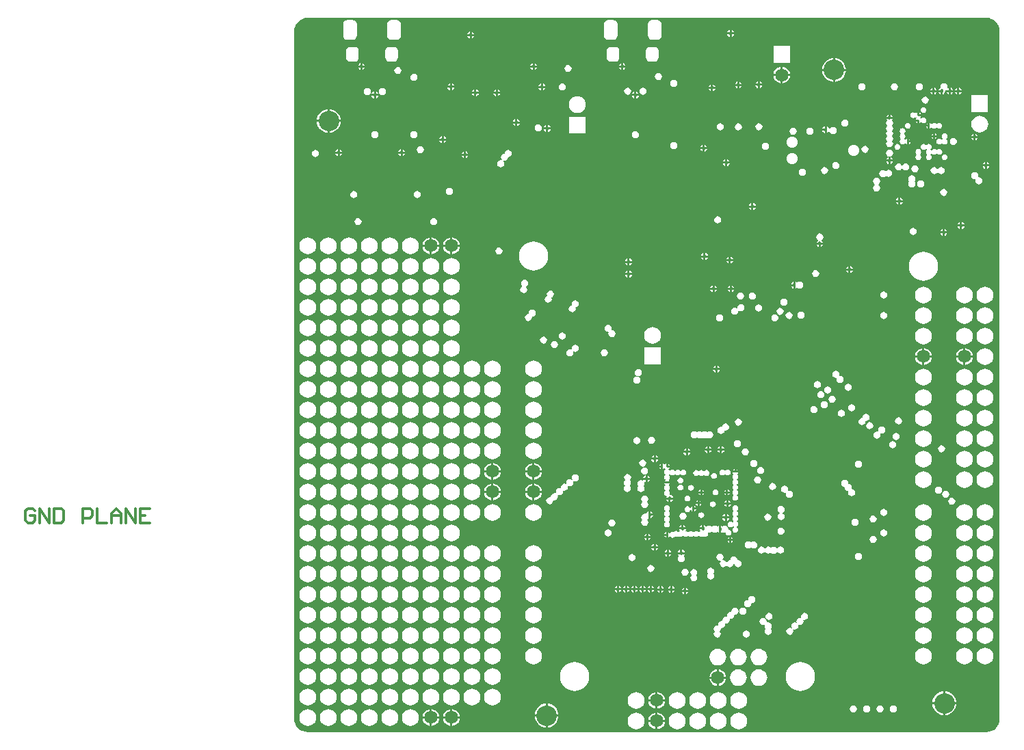
<source format=gbr>
%FSLAX25Y25*%
%MOIN*%
G70*
G01*
G75*
G04 Layer_Physical_Order=2*
G04 Layer_Color=32768*
%ADD10C,0.01181*%
%ADD11O,0.01181X0.04921*%
%ADD12R,0.01654X0.06378*%
%ADD13R,0.01378X0.03740*%
%ADD14R,0.09252X0.06221*%
%ADD15C,0.03100*%
%ADD16C,0.01390*%
%ADD17R,0.03500X0.03000*%
%ADD18R,0.03000X0.03500*%
%ADD19R,0.03500X0.04500*%
%ADD20R,0.06000X0.05000*%
%ADD21R,0.01575X0.03347*%
%ADD22R,0.02500X0.02000*%
%ADD23R,0.04500X0.03500*%
%ADD24R,0.04500X0.02500*%
%ADD25R,0.02500X0.04500*%
%ADD26R,0.09000X0.08000*%
%ADD27R,0.11000X0.08000*%
%ADD28R,0.08000X0.08000*%
%ADD29R,0.10000X0.10000*%
%ADD30R,0.01575X0.06890*%
%ADD31R,0.05630X0.09843*%
%ADD32R,0.08661X0.10236*%
%ADD33R,0.07087X0.04724*%
%ADD34R,0.07480X0.04331*%
%ADD35R,0.04331X0.07480*%
%ADD36R,0.06000X0.06000*%
%ADD37R,0.05512X0.10433*%
%ADD38R,0.03500X0.02500*%
%ADD39C,0.03500*%
%ADD40C,0.03000*%
%ADD41C,0.01600*%
%ADD42C,0.00700*%
%ADD43C,0.01000*%
%ADD44C,0.00400*%
%ADD45C,0.00600*%
%ADD46C,0.00500*%
%ADD47C,0.03000*%
%ADD48C,0.01400*%
%ADD49C,0.01200*%
%ADD50C,0.00350*%
%ADD51C,0.00800*%
%ADD52C,0.06500*%
%ADD53R,0.06500X0.06500*%
G04:AMPARAMS|DCode=54|XSize=80mil|YSize=50mil|CornerRadius=12.5mil|HoleSize=0mil|Usage=FLASHONLY|Rotation=270.000|XOffset=0mil|YOffset=0mil|HoleType=Round|Shape=RoundedRectangle|*
%AMROUNDEDRECTD54*
21,1,0.08000,0.02500,0,0,270.0*
21,1,0.05500,0.05000,0,0,270.0*
1,1,0.02500,-0.01250,-0.02750*
1,1,0.02500,-0.01250,0.02750*
1,1,0.02500,0.01250,0.02750*
1,1,0.02500,0.01250,-0.02750*
%
%ADD54ROUNDEDRECTD54*%
G04:AMPARAMS|DCode=55|XSize=55mil|YSize=45mil|CornerRadius=11.25mil|HoleSize=0mil|Usage=FLASHONLY|Rotation=270.000|XOffset=0mil|YOffset=0mil|HoleType=Round|Shape=RoundedRectangle|*
%AMROUNDEDRECTD55*
21,1,0.05500,0.02250,0,0,270.0*
21,1,0.03250,0.04500,0,0,270.0*
1,1,0.02250,-0.01125,-0.01625*
1,1,0.02250,-0.01125,0.01625*
1,1,0.02250,0.01125,0.01625*
1,1,0.02250,0.01125,-0.01625*
%
%ADD55ROUNDEDRECTD55*%
%ADD56C,0.10000*%
%ADD57C,0.01800*%
%ADD58C,0.01700*%
%ADD59C,0.01200*%
G36*
X230607Y61131D02*
X231880Y61006D01*
X233104Y60635D01*
X234232Y60032D01*
X235220Y59220D01*
X236032Y58232D01*
X236635Y57104D01*
X237006Y55880D01*
X237131Y54607D01*
X237133D01*
Y-280607D01*
X237131D01*
X237006Y-281880D01*
X236635Y-283104D01*
X236032Y-284232D01*
X235220Y-285220D01*
X234232Y-286032D01*
X233104Y-286635D01*
X231880Y-287006D01*
X230607Y-287131D01*
Y-287133D01*
X-100107D01*
Y-287131D01*
X-101380Y-287006D01*
X-102604Y-286635D01*
X-103732Y-286032D01*
X-104720Y-285220D01*
X-105532Y-284232D01*
X-106135Y-283104D01*
X-106506Y-281880D01*
X-106631Y-280607D01*
X-106633D01*
Y54607D01*
X-106631D01*
X-106506Y55880D01*
X-106135Y57104D01*
X-105532Y58232D01*
X-104720Y59220D01*
X-103732Y60032D01*
X-102604Y60635D01*
X-101380Y61006D01*
X-100107Y61131D01*
Y61133D01*
X230607D01*
Y61131D01*
D02*
G37*
%LPC*%
G36*
X104100Y-176200D02*
X102966D01*
X102999Y-176363D01*
X103374Y-176926D01*
X103937Y-177301D01*
X104100Y-177334D01*
Y-176200D01*
D02*
G37*
G36*
X106234D02*
X105100D01*
Y-177334D01*
X105263Y-177301D01*
X105826Y-176926D01*
X106201Y-176363D01*
X106234Y-176200D01*
D02*
G37*
G36*
X90000Y-176000D02*
X89172D01*
X89181Y-176046D01*
X89491Y-176509D01*
X89954Y-176819D01*
X90000Y-176828D01*
Y-176000D01*
D02*
G37*
G36*
X87441Y-176731D02*
X87395Y-176740D01*
X86932Y-177050D01*
X86622Y-177513D01*
X86577Y-177741D01*
X86282Y-177799D01*
X86009Y-177391D01*
X85546Y-177081D01*
X85000Y-176973D01*
X84454Y-177081D01*
X83991Y-177391D01*
X83681Y-177854D01*
X83573Y-178400D01*
X83681Y-178946D01*
X83991Y-179409D01*
X84454Y-179719D01*
X85000Y-179827D01*
X85546Y-179719D01*
X86009Y-179409D01*
X86319Y-178946D01*
X86364Y-178718D01*
X86658Y-178660D01*
X86932Y-179068D01*
X87395Y-179378D01*
X87441Y-179387D01*
Y-178059D01*
Y-176731D01*
D02*
G37*
G36*
X88441D02*
Y-177559D01*
X89269D01*
X89260Y-177513D01*
X88950Y-177050D01*
X88487Y-176740D01*
X88441Y-176731D01*
D02*
G37*
G36*
X97500Y-174573D02*
X96954Y-174681D01*
X96491Y-174991D01*
X96181Y-175454D01*
X96073Y-176000D01*
X96181Y-176546D01*
X96491Y-177009D01*
X96954Y-177319D01*
X97500Y-177427D01*
X98046Y-177319D01*
X98509Y-177009D01*
X98819Y-176546D01*
X98927Y-176000D01*
X98819Y-175454D01*
X98509Y-174991D01*
X98046Y-174681D01*
X97500Y-174573D01*
D02*
G37*
G36*
X91828Y-176000D02*
X91000D01*
Y-176828D01*
X91046Y-176819D01*
X91509Y-176509D01*
X91819Y-176046D01*
X91828Y-176000D01*
D02*
G37*
G36*
X90000Y-174172D02*
X89954Y-174181D01*
X89491Y-174491D01*
X89181Y-174954D01*
X89172Y-175000D01*
X90000D01*
Y-174172D01*
D02*
G37*
G36*
X91000D02*
Y-175000D01*
X91828D01*
X91819Y-174954D01*
X91509Y-174491D01*
X91046Y-174181D01*
X91000Y-174172D01*
D02*
G37*
G36*
X75800Y-173700D02*
X74666D01*
X74699Y-173863D01*
X75074Y-174426D01*
X75637Y-174801D01*
X75800Y-174834D01*
Y-173700D01*
D02*
G37*
G36*
X213800Y-172867D02*
X213137Y-172999D01*
X212574Y-173374D01*
X212199Y-173937D01*
X212067Y-174600D01*
X212199Y-175263D01*
X212574Y-175826D01*
X213137Y-176201D01*
X213800Y-176333D01*
X214463Y-176201D01*
X215026Y-175826D01*
X215401Y-175263D01*
X215533Y-174600D01*
X215401Y-173937D01*
X215026Y-173374D01*
X214463Y-172999D01*
X213800Y-172867D01*
D02*
G37*
G36*
X104100Y-174066D02*
X103937Y-174099D01*
X103374Y-174474D01*
X102999Y-175037D01*
X102966Y-175200D01*
X104100D01*
Y-174066D01*
D02*
G37*
G36*
X105100D02*
Y-175200D01*
X106234D01*
X106201Y-175037D01*
X105826Y-174474D01*
X105263Y-174099D01*
X105100Y-174066D01*
D02*
G37*
G36*
X82800Y-180164D02*
X82137Y-180296D01*
X81574Y-180672D01*
X81199Y-181234D01*
X81067Y-181898D01*
X81199Y-182561D01*
X81574Y-183123D01*
X82137Y-183499D01*
X82800Y-183631D01*
X83463Y-183499D01*
X84026Y-183123D01*
X84401Y-182561D01*
X84533Y-181898D01*
X84401Y-181234D01*
X84026Y-180672D01*
X83463Y-180296D01*
X82800Y-180164D01*
D02*
G37*
G36*
X91780Y-179902D02*
X91233Y-180010D01*
X90770Y-180320D01*
X90461Y-180783D01*
X90352Y-181329D01*
X90461Y-181875D01*
X90770Y-182339D01*
X91233Y-182648D01*
X91780Y-182757D01*
X92326Y-182648D01*
X92789Y-182339D01*
X93098Y-181875D01*
X93207Y-181329D01*
X93098Y-180783D01*
X92789Y-180320D01*
X92326Y-180010D01*
X91780Y-179902D01*
D02*
G37*
G36*
X68234Y-181600D02*
X67100D01*
Y-182734D01*
X67263Y-182701D01*
X67826Y-182326D01*
X68201Y-181763D01*
X68234Y-181600D01*
D02*
G37*
G36*
X-20000Y-175915D02*
X-21057Y-176054D01*
X-22042Y-176462D01*
X-22888Y-177111D01*
X-23538Y-177957D01*
X-23946Y-178943D01*
X-24085Y-180000D01*
X-23946Y-181057D01*
X-23538Y-182043D01*
X-22888Y-182888D01*
X-22042Y-183538D01*
X-21057Y-183946D01*
X-20000Y-184085D01*
X-18943Y-183946D01*
X-17957Y-183538D01*
X-17111Y-182888D01*
X-16462Y-182043D01*
X-16054Y-181057D01*
X-15915Y-180000D01*
X-16054Y-178943D01*
X-16462Y-177957D01*
X-17111Y-177111D01*
X-17957Y-176462D01*
X-18943Y-176054D01*
X-20000Y-175915D01*
D02*
G37*
G36*
X124153Y-180567D02*
X123490Y-180699D01*
X122927Y-181074D01*
X122552Y-181637D01*
X122420Y-182300D01*
X122552Y-182963D01*
X122927Y-183526D01*
X123490Y-183901D01*
X124153Y-184033D01*
X124816Y-183901D01*
X125379Y-183526D01*
X125754Y-182963D01*
X125886Y-182300D01*
X125754Y-181637D01*
X125379Y-181074D01*
X124816Y-180699D01*
X124153Y-180567D01*
D02*
G37*
G36*
X130600Y-176767D02*
X129937Y-176899D01*
X129374Y-177274D01*
X128999Y-177837D01*
X128867Y-178500D01*
X128999Y-179163D01*
X129374Y-179726D01*
X129935Y-180100D01*
Y-180101D01*
X129935D01*
Y-180398D01*
Y-180399D01*
D01*
D01*
X129935D01*
D01*
Y-180400D01*
X129374Y-180774D01*
X128999Y-181337D01*
X128867Y-182000D01*
X128999Y-182663D01*
X129374Y-183226D01*
X129937Y-183601D01*
X130600Y-183733D01*
X131263Y-183601D01*
X131826Y-183226D01*
X132201Y-182663D01*
X132333Y-182000D01*
X132201Y-181337D01*
X131826Y-180774D01*
X131265Y-180400D01*
Y-180399D01*
X131265D01*
Y-180102D01*
Y-180101D01*
D01*
D01*
X131265D01*
D01*
Y-180100D01*
X131826Y-179726D01*
X132201Y-179163D01*
X132333Y-178500D01*
X132201Y-177837D01*
X131826Y-177274D01*
X131263Y-176899D01*
X130600Y-176767D01*
D02*
G37*
G36*
X103200Y-180866D02*
X103037Y-180899D01*
X102474Y-181274D01*
X102099Y-181837D01*
X102066Y-182000D01*
X103200D01*
Y-180866D01*
D02*
G37*
G36*
X67100Y-179466D02*
Y-180600D01*
X68234D01*
X68201Y-180437D01*
X67826Y-179874D01*
X67263Y-179499D01*
X67100Y-179466D01*
D02*
G37*
G36*
X89269Y-178559D02*
X88441D01*
Y-179387D01*
X88487Y-179378D01*
X88950Y-179068D01*
X89260Y-178605D01*
X89269Y-178559D01*
D02*
G37*
G36*
X64200Y-171767D02*
X63537Y-171899D01*
X62974Y-172274D01*
X62599Y-172837D01*
X62467Y-173500D01*
X62599Y-174163D01*
X62974Y-174726D01*
Y-174873D01*
X62972Y-174874D01*
X62596Y-175437D01*
X62464Y-176100D01*
X62596Y-176763D01*
X62972Y-177326D01*
X63534Y-177701D01*
X64198Y-177833D01*
X64861Y-177701D01*
X65423Y-177326D01*
X65799Y-176763D01*
X65931Y-176100D01*
X65799Y-175437D01*
X65423Y-174874D01*
Y-174727D01*
X65426Y-174726D01*
X65801Y-174163D01*
X65933Y-173500D01*
X65801Y-172837D01*
X65426Y-172274D01*
X64863Y-171899D01*
X64200Y-171767D01*
D02*
G37*
G36*
X104200Y-180866D02*
Y-182000D01*
X105334D01*
X105301Y-181837D01*
X104926Y-181274D01*
X104363Y-180899D01*
X104200Y-180866D01*
D02*
G37*
G36*
X180600Y-178267D02*
X179937Y-178399D01*
X179374Y-178774D01*
X178999Y-179337D01*
X178867Y-180000D01*
X178999Y-180663D01*
X179374Y-181226D01*
X179937Y-181601D01*
X180600Y-181733D01*
X181263Y-181601D01*
X181826Y-181226D01*
X182201Y-180663D01*
X182333Y-180000D01*
X182201Y-179337D01*
X181826Y-178774D01*
X181263Y-178399D01*
X180600Y-178267D01*
D02*
G37*
G36*
X66100Y-179466D02*
X65937Y-179499D01*
X65374Y-179874D01*
X64999Y-180437D01*
X64932Y-180773D01*
X64870Y-180799D01*
X64207Y-180667D01*
X63544Y-180799D01*
X62981Y-181174D01*
X62606Y-181737D01*
X62474Y-182400D01*
X62606Y-183063D01*
X62959Y-183593D01*
X62596Y-184137D01*
X62464Y-184800D01*
X62596Y-185463D01*
X62972Y-186026D01*
X63534Y-186401D01*
X64198Y-186533D01*
X64861Y-186401D01*
X65423Y-186026D01*
X65799Y-185463D01*
X65931Y-184800D01*
X65799Y-184137D01*
X65445Y-183607D01*
X65808Y-183063D01*
X65875Y-182727D01*
X65937Y-182701D01*
X66100Y-182734D01*
Y-181100D01*
Y-179466D01*
D02*
G37*
G36*
X77934Y-173700D02*
X76800D01*
Y-174834D01*
X76963Y-174801D01*
X77526Y-174426D01*
X77901Y-173863D01*
X77934Y-173700D01*
D02*
G37*
G36*
X210900Y-169367D02*
X210237Y-169499D01*
X209674Y-169874D01*
X209299Y-170437D01*
X209167Y-171100D01*
X209299Y-171763D01*
X209674Y-172326D01*
X210237Y-172701D01*
X210900Y-172833D01*
X211563Y-172701D01*
X212126Y-172326D01*
X212501Y-171763D01*
X212633Y-171100D01*
X212501Y-170437D01*
X212126Y-169874D01*
X211563Y-169499D01*
X210900Y-169367D01*
D02*
G37*
G36*
X76349Y-165888D02*
X73694D01*
X73703Y-165934D01*
X74012Y-166397D01*
X74192Y-166517D01*
Y-166817D01*
X74012Y-166938D01*
X73703Y-167401D01*
X73594Y-167947D01*
X73703Y-168493D01*
X74012Y-168956D01*
X74192Y-169077D01*
Y-169377D01*
X74012Y-169497D01*
X73703Y-169960D01*
X73594Y-170506D01*
X73703Y-171052D01*
X74012Y-171516D01*
X74475Y-171825D01*
X74827Y-171895D01*
X74942Y-172172D01*
X74699Y-172537D01*
X74666Y-172700D01*
X77934D01*
X77901Y-172537D01*
X77526Y-171974D01*
X76963Y-171599D01*
X76356Y-171478D01*
X76253Y-171228D01*
X76246Y-171194D01*
X76340Y-171052D01*
X76449Y-170506D01*
X76340Y-169960D01*
X76031Y-169497D01*
X75851Y-169377D01*
Y-169077D01*
X76031Y-168956D01*
X76340Y-168493D01*
X76449Y-167947D01*
X76340Y-167401D01*
X76031Y-166938D01*
X75851Y-166817D01*
Y-166517D01*
X76031Y-166397D01*
X76340Y-165934D01*
X76349Y-165888D01*
D02*
G37*
G36*
X161650Y-164067D02*
X160987Y-164199D01*
X160424Y-164574D01*
X160049Y-165137D01*
X159917Y-165800D01*
X160049Y-166463D01*
X160424Y-167026D01*
X160987Y-167401D01*
X161417Y-167487D01*
X161584Y-167736D01*
X161567Y-167823D01*
X161699Y-168486D01*
X162074Y-169049D01*
X162637Y-169424D01*
X163300Y-169556D01*
X163404Y-169711D01*
X163399Y-169719D01*
X163267Y-170382D01*
X163399Y-171045D01*
X163774Y-171607D01*
X164337Y-171983D01*
X165000Y-172115D01*
X165663Y-171983D01*
X166226Y-171607D01*
X166601Y-171045D01*
X166733Y-170382D01*
X166601Y-169719D01*
X166226Y-169156D01*
X165663Y-168781D01*
X165000Y-168649D01*
X164896Y-168494D01*
X164901Y-168486D01*
X165033Y-167823D01*
X164901Y-167159D01*
X164526Y-166597D01*
X163963Y-166221D01*
X163325Y-166095D01*
X163383Y-165800D01*
X163251Y-165137D01*
X162876Y-164574D01*
X162313Y-164199D01*
X161650Y-164067D01*
D02*
G37*
G36*
X-10500Y-170500D02*
X-14019D01*
X-13946Y-171057D01*
X-13538Y-172043D01*
X-12889Y-172889D01*
X-12043Y-173538D01*
X-11057Y-173946D01*
X-10500Y-174019D01*
Y-170500D01*
D02*
G37*
G36*
X-5981D02*
X-9500D01*
Y-174019D01*
X-8943Y-173946D01*
X-7958Y-173538D01*
X-7112Y-172889D01*
X-6462Y-172043D01*
X-6054Y-171057D01*
X-5981Y-170500D01*
D02*
G37*
G36*
X132300Y-166967D02*
X131637Y-167099D01*
X131074Y-167474D01*
X130699Y-168037D01*
X130567Y-168700D01*
X130699Y-169363D01*
X131074Y-169926D01*
X131637Y-170301D01*
X132300Y-170433D01*
X132796Y-170335D01*
X133099Y-170537D01*
X132967Y-171200D01*
X133099Y-171863D01*
X133474Y-172426D01*
X134037Y-172801D01*
X134700Y-172933D01*
X135363Y-172801D01*
X135926Y-172426D01*
X136301Y-171863D01*
X136433Y-171200D01*
X136301Y-170537D01*
X135926Y-169974D01*
X135363Y-169599D01*
X134700Y-169467D01*
X134204Y-169565D01*
X133901Y-169363D01*
X134033Y-168700D01*
X133901Y-168037D01*
X133526Y-167474D01*
X132963Y-167099D01*
X132300Y-166967D01*
D02*
G37*
G36*
X98700Y-168773D02*
X98154Y-168881D01*
X97691Y-169191D01*
X97381Y-169654D01*
X97273Y-170200D01*
X97381Y-170746D01*
X97691Y-171209D01*
X98154Y-171519D01*
X98700Y-171627D01*
X99246Y-171519D01*
X99709Y-171209D01*
X100019Y-170746D01*
X100127Y-170200D01*
X100019Y-169654D01*
X99709Y-169191D01*
X99246Y-168881D01*
X98700Y-168773D01*
D02*
G37*
G36*
X105628Y-170700D02*
X104800D01*
Y-171528D01*
X104846Y-171519D01*
X105309Y-171209D01*
X105619Y-170746D01*
X105628Y-170700D01*
D02*
G37*
G36*
X207300Y-167369D02*
X206637Y-167501D01*
X206074Y-167877D01*
X205699Y-168439D01*
X205567Y-169102D01*
X205699Y-169766D01*
X206074Y-170328D01*
X206637Y-170704D01*
X207300Y-170836D01*
X207963Y-170704D01*
X208526Y-170328D01*
X208901Y-169766D01*
X209033Y-169102D01*
X208901Y-168439D01*
X208526Y-167877D01*
X207963Y-167501D01*
X207300Y-167369D01*
D02*
G37*
G36*
X55800Y-161267D02*
X55137Y-161399D01*
X54574Y-161774D01*
X54199Y-162337D01*
X54067Y-163000D01*
X54199Y-163663D01*
X54574Y-164226D01*
X54522Y-164274D01*
X54522Y-164274D01*
X54146Y-164837D01*
X54014Y-165500D01*
X54146Y-166163D01*
X54522Y-166726D01*
X54559Y-166750D01*
Y-167050D01*
X54522Y-167074D01*
X54146Y-167637D01*
X54014Y-168300D01*
X54146Y-168963D01*
X54522Y-169526D01*
X55085Y-169901D01*
X55748Y-170033D01*
X56411Y-169901D01*
X56973Y-169526D01*
X57349Y-168963D01*
X57481Y-168300D01*
X57349Y-167637D01*
X56973Y-167074D01*
X56937Y-167050D01*
Y-166750D01*
X56973Y-166726D01*
X57349Y-166163D01*
X57481Y-165500D01*
X57349Y-164837D01*
X56973Y-164274D01*
X57026Y-164226D01*
X57026Y-164226D01*
X57401Y-163663D01*
X57533Y-163000D01*
X57401Y-162337D01*
X57026Y-161774D01*
X56463Y-161399D01*
X55800Y-161267D01*
D02*
G37*
G36*
X91280Y-170700D02*
X90452D01*
X90461Y-170746D01*
X90770Y-171209D01*
X91233Y-171519D01*
X91280Y-171528D01*
Y-170700D01*
D02*
G37*
G36*
X93107D02*
X92279D01*
Y-171528D01*
X92326Y-171519D01*
X92789Y-171209D01*
X93098Y-170746D01*
X93107Y-170700D01*
D02*
G37*
G36*
X103800D02*
X102972D01*
X102981Y-170746D01*
X103291Y-171209D01*
X103754Y-171519D01*
X103800Y-171528D01*
Y-170700D01*
D02*
G37*
G36*
X-90000Y-165915D02*
X-91057Y-166054D01*
X-92042Y-166462D01*
X-92888Y-167112D01*
X-93538Y-167957D01*
X-93946Y-168943D01*
X-94085Y-170000D01*
X-93946Y-171057D01*
X-93538Y-172043D01*
X-92888Y-172889D01*
X-92042Y-173538D01*
X-91057Y-173946D01*
X-90000Y-174085D01*
X-88943Y-173946D01*
X-87958Y-173538D01*
X-87112Y-172889D01*
X-86462Y-172043D01*
X-86054Y-171057D01*
X-85915Y-170000D01*
X-86054Y-168943D01*
X-86462Y-167957D01*
X-87112Y-167112D01*
X-87958Y-166462D01*
X-88943Y-166054D01*
X-90000Y-165915D01*
D02*
G37*
G36*
X-80000D02*
X-81057Y-166054D01*
X-82042Y-166462D01*
X-82889Y-167112D01*
X-83538Y-167957D01*
X-83946Y-168943D01*
X-84085Y-170000D01*
X-83946Y-171057D01*
X-83538Y-172043D01*
X-82889Y-172889D01*
X-82042Y-173538D01*
X-81057Y-173946D01*
X-80000Y-174085D01*
X-78943Y-173946D01*
X-77957Y-173538D01*
X-77112Y-172889D01*
X-76462Y-172043D01*
X-76054Y-171057D01*
X-75915Y-170000D01*
X-76054Y-168943D01*
X-76462Y-167957D01*
X-77112Y-167112D01*
X-77957Y-166462D01*
X-78943Y-166054D01*
X-80000Y-165915D01*
D02*
G37*
G36*
X-70000D02*
X-71057Y-166054D01*
X-72043Y-166462D01*
X-72888Y-167112D01*
X-73538Y-167957D01*
X-73946Y-168943D01*
X-74085Y-170000D01*
X-73946Y-171057D01*
X-73538Y-172043D01*
X-72888Y-172889D01*
X-72043Y-173538D01*
X-71057Y-173946D01*
X-70000Y-174085D01*
X-68943Y-173946D01*
X-67958Y-173538D01*
X-67111Y-172889D01*
X-66462Y-172043D01*
X-66054Y-171057D01*
X-65915Y-170000D01*
X-66054Y-168943D01*
X-66462Y-167957D01*
X-67111Y-167112D01*
X-67958Y-166462D01*
X-68943Y-166054D01*
X-70000Y-165915D01*
D02*
G37*
G36*
X85000Y-171773D02*
X84454Y-171881D01*
X83991Y-172191D01*
X83681Y-172654D01*
X83573Y-173200D01*
X83681Y-173746D01*
X83991Y-174209D01*
X84454Y-174519D01*
X85000Y-174627D01*
X85546Y-174519D01*
X86009Y-174209D01*
X86319Y-173746D01*
X86427Y-173200D01*
X86319Y-172654D01*
X86009Y-172191D01*
X85546Y-171881D01*
X85000Y-171773D01*
D02*
G37*
G36*
X109741Y-160646D02*
X107085D01*
X107095Y-160692D01*
X107404Y-161155D01*
X107429Y-161172D01*
Y-161472D01*
X107280Y-161571D01*
X106970Y-162034D01*
X106862Y-162581D01*
X106970Y-163127D01*
X107280Y-163590D01*
X107460Y-163710D01*
Y-164010D01*
X107280Y-164130D01*
X106970Y-164593D01*
X106862Y-165140D01*
X106970Y-165686D01*
X107280Y-166149D01*
X107460Y-166269D01*
Y-166569D01*
X107280Y-166689D01*
X106970Y-167152D01*
X106862Y-167699D01*
X106970Y-168245D01*
X107280Y-168708D01*
X107460Y-168828D01*
Y-169128D01*
X107280Y-169248D01*
X106970Y-169711D01*
X106862Y-170258D01*
X106970Y-170804D01*
X107280Y-171267D01*
X107460Y-171387D01*
Y-171687D01*
X107280Y-171807D01*
X106970Y-172271D01*
X106862Y-172817D01*
X106970Y-173363D01*
X107280Y-173826D01*
X107743Y-174135D01*
X108289Y-174244D01*
X108835Y-174135D01*
X109299Y-173826D01*
X109608Y-173363D01*
X109717Y-172817D01*
X109608Y-172271D01*
X109299Y-171807D01*
X109119Y-171687D01*
Y-171387D01*
X109299Y-171267D01*
X109608Y-170804D01*
X109717Y-170258D01*
X109608Y-169711D01*
X109299Y-169248D01*
X109119Y-169128D01*
Y-168828D01*
X109299Y-168708D01*
X109608Y-168245D01*
X109717Y-167699D01*
X109608Y-167152D01*
X109299Y-166689D01*
X109119Y-166569D01*
Y-166269D01*
X109299Y-166149D01*
X109608Y-165686D01*
X109717Y-165140D01*
X109608Y-164593D01*
X109299Y-164130D01*
X109119Y-164010D01*
Y-163710D01*
X109299Y-163590D01*
X109608Y-163127D01*
X109717Y-162581D01*
X109608Y-162034D01*
X109299Y-161571D01*
X109274Y-161555D01*
Y-161255D01*
X109423Y-161155D01*
X109732Y-160692D01*
X109741Y-160646D01*
D02*
G37*
G36*
X-100000Y-165915D02*
X-101057Y-166054D01*
X-102042Y-166462D01*
X-102889Y-167112D01*
X-103538Y-167957D01*
X-103946Y-168943D01*
X-104085Y-170000D01*
X-103946Y-171057D01*
X-103538Y-172043D01*
X-102889Y-172889D01*
X-102042Y-173538D01*
X-101057Y-173946D01*
X-100000Y-174085D01*
X-98943Y-173946D01*
X-97957Y-173538D01*
X-97111Y-172889D01*
X-96462Y-172043D01*
X-96054Y-171057D01*
X-95915Y-170000D01*
X-96054Y-168943D01*
X-96462Y-167957D01*
X-97111Y-167112D01*
X-97957Y-166462D01*
X-98943Y-166054D01*
X-100000Y-165915D01*
D02*
G37*
G36*
X-60000D02*
X-61057Y-166054D01*
X-62042Y-166462D01*
X-62888Y-167112D01*
X-63538Y-167957D01*
X-63946Y-168943D01*
X-64085Y-170000D01*
X-63946Y-171057D01*
X-63538Y-172043D01*
X-62888Y-172889D01*
X-62042Y-173538D01*
X-61057Y-173946D01*
X-60000Y-174085D01*
X-58943Y-173946D01*
X-57958Y-173538D01*
X-57112Y-172889D01*
X-56462Y-172043D01*
X-56054Y-171057D01*
X-55915Y-170000D01*
X-56054Y-168943D01*
X-56462Y-167957D01*
X-57112Y-167112D01*
X-57958Y-166462D01*
X-58943Y-166054D01*
X-60000Y-165915D01*
D02*
G37*
G36*
X-20000D02*
X-21057Y-166054D01*
X-22042Y-166462D01*
X-22888Y-167112D01*
X-23538Y-167957D01*
X-23946Y-168943D01*
X-24085Y-170000D01*
X-23946Y-171057D01*
X-23538Y-172043D01*
X-22888Y-172889D01*
X-22042Y-173538D01*
X-21057Y-173946D01*
X-20000Y-174085D01*
X-18943Y-173946D01*
X-17957Y-173538D01*
X-17111Y-172889D01*
X-16462Y-172043D01*
X-16054Y-171057D01*
X-15915Y-170000D01*
X-16054Y-168943D01*
X-16462Y-167957D01*
X-17111Y-167112D01*
X-17957Y-166462D01*
X-18943Y-166054D01*
X-20000Y-165915D01*
D02*
G37*
G36*
X9500Y-170500D02*
X5981D01*
X6054Y-171057D01*
X6462Y-172043D01*
X7112Y-172889D01*
X7958Y-173538D01*
X8943Y-173946D01*
X9500Y-174019D01*
Y-170500D01*
D02*
G37*
G36*
X14019D02*
X10500D01*
Y-174019D01*
X11057Y-173946D01*
X12043Y-173538D01*
X12889Y-172889D01*
X13538Y-172043D01*
X13946Y-171057D01*
X14019Y-170500D01*
D02*
G37*
G36*
X-50000Y-165915D02*
X-51057Y-166054D01*
X-52043Y-166462D01*
X-52889Y-167112D01*
X-53538Y-167957D01*
X-53946Y-168943D01*
X-54085Y-170000D01*
X-53946Y-171057D01*
X-53538Y-172043D01*
X-52889Y-172889D01*
X-52043Y-173538D01*
X-51057Y-173946D01*
X-50000Y-174085D01*
X-48943Y-173946D01*
X-47958Y-173538D01*
X-47111Y-172889D01*
X-46462Y-172043D01*
X-46054Y-171057D01*
X-45915Y-170000D01*
X-46054Y-168943D01*
X-46462Y-167957D01*
X-47111Y-167112D01*
X-47958Y-166462D01*
X-48943Y-166054D01*
X-50000Y-165915D01*
D02*
G37*
G36*
X-40000D02*
X-41057Y-166054D01*
X-42042Y-166462D01*
X-42889Y-167112D01*
X-43538Y-167957D01*
X-43946Y-168943D01*
X-44085Y-170000D01*
X-43946Y-171057D01*
X-43538Y-172043D01*
X-42889Y-172889D01*
X-42042Y-173538D01*
X-41057Y-173946D01*
X-40000Y-174085D01*
X-38943Y-173946D01*
X-37958Y-173538D01*
X-37111Y-172889D01*
X-36462Y-172043D01*
X-36054Y-171057D01*
X-35915Y-170000D01*
X-36054Y-168943D01*
X-36462Y-167957D01*
X-37111Y-167112D01*
X-37958Y-166462D01*
X-38943Y-166054D01*
X-40000Y-165915D01*
D02*
G37*
G36*
X-30000D02*
X-31057Y-166054D01*
X-32043Y-166462D01*
X-32888Y-167112D01*
X-33538Y-167957D01*
X-33946Y-168943D01*
X-34085Y-170000D01*
X-33946Y-171057D01*
X-33538Y-172043D01*
X-32888Y-172889D01*
X-32043Y-173538D01*
X-31057Y-173946D01*
X-30000Y-174085D01*
X-28943Y-173946D01*
X-27957Y-173538D01*
X-27112Y-172889D01*
X-26462Y-172043D01*
X-26054Y-171057D01*
X-25915Y-170000D01*
X-26054Y-168943D01*
X-26462Y-167957D01*
X-27112Y-167112D01*
X-27957Y-166462D01*
X-28943Y-166054D01*
X-30000Y-165915D01*
D02*
G37*
G36*
X220000Y-175915D02*
X218943Y-176054D01*
X217957Y-176462D01*
X217111Y-177111D01*
X216462Y-177957D01*
X216054Y-178943D01*
X215915Y-180000D01*
X216054Y-181057D01*
X216462Y-182043D01*
X217111Y-182888D01*
X217957Y-183538D01*
X218943Y-183946D01*
X220000Y-184085D01*
X221057Y-183946D01*
X222042Y-183538D01*
X222888Y-182888D01*
X223538Y-182043D01*
X223946Y-181057D01*
X224085Y-180000D01*
X223946Y-178943D01*
X223538Y-177957D01*
X222888Y-177111D01*
X222042Y-176462D01*
X221057Y-176054D01*
X220000Y-175915D01*
D02*
G37*
G36*
X230000Y-185915D02*
X228943Y-186054D01*
X227958Y-186462D01*
X227112Y-187111D01*
X226462Y-187958D01*
X226054Y-188943D01*
X225915Y-190000D01*
X226054Y-191057D01*
X226462Y-192043D01*
X227112Y-192888D01*
X227958Y-193538D01*
X228943Y-193946D01*
X230000Y-194085D01*
X231057Y-193946D01*
X232043Y-193538D01*
X232889Y-192888D01*
X233538Y-192043D01*
X233946Y-191057D01*
X234085Y-190000D01*
X233946Y-188943D01*
X233538Y-187958D01*
X232889Y-187111D01*
X232043Y-186462D01*
X231057Y-186054D01*
X230000Y-185915D01*
D02*
G37*
G36*
X-40000Y-185915D02*
X-41057Y-186054D01*
X-42042Y-186462D01*
X-42889Y-187111D01*
X-43538Y-187958D01*
X-43946Y-188943D01*
X-44085Y-190000D01*
X-43946Y-191057D01*
X-43538Y-192043D01*
X-42889Y-192888D01*
X-42042Y-193538D01*
X-41057Y-193946D01*
X-40000Y-194085D01*
X-38943Y-193946D01*
X-37958Y-193538D01*
X-37111Y-192888D01*
X-36462Y-192043D01*
X-36054Y-191057D01*
X-35915Y-190000D01*
X-36054Y-188943D01*
X-36462Y-187958D01*
X-37111Y-187111D01*
X-37958Y-186462D01*
X-38943Y-186054D01*
X-40000Y-185915D01*
D02*
G37*
G36*
X65000Y-192500D02*
X63866D01*
X63899Y-192663D01*
X64274Y-193226D01*
X64837Y-193601D01*
X65000Y-193634D01*
Y-192500D01*
D02*
G37*
G36*
X-30000Y-185915D02*
X-31057Y-186054D01*
X-32043Y-186462D01*
X-32888Y-187111D01*
X-33538Y-187958D01*
X-33946Y-188943D01*
X-34085Y-190000D01*
X-33946Y-191057D01*
X-33538Y-192043D01*
X-32888Y-192888D01*
X-32043Y-193538D01*
X-31057Y-193946D01*
X-30000Y-194085D01*
X-28943Y-193946D01*
X-27957Y-193538D01*
X-27112Y-192888D01*
X-26462Y-192043D01*
X-26054Y-191057D01*
X-25915Y-190000D01*
X-26054Y-188943D01*
X-26462Y-187958D01*
X-27112Y-187111D01*
X-27957Y-186462D01*
X-28943Y-186054D01*
X-30000Y-185915D01*
D02*
G37*
G36*
X200000D02*
X198943Y-186054D01*
X197958Y-186462D01*
X197111Y-187111D01*
X196462Y-187958D01*
X196054Y-188943D01*
X195915Y-190000D01*
X196054Y-191057D01*
X196462Y-192043D01*
X197111Y-192888D01*
X197958Y-193538D01*
X198943Y-193946D01*
X200000Y-194085D01*
X201057Y-193946D01*
X202043Y-193538D01*
X202888Y-192888D01*
X203538Y-192043D01*
X203946Y-191057D01*
X204085Y-190000D01*
X203946Y-188943D01*
X203538Y-187958D01*
X202888Y-187111D01*
X202043Y-186462D01*
X201057Y-186054D01*
X200000Y-185915D01*
D02*
G37*
G36*
X220000D02*
X218943Y-186054D01*
X217957Y-186462D01*
X217111Y-187111D01*
X216462Y-187958D01*
X216054Y-188943D01*
X215915Y-190000D01*
X216054Y-191057D01*
X216462Y-192043D01*
X217111Y-192888D01*
X217957Y-193538D01*
X218943Y-193946D01*
X220000Y-194085D01*
X221057Y-193946D01*
X222042Y-193538D01*
X222888Y-192888D01*
X223538Y-192043D01*
X223946Y-191057D01*
X224085Y-190000D01*
X223946Y-188943D01*
X223538Y-187958D01*
X222888Y-187111D01*
X222042Y-186462D01*
X221057Y-186054D01*
X220000Y-185915D01*
D02*
G37*
G36*
X67134Y-192500D02*
X66000D01*
Y-193634D01*
X66163Y-193601D01*
X66726Y-193226D01*
X67101Y-192663D01*
X67134Y-192500D01*
D02*
G37*
G36*
X180600Y-188267D02*
X179937Y-188399D01*
X179374Y-188774D01*
X178999Y-189337D01*
X178867Y-190000D01*
X178999Y-190663D01*
X179374Y-191226D01*
X179937Y-191601D01*
X180600Y-191733D01*
X181263Y-191601D01*
X181826Y-191226D01*
X182201Y-190663D01*
X182333Y-190000D01*
X182201Y-189337D01*
X181826Y-188774D01*
X181263Y-188399D01*
X180600Y-188267D01*
D02*
G37*
G36*
X46400Y-188216D02*
X45737Y-188348D01*
X45174Y-188724D01*
X44799Y-189286D01*
X44667Y-189949D01*
X44799Y-190612D01*
X45174Y-191175D01*
X45737Y-191551D01*
X46400Y-191683D01*
X47063Y-191551D01*
X47626Y-191175D01*
X48001Y-190612D01*
X48133Y-189949D01*
X48001Y-189286D01*
X47626Y-188724D01*
X47063Y-188348D01*
X46400Y-188216D01*
D02*
G37*
G36*
X65000Y-190366D02*
X64837Y-190399D01*
X64274Y-190774D01*
X63899Y-191337D01*
X63866Y-191500D01*
X65000D01*
Y-190366D01*
D02*
G37*
G36*
X105354Y-192085D02*
X105308Y-192095D01*
X104845Y-192404D01*
X104535Y-192867D01*
X104526Y-192913D01*
X105354D01*
Y-192085D01*
D02*
G37*
G36*
X106354D02*
Y-192913D01*
X107182D01*
X107173Y-192867D01*
X106864Y-192404D01*
X106401Y-192095D01*
X106354Y-192085D01*
D02*
G37*
G36*
X74646Y-191354D02*
X73818D01*
X73827Y-191401D01*
X74136Y-191864D01*
X74599Y-192173D01*
X74646Y-192182D01*
Y-191354D01*
D02*
G37*
G36*
X69535Y-195366D02*
Y-196500D01*
X70669D01*
X70637Y-196337D01*
X70261Y-195774D01*
X69699Y-195399D01*
X69535Y-195366D01*
D02*
G37*
G36*
X175500Y-191467D02*
X174837Y-191599D01*
X174274Y-191974D01*
X173899Y-192537D01*
X173767Y-193200D01*
X173899Y-193863D01*
X174274Y-194426D01*
X174837Y-194801D01*
X175500Y-194933D01*
X176163Y-194801D01*
X176726Y-194426D01*
X177101Y-193863D01*
X177233Y-193200D01*
X177101Y-192537D01*
X176726Y-191974D01*
X176163Y-191599D01*
X175500Y-191467D01*
D02*
G37*
G36*
X105354Y-193913D02*
X104526D01*
X104535Y-193960D01*
X104845Y-194423D01*
X105308Y-194732D01*
X105354Y-194741D01*
Y-193913D01*
D02*
G37*
G36*
X130400Y-196640D02*
X129737Y-196772D01*
X129174Y-197148D01*
X128838Y-197652D01*
X128537D01*
X128226Y-197185D01*
X127663Y-196810D01*
X127000Y-196678D01*
X126337Y-196810D01*
X125774Y-197185D01*
X125726Y-197148D01*
X125726Y-197148D01*
X125163Y-196772D01*
X124500Y-196640D01*
X123837Y-196772D01*
X123274Y-197148D01*
X122939Y-197649D01*
X122639D01*
X122326Y-197180D01*
X121763Y-196804D01*
X121100Y-196672D01*
X120437Y-196804D01*
X119874Y-197180D01*
X119499Y-197742D01*
X119367Y-198406D01*
X119499Y-199069D01*
X119874Y-199631D01*
X120437Y-200007D01*
X121100Y-200139D01*
X121763Y-200007D01*
X122326Y-199631D01*
X122661Y-199130D01*
X122961D01*
X123274Y-199599D01*
X123837Y-199975D01*
X124500Y-200107D01*
X125163Y-199975D01*
X125726Y-199599D01*
X125774Y-199637D01*
X125774Y-199637D01*
X126337Y-200012D01*
X127000Y-200144D01*
X127663Y-200012D01*
X128226Y-199637D01*
X128562Y-199132D01*
X128863D01*
X129174Y-199599D01*
X129737Y-199975D01*
X130400Y-200107D01*
X131063Y-199975D01*
X131626Y-199599D01*
X132001Y-199037D01*
X132133Y-198373D01*
X132001Y-197710D01*
X131626Y-197148D01*
X131063Y-196772D01*
X130400Y-196640D01*
D02*
G37*
G36*
X114694Y-194063D02*
X114031Y-194195D01*
X113469Y-194571D01*
X113093Y-195133D01*
X112961Y-195797D01*
X113093Y-196460D01*
X113469Y-197022D01*
X114031Y-197398D01*
X114694Y-197530D01*
X115357Y-197398D01*
X115920Y-197022D01*
X116048D01*
X116051Y-197026D01*
X116613Y-197401D01*
X117276Y-197533D01*
X117940Y-197401D01*
X118502Y-197026D01*
X118878Y-196463D01*
X119010Y-195800D01*
X118878Y-195137D01*
X118502Y-194574D01*
X117940Y-194199D01*
X117276Y-194067D01*
X116613Y-194199D01*
X116051Y-194574D01*
X115922D01*
X115920Y-194571D01*
X115357Y-194195D01*
X114694Y-194063D01*
D02*
G37*
G36*
X68535Y-195366D02*
X68372Y-195399D01*
X67810Y-195774D01*
X67434Y-196337D01*
X67401Y-196500D01*
X68535D01*
Y-195366D01*
D02*
G37*
G36*
X107182Y-193913D02*
X106354D01*
Y-194741D01*
X106401Y-194732D01*
X106864Y-194423D01*
X107173Y-193960D01*
X107182Y-193913D01*
D02*
G37*
G36*
X-70000Y-185915D02*
X-71057Y-186054D01*
X-72043Y-186462D01*
X-72888Y-187111D01*
X-73538Y-187958D01*
X-73946Y-188943D01*
X-74085Y-190000D01*
X-73946Y-191057D01*
X-73538Y-192043D01*
X-72888Y-192888D01*
X-72043Y-193538D01*
X-71057Y-193946D01*
X-70000Y-194085D01*
X-68943Y-193946D01*
X-67958Y-193538D01*
X-67111Y-192888D01*
X-66462Y-192043D01*
X-66054Y-191057D01*
X-65915Y-190000D01*
X-66054Y-188943D01*
X-66462Y-187958D01*
X-67111Y-187111D01*
X-67958Y-186462D01*
X-68943Y-186054D01*
X-70000Y-185915D01*
D02*
G37*
G36*
X-60000D02*
X-61057Y-186054D01*
X-62042Y-186462D01*
X-62888Y-187111D01*
X-63538Y-187958D01*
X-63946Y-188943D01*
X-64085Y-190000D01*
X-63946Y-191057D01*
X-63538Y-192043D01*
X-62888Y-192888D01*
X-62042Y-193538D01*
X-61057Y-193946D01*
X-60000Y-194085D01*
X-58943Y-193946D01*
X-57958Y-193538D01*
X-57112Y-192888D01*
X-56462Y-192043D01*
X-56054Y-191057D01*
X-55915Y-190000D01*
X-56054Y-188943D01*
X-56462Y-187958D01*
X-57112Y-187111D01*
X-57958Y-186462D01*
X-58943Y-186054D01*
X-60000Y-185915D01*
D02*
G37*
G36*
X-50000D02*
X-51057Y-186054D01*
X-52043Y-186462D01*
X-52889Y-187111D01*
X-53538Y-187958D01*
X-53946Y-188943D01*
X-54085Y-190000D01*
X-53946Y-191057D01*
X-53538Y-192043D01*
X-52889Y-192888D01*
X-52043Y-193538D01*
X-51057Y-193946D01*
X-50000Y-194085D01*
X-48943Y-193946D01*
X-47958Y-193538D01*
X-47111Y-192888D01*
X-46462Y-192043D01*
X-46054Y-191057D01*
X-45915Y-190000D01*
X-46054Y-188943D01*
X-46462Y-187958D01*
X-47111Y-187111D01*
X-47958Y-186462D01*
X-48943Y-186054D01*
X-50000Y-185915D01*
D02*
G37*
G36*
X-100000D02*
X-101057Y-186054D01*
X-102042Y-186462D01*
X-102889Y-187111D01*
X-103538Y-187958D01*
X-103946Y-188943D01*
X-104085Y-190000D01*
X-103946Y-191057D01*
X-103538Y-192043D01*
X-102889Y-192888D01*
X-102042Y-193538D01*
X-101057Y-193946D01*
X-100000Y-194085D01*
X-98943Y-193946D01*
X-97957Y-193538D01*
X-97111Y-192888D01*
X-96462Y-192043D01*
X-96054Y-191057D01*
X-95915Y-190000D01*
X-96054Y-188943D01*
X-96462Y-187958D01*
X-97111Y-187111D01*
X-97957Y-186462D01*
X-98943Y-186054D01*
X-100000Y-185915D01*
D02*
G37*
G36*
X-90000D02*
X-91057Y-186054D01*
X-92042Y-186462D01*
X-92888Y-187111D01*
X-93538Y-187958D01*
X-93946Y-188943D01*
X-94085Y-190000D01*
X-93946Y-191057D01*
X-93538Y-192043D01*
X-92888Y-192888D01*
X-92042Y-193538D01*
X-91057Y-193946D01*
X-90000Y-194085D01*
X-88943Y-193946D01*
X-87958Y-193538D01*
X-87112Y-192888D01*
X-86462Y-192043D01*
X-86054Y-191057D01*
X-85915Y-190000D01*
X-86054Y-188943D01*
X-86462Y-187958D01*
X-87112Y-187111D01*
X-87958Y-186462D01*
X-88943Y-186054D01*
X-90000Y-185915D01*
D02*
G37*
G36*
X-80000D02*
X-81057Y-186054D01*
X-82042Y-186462D01*
X-82889Y-187111D01*
X-83538Y-187958D01*
X-83946Y-188943D01*
X-84085Y-190000D01*
X-83946Y-191057D01*
X-83538Y-192043D01*
X-82889Y-192888D01*
X-82042Y-193538D01*
X-81057Y-193946D01*
X-80000Y-194085D01*
X-78943Y-193946D01*
X-77957Y-193538D01*
X-77112Y-192888D01*
X-76462Y-192043D01*
X-76054Y-191057D01*
X-75915Y-190000D01*
X-76054Y-188943D01*
X-76462Y-187958D01*
X-77112Y-187111D01*
X-77957Y-186462D01*
X-78943Y-186054D01*
X-80000Y-185915D01*
D02*
G37*
G36*
X66000Y-190366D02*
Y-191500D01*
X67134D01*
X67101Y-191337D01*
X66726Y-190774D01*
X66163Y-190399D01*
X66000Y-190366D01*
D02*
G37*
G36*
X-90000Y-175915D02*
X-91057Y-176054D01*
X-92042Y-176462D01*
X-92888Y-177111D01*
X-93538Y-177957D01*
X-93946Y-178943D01*
X-94085Y-180000D01*
X-93946Y-181057D01*
X-93538Y-182043D01*
X-92888Y-182888D01*
X-92042Y-183538D01*
X-91057Y-183946D01*
X-90000Y-184085D01*
X-88943Y-183946D01*
X-87958Y-183538D01*
X-87112Y-182888D01*
X-86462Y-182043D01*
X-86054Y-181057D01*
X-85915Y-180000D01*
X-86054Y-178943D01*
X-86462Y-177957D01*
X-87112Y-177111D01*
X-87958Y-176462D01*
X-88943Y-176054D01*
X-90000Y-175915D01*
D02*
G37*
G36*
X-80000D02*
X-81057Y-176054D01*
X-82042Y-176462D01*
X-82889Y-177111D01*
X-83538Y-177957D01*
X-83946Y-178943D01*
X-84085Y-180000D01*
X-83946Y-181057D01*
X-83538Y-182043D01*
X-82889Y-182888D01*
X-82042Y-183538D01*
X-81057Y-183946D01*
X-80000Y-184085D01*
X-78943Y-183946D01*
X-77957Y-183538D01*
X-77112Y-182888D01*
X-76462Y-182043D01*
X-76054Y-181057D01*
X-75915Y-180000D01*
X-76054Y-178943D01*
X-76462Y-177957D01*
X-77112Y-177111D01*
X-77957Y-176462D01*
X-78943Y-176054D01*
X-80000Y-175915D01*
D02*
G37*
G36*
X-70000D02*
X-71057Y-176054D01*
X-72043Y-176462D01*
X-72888Y-177111D01*
X-73538Y-177957D01*
X-73946Y-178943D01*
X-74085Y-180000D01*
X-73946Y-181057D01*
X-73538Y-182043D01*
X-72888Y-182888D01*
X-72043Y-183538D01*
X-71057Y-183946D01*
X-70000Y-184085D01*
X-68943Y-183946D01*
X-67958Y-183538D01*
X-67111Y-182888D01*
X-66462Y-182043D01*
X-66054Y-181057D01*
X-65915Y-180000D01*
X-66054Y-178943D01*
X-66462Y-177957D01*
X-67111Y-177111D01*
X-67958Y-176462D01*
X-68943Y-176054D01*
X-70000Y-175915D01*
D02*
G37*
G36*
X105334Y-183000D02*
X104200D01*
Y-184134D01*
X104363Y-184101D01*
X104926Y-183726D01*
X105301Y-183163D01*
X105334Y-183000D01*
D02*
G37*
G36*
X230000Y-175915D02*
X228943Y-176054D01*
X227958Y-176462D01*
X227112Y-177111D01*
X226462Y-177957D01*
X226054Y-178943D01*
X225915Y-180000D01*
X226054Y-181057D01*
X226462Y-182043D01*
X227112Y-182888D01*
X227958Y-183538D01*
X228943Y-183946D01*
X230000Y-184085D01*
X231057Y-183946D01*
X232043Y-183538D01*
X232889Y-182888D01*
X233538Y-182043D01*
X233946Y-181057D01*
X234085Y-180000D01*
X233946Y-178943D01*
X233538Y-177957D01*
X232889Y-177111D01*
X232043Y-176462D01*
X231057Y-176054D01*
X230000Y-175915D01*
D02*
G37*
G36*
X-100000Y-175915D02*
X-101057Y-176054D01*
X-102042Y-176462D01*
X-102889Y-177111D01*
X-103538Y-177957D01*
X-103946Y-178943D01*
X-104085Y-180000D01*
X-103946Y-181057D01*
X-103538Y-182043D01*
X-102889Y-182888D01*
X-102042Y-183538D01*
X-101057Y-183946D01*
X-100000Y-184085D01*
X-98943Y-183946D01*
X-97957Y-183538D01*
X-97111Y-182888D01*
X-96462Y-182043D01*
X-96054Y-181057D01*
X-95915Y-180000D01*
X-96054Y-178943D01*
X-96462Y-177957D01*
X-97111Y-177111D01*
X-97957Y-176462D01*
X-98943Y-176054D01*
X-100000Y-175915D01*
D02*
G37*
G36*
X-60000D02*
X-61057Y-176054D01*
X-62042Y-176462D01*
X-62888Y-177111D01*
X-63538Y-177957D01*
X-63946Y-178943D01*
X-64085Y-180000D01*
X-63946Y-181057D01*
X-63538Y-182043D01*
X-62888Y-182888D01*
X-62042Y-183538D01*
X-61057Y-183946D01*
X-60000Y-184085D01*
X-58943Y-183946D01*
X-57958Y-183538D01*
X-57112Y-182888D01*
X-56462Y-182043D01*
X-56054Y-181057D01*
X-55915Y-180000D01*
X-56054Y-178943D01*
X-56462Y-177957D01*
X-57112Y-177111D01*
X-57958Y-176462D01*
X-58943Y-176054D01*
X-60000Y-175915D01*
D02*
G37*
G36*
X-10000D02*
X-11057Y-176054D01*
X-12043Y-176462D01*
X-12889Y-177111D01*
X-13538Y-177957D01*
X-13946Y-178943D01*
X-14085Y-180000D01*
X-13946Y-181057D01*
X-13538Y-182043D01*
X-12889Y-182888D01*
X-12043Y-183538D01*
X-11057Y-183946D01*
X-10000Y-184085D01*
X-8943Y-183946D01*
X-7958Y-183538D01*
X-7112Y-182888D01*
X-6462Y-182043D01*
X-6054Y-181057D01*
X-5915Y-180000D01*
X-6054Y-178943D01*
X-6462Y-177957D01*
X-7112Y-177111D01*
X-7958Y-176462D01*
X-8943Y-176054D01*
X-10000Y-175915D01*
D02*
G37*
G36*
X10000D02*
X8943Y-176054D01*
X7958Y-176462D01*
X7112Y-177111D01*
X6462Y-177957D01*
X6054Y-178943D01*
X5915Y-180000D01*
X6054Y-181057D01*
X6462Y-182043D01*
X7112Y-182888D01*
X7958Y-183538D01*
X8943Y-183946D01*
X10000Y-184085D01*
X11057Y-183946D01*
X12043Y-183538D01*
X12889Y-182888D01*
X13538Y-182043D01*
X13946Y-181057D01*
X14085Y-180000D01*
X13946Y-178943D01*
X13538Y-177957D01*
X12889Y-177111D01*
X12043Y-176462D01*
X11057Y-176054D01*
X10000Y-175915D01*
D02*
G37*
G36*
X200000D02*
X198943Y-176054D01*
X197958Y-176462D01*
X197111Y-177111D01*
X196462Y-177957D01*
X196054Y-178943D01*
X195915Y-180000D01*
X196054Y-181057D01*
X196462Y-182043D01*
X197111Y-182888D01*
X197958Y-183538D01*
X198943Y-183946D01*
X200000Y-184085D01*
X201057Y-183946D01*
X202043Y-183538D01*
X202888Y-182888D01*
X203538Y-182043D01*
X203946Y-181057D01*
X204085Y-180000D01*
X203946Y-178943D01*
X203538Y-177957D01*
X202888Y-177111D01*
X202043Y-176462D01*
X201057Y-176054D01*
X200000Y-175915D01*
D02*
G37*
G36*
X-50000D02*
X-51057Y-176054D01*
X-52043Y-176462D01*
X-52889Y-177111D01*
X-53538Y-177957D01*
X-53946Y-178943D01*
X-54085Y-180000D01*
X-53946Y-181057D01*
X-53538Y-182043D01*
X-52889Y-182888D01*
X-52043Y-183538D01*
X-51057Y-183946D01*
X-50000Y-184085D01*
X-48943Y-183946D01*
X-47958Y-183538D01*
X-47111Y-182888D01*
X-46462Y-182043D01*
X-46054Y-181057D01*
X-45915Y-180000D01*
X-46054Y-178943D01*
X-46462Y-177957D01*
X-47111Y-177111D01*
X-47958Y-176462D01*
X-48943Y-176054D01*
X-50000Y-175915D01*
D02*
G37*
G36*
X-40000D02*
X-41057Y-176054D01*
X-42042Y-176462D01*
X-42889Y-177111D01*
X-43538Y-177957D01*
X-43946Y-178943D01*
X-44085Y-180000D01*
X-43946Y-181057D01*
X-43538Y-182043D01*
X-42889Y-182888D01*
X-42042Y-183538D01*
X-41057Y-183946D01*
X-40000Y-184085D01*
X-38943Y-183946D01*
X-37958Y-183538D01*
X-37111Y-182888D01*
X-36462Y-182043D01*
X-36054Y-181057D01*
X-35915Y-180000D01*
X-36054Y-178943D01*
X-36462Y-177957D01*
X-37111Y-177111D01*
X-37958Y-176462D01*
X-38943Y-176054D01*
X-40000Y-175915D01*
D02*
G37*
G36*
X-30000D02*
X-31057Y-176054D01*
X-32043Y-176462D01*
X-32888Y-177111D01*
X-33538Y-177957D01*
X-33946Y-178943D01*
X-34085Y-180000D01*
X-33946Y-181057D01*
X-33538Y-182043D01*
X-32888Y-182888D01*
X-32043Y-183538D01*
X-31057Y-183946D01*
X-30000Y-184085D01*
X-28943Y-183946D01*
X-27957Y-183538D01*
X-27112Y-182888D01*
X-26462Y-182043D01*
X-26054Y-181057D01*
X-25915Y-180000D01*
X-26054Y-178943D01*
X-26462Y-177957D01*
X-27112Y-177111D01*
X-27957Y-176462D01*
X-28943Y-176054D01*
X-30000Y-175915D01*
D02*
G37*
G36*
X82100Y-186166D02*
X81937Y-186199D01*
X81374Y-186574D01*
X80999Y-187137D01*
X80966Y-187300D01*
X82100D01*
Y-186166D01*
D02*
G37*
G36*
X83100D02*
Y-187300D01*
X84234D01*
X84201Y-187137D01*
X83826Y-186574D01*
X83263Y-186199D01*
X83100Y-186166D01*
D02*
G37*
G36*
X92100D02*
X91937Y-186199D01*
X91374Y-186574D01*
X90999Y-187137D01*
X90966Y-187300D01*
X92100D01*
Y-186166D01*
D02*
G37*
G36*
X130600Y-187367D02*
X129937Y-187499D01*
X129374Y-187874D01*
X128999Y-188437D01*
X128867Y-189100D01*
X128999Y-189763D01*
X129374Y-190326D01*
X129937Y-190701D01*
X130600Y-190833D01*
X131263Y-190701D01*
X131826Y-190326D01*
X132201Y-189763D01*
X132333Y-189100D01*
X132201Y-188437D01*
X131826Y-187874D01*
X131263Y-187499D01*
X130600Y-187367D01*
D02*
G37*
G36*
X74646Y-189526D02*
X74599Y-189536D01*
X74136Y-189845D01*
X73827Y-190308D01*
X73818Y-190354D01*
X74646D01*
Y-189526D01*
D02*
G37*
G36*
X93100Y-186166D02*
Y-187800D01*
X92600D01*
Y-188300D01*
X90966D01*
X90999Y-188463D01*
X91129Y-188659D01*
X91230Y-189166D01*
X91226Y-189186D01*
X90770Y-189491D01*
X90650Y-189671D01*
X90350D01*
X90230Y-189491D01*
X89767Y-189181D01*
X89220Y-189073D01*
X88674Y-189181D01*
X88211Y-189491D01*
X88091Y-189671D01*
X87791D01*
X87671Y-189491D01*
X87208Y-189181D01*
X86661Y-189073D01*
X86115Y-189181D01*
X85652Y-189491D01*
X85532Y-189671D01*
X85232D01*
X85112Y-189491D01*
X84649Y-189181D01*
X84102Y-189073D01*
X84032Y-188717D01*
X84201Y-188463D01*
X84234Y-188300D01*
X80966D01*
X80999Y-188463D01*
X81272Y-188872D01*
X81157Y-189149D01*
X80997Y-189181D01*
X80563Y-189471D01*
X80509Y-189391D01*
X80046Y-189081D01*
X79500Y-188973D01*
X78954Y-189081D01*
X78491Y-189391D01*
X78318Y-189648D01*
X77829Y-189551D01*
X77283Y-189660D01*
X76820Y-189969D01*
X76679Y-190180D01*
X76379D01*
X76155Y-189845D01*
X75692Y-189536D01*
X75646Y-189526D01*
Y-190854D01*
Y-192182D01*
X75692Y-192173D01*
X76155Y-191864D01*
X76296Y-191653D01*
X76596D01*
X76820Y-191988D01*
X77283Y-192297D01*
X77829Y-192406D01*
X78375Y-192297D01*
X78838Y-191988D01*
X79011Y-191730D01*
X79500Y-191827D01*
X80046Y-191719D01*
X80480Y-191429D01*
X80534Y-191509D01*
X80997Y-191819D01*
X81543Y-191927D01*
X82090Y-191819D01*
X82553Y-191509D01*
X82673Y-191330D01*
X82973D01*
X83093Y-191509D01*
X83556Y-191819D01*
X84102Y-191927D01*
X84649Y-191819D01*
X85112Y-191509D01*
X85232Y-191330D01*
X85532D01*
X85652Y-191509D01*
X86115Y-191819D01*
X86661Y-191927D01*
X87208Y-191819D01*
X87671Y-191509D01*
X87791Y-191330D01*
X88091D01*
X88211Y-191509D01*
X88674Y-191819D01*
X89220Y-191927D01*
X89767Y-191819D01*
X90230Y-191509D01*
X90350Y-191330D01*
X90650D01*
X90770Y-191509D01*
X91233Y-191819D01*
X91780Y-191927D01*
X92326Y-191819D01*
X92690Y-191576D01*
X93054Y-191819D01*
X93600Y-191927D01*
X94146Y-191819D01*
X94609Y-191509D01*
X94919Y-191046D01*
X95027Y-190500D01*
X94919Y-189954D01*
X95218Y-189754D01*
X95618Y-189833D01*
X96281Y-189701D01*
X96844Y-189326D01*
X96859Y-189303D01*
X97159D01*
X97174Y-189326D01*
X97737Y-189701D01*
X98400Y-189833D01*
X99063Y-189701D01*
X99626Y-189326D01*
X99674D01*
X100237Y-189701D01*
X100400Y-189734D01*
Y-188100D01*
Y-186466D01*
X100237Y-186499D01*
X99674Y-186874D01*
X99626D01*
X99063Y-186499D01*
X98400Y-186367D01*
X97737Y-186499D01*
X97174Y-186874D01*
X97159Y-186897D01*
X96859D01*
X96844Y-186874D01*
X96281Y-186499D01*
X95618Y-186367D01*
X94955Y-186499D01*
X94393Y-186874D01*
X94359Y-186924D01*
X94059D01*
X93826Y-186574D01*
X93263Y-186199D01*
X93100Y-186166D01*
D02*
G37*
G36*
X75021Y-176507D02*
X74475Y-176616D01*
X74012Y-176926D01*
X73703Y-177389D01*
X73594Y-177935D01*
X73703Y-178481D01*
X74012Y-178944D01*
X74192Y-179064D01*
Y-179364D01*
X74012Y-179485D01*
X73703Y-179948D01*
X73594Y-180494D01*
X73703Y-181040D01*
X74012Y-181503D01*
X74378Y-181748D01*
Y-182048D01*
X74012Y-182292D01*
X73703Y-182755D01*
X73594Y-183301D01*
X73703Y-183848D01*
X74012Y-184311D01*
X74192Y-184431D01*
Y-184731D01*
X74012Y-184851D01*
X73703Y-185314D01*
X73594Y-185860D01*
X73703Y-186407D01*
X74012Y-186870D01*
X74475Y-187179D01*
X75021Y-187288D01*
X75568Y-187179D01*
X76031Y-186870D01*
X76340Y-186407D01*
X76449Y-185860D01*
X76340Y-185314D01*
X76031Y-184851D01*
X75851Y-184731D01*
Y-184431D01*
X76031Y-184311D01*
X76340Y-183848D01*
X76449Y-183301D01*
X76340Y-182755D01*
X76031Y-182292D01*
X75665Y-182048D01*
Y-181748D01*
X76031Y-181503D01*
X76340Y-181040D01*
X76449Y-180494D01*
X76340Y-179948D01*
X76031Y-179485D01*
X75851Y-179364D01*
Y-179064D01*
X76031Y-178944D01*
X76340Y-178481D01*
X76449Y-177935D01*
X76340Y-177389D01*
X76031Y-176926D01*
X75568Y-176616D01*
X75021Y-176507D01*
D02*
G37*
G36*
X175500Y-181517D02*
X174837Y-181649D01*
X174274Y-182024D01*
X173899Y-182587D01*
X173767Y-183250D01*
X173899Y-183913D01*
X174274Y-184476D01*
X174837Y-184851D01*
X175500Y-184983D01*
X176163Y-184851D01*
X176726Y-184476D01*
X177101Y-183913D01*
X177233Y-183250D01*
X177101Y-182587D01*
X176726Y-182024D01*
X176163Y-181649D01*
X175500Y-181517D01*
D02*
G37*
G36*
X108289Y-176507D02*
X107743Y-176616D01*
X107280Y-176926D01*
X106970Y-177389D01*
X106862Y-177935D01*
X106970Y-178481D01*
X107280Y-178944D01*
X107460Y-179064D01*
Y-179364D01*
X107280Y-179484D01*
X106970Y-179948D01*
X106862Y-180494D01*
X106970Y-181040D01*
X107280Y-181503D01*
X107460Y-181623D01*
Y-181923D01*
X107280Y-182044D01*
X106970Y-182507D01*
X106862Y-183053D01*
X106970Y-183599D01*
X107280Y-184062D01*
X107460Y-184183D01*
Y-184483D01*
X107280Y-184603D01*
X107193Y-184733D01*
X106899Y-184791D01*
X106525Y-184542D01*
X105979Y-184433D01*
X105432Y-184542D01*
X104969Y-184851D01*
X104660Y-185314D01*
X104551Y-185860D01*
X104660Y-186407D01*
X104969Y-186870D01*
X105432Y-187179D01*
X105979Y-187288D01*
X106525Y-187179D01*
X106988Y-186870D01*
X107075Y-186740D01*
X107369Y-186681D01*
X107646Y-186866D01*
Y-187166D01*
X107280Y-187410D01*
X106970Y-187873D01*
X106862Y-188419D01*
X106970Y-188966D01*
X107280Y-189429D01*
X107743Y-189738D01*
X108289Y-189847D01*
X108835Y-189738D01*
X109299Y-189429D01*
X109608Y-188966D01*
X109717Y-188419D01*
X109608Y-187873D01*
X109299Y-187410D01*
X108933Y-187166D01*
Y-186866D01*
X109299Y-186621D01*
X109608Y-186158D01*
X109717Y-185612D01*
X109608Y-185066D01*
X109299Y-184603D01*
X109119Y-184483D01*
Y-184183D01*
X109299Y-184062D01*
X109608Y-183599D01*
X109717Y-183053D01*
X109608Y-182507D01*
X109299Y-182044D01*
X109119Y-181923D01*
Y-181623D01*
X109299Y-181503D01*
X109608Y-181040D01*
X109717Y-180494D01*
X109608Y-179948D01*
X109299Y-179484D01*
X109119Y-179364D01*
Y-179064D01*
X109299Y-178944D01*
X109608Y-178481D01*
X109717Y-177935D01*
X109608Y-177389D01*
X109299Y-176926D01*
X108835Y-176616D01*
X108289Y-176507D01*
D02*
G37*
G36*
X103200Y-183000D02*
X102066D01*
X102099Y-183163D01*
X102474Y-183726D01*
X103037Y-184101D01*
X103200Y-184134D01*
Y-183000D01*
D02*
G37*
G36*
X48200Y-183367D02*
X47537Y-183499D01*
X46974Y-183874D01*
X46599Y-184437D01*
X46467Y-185100D01*
X46599Y-185763D01*
X46974Y-186326D01*
X47537Y-186701D01*
X48200Y-186833D01*
X48863Y-186701D01*
X49426Y-186326D01*
X49801Y-185763D01*
X49933Y-185100D01*
X49801Y-184437D01*
X49426Y-183874D01*
X48863Y-183499D01*
X48200Y-183367D01*
D02*
G37*
G36*
X103200Y-186367D02*
X102537Y-186499D01*
X102050Y-186824D01*
X101563Y-186499D01*
X101400Y-186466D01*
Y-188100D01*
Y-189734D01*
X101563Y-189701D01*
X102050Y-189376D01*
X102537Y-189701D01*
X103200Y-189833D01*
X103539Y-189766D01*
X103573Y-189800D01*
X103681Y-190346D01*
X103991Y-190809D01*
X104454Y-191119D01*
X105000Y-191227D01*
X105546Y-191119D01*
X106009Y-190809D01*
X106319Y-190346D01*
X106427Y-189800D01*
X106319Y-189254D01*
X106009Y-188791D01*
X105546Y-188481D01*
X105000Y-188373D01*
X104899Y-188272D01*
X104933Y-188100D01*
X104801Y-187437D01*
X104426Y-186874D01*
X103863Y-186499D01*
X103200Y-186367D01*
D02*
G37*
G36*
X166700Y-183167D02*
X166037Y-183299D01*
X165474Y-183674D01*
X165099Y-184237D01*
X164967Y-184900D01*
X165099Y-185563D01*
X165474Y-186126D01*
X166037Y-186501D01*
X166700Y-186633D01*
X167363Y-186501D01*
X167926Y-186126D01*
X168301Y-185563D01*
X168433Y-184900D01*
X168301Y-184237D01*
X167926Y-183674D01*
X167363Y-183299D01*
X166700Y-183167D01*
D02*
G37*
G36*
X113200Y-148824D02*
X112537Y-148956D01*
X111974Y-149332D01*
X111599Y-149894D01*
X111467Y-150557D01*
X111599Y-151221D01*
X111974Y-151783D01*
X112537Y-152159D01*
X113200Y-152291D01*
X113863Y-152159D01*
X114426Y-151783D01*
X114801Y-151221D01*
X114933Y-150557D01*
X114801Y-149894D01*
X114426Y-149332D01*
X113863Y-148956D01*
X113200Y-148824D01*
D02*
G37*
G36*
X84272Y-150972D02*
X83138D01*
X83170Y-151135D01*
X83546Y-151697D01*
X84108Y-152073D01*
X84272Y-152105D01*
Y-150972D01*
D02*
G37*
G36*
X86405D02*
X85272D01*
Y-152105D01*
X85435Y-152073D01*
X85997Y-151697D01*
X86373Y-151135D01*
X86405Y-150972D01*
D02*
G37*
G36*
X10000Y-145915D02*
X8943Y-146054D01*
X7958Y-146462D01*
X7112Y-147111D01*
X6462Y-147958D01*
X6054Y-148943D01*
X5915Y-150000D01*
X6054Y-151057D01*
X6462Y-152042D01*
X7112Y-152889D01*
X7958Y-153538D01*
X8943Y-153946D01*
X10000Y-154085D01*
X11057Y-153946D01*
X12043Y-153538D01*
X12889Y-152889D01*
X13538Y-152042D01*
X13946Y-151057D01*
X14085Y-150000D01*
X13946Y-148943D01*
X13538Y-147958D01*
X12889Y-147111D01*
X12043Y-146462D01*
X11057Y-146054D01*
X10000Y-145915D01*
D02*
G37*
G36*
X68600Y-152166D02*
X68437Y-152199D01*
X67874Y-152574D01*
X67499Y-153137D01*
X67466Y-153300D01*
X68600D01*
Y-152166D01*
D02*
G37*
G36*
X69600D02*
Y-153300D01*
X70734D01*
X70701Y-153137D01*
X70326Y-152574D01*
X69763Y-152199D01*
X69600Y-152166D01*
D02*
G37*
G36*
X94600Y-149900D02*
X93466D01*
X93499Y-150063D01*
X93874Y-150626D01*
X94437Y-151001D01*
X94600Y-151034D01*
Y-149900D01*
D02*
G37*
G36*
X208800Y-147267D02*
X208137Y-147399D01*
X207574Y-147774D01*
X207199Y-148337D01*
X207067Y-149000D01*
X207199Y-149663D01*
X207574Y-150226D01*
X208137Y-150601D01*
X208800Y-150733D01*
X209463Y-150601D01*
X210026Y-150226D01*
X210401Y-149663D01*
X210533Y-149000D01*
X210401Y-148337D01*
X210026Y-147774D01*
X209463Y-147399D01*
X208800Y-147267D01*
D02*
G37*
G36*
X84272Y-148838D02*
X84108Y-148870D01*
X83546Y-149246D01*
X83170Y-149808D01*
X83138Y-149972D01*
X84272D01*
Y-148838D01*
D02*
G37*
G36*
X85272D02*
Y-149972D01*
X86405D01*
X86373Y-149808D01*
X85997Y-149246D01*
X85435Y-148870D01*
X85272Y-148838D01*
D02*
G37*
G36*
X96734Y-149900D02*
X95600D01*
Y-151034D01*
X95763Y-151001D01*
X96326Y-150626D01*
X96701Y-150063D01*
X96734Y-149900D01*
D02*
G37*
G36*
X100800D02*
X99666D01*
X99699Y-150063D01*
X100074Y-150626D01*
X100637Y-151001D01*
X100800Y-151034D01*
Y-149900D01*
D02*
G37*
G36*
X102934D02*
X101800D01*
Y-151034D01*
X101963Y-151001D01*
X102526Y-150626D01*
X102901Y-150063D01*
X102934Y-149900D01*
D02*
G37*
G36*
X-100000Y-145915D02*
X-101057Y-146054D01*
X-102042Y-146462D01*
X-102889Y-147111D01*
X-103538Y-147958D01*
X-103946Y-148943D01*
X-104085Y-150000D01*
X-103946Y-151057D01*
X-103538Y-152042D01*
X-102889Y-152889D01*
X-102042Y-153538D01*
X-101057Y-153946D01*
X-100000Y-154085D01*
X-98943Y-153946D01*
X-97957Y-153538D01*
X-97111Y-152889D01*
X-96462Y-152042D01*
X-96054Y-151057D01*
X-95915Y-150000D01*
X-96054Y-148943D01*
X-96462Y-147958D01*
X-97111Y-147111D01*
X-97957Y-146462D01*
X-98943Y-146054D01*
X-100000Y-145915D01*
D02*
G37*
G36*
X-90000D02*
X-91057Y-146054D01*
X-92042Y-146462D01*
X-92888Y-147111D01*
X-93538Y-147958D01*
X-93946Y-148943D01*
X-94085Y-150000D01*
X-93946Y-151057D01*
X-93538Y-152042D01*
X-92888Y-152889D01*
X-92042Y-153538D01*
X-91057Y-153946D01*
X-90000Y-154085D01*
X-88943Y-153946D01*
X-87958Y-153538D01*
X-87112Y-152889D01*
X-86462Y-152042D01*
X-86054Y-151057D01*
X-85915Y-150000D01*
X-86054Y-148943D01*
X-86462Y-147958D01*
X-87112Y-147111D01*
X-87958Y-146462D01*
X-88943Y-146054D01*
X-90000Y-145915D01*
D02*
G37*
G36*
X-80000D02*
X-81057Y-146054D01*
X-82042Y-146462D01*
X-82889Y-147111D01*
X-83538Y-147958D01*
X-83946Y-148943D01*
X-84085Y-150000D01*
X-83946Y-151057D01*
X-83538Y-152042D01*
X-82889Y-152889D01*
X-82042Y-153538D01*
X-81057Y-153946D01*
X-80000Y-154085D01*
X-78943Y-153946D01*
X-77957Y-153538D01*
X-77112Y-152889D01*
X-76462Y-152042D01*
X-76054Y-151057D01*
X-75915Y-150000D01*
X-76054Y-148943D01*
X-76462Y-147958D01*
X-77112Y-147111D01*
X-77957Y-146462D01*
X-78943Y-146054D01*
X-80000Y-145915D01*
D02*
G37*
G36*
X74646Y-156259D02*
X74599Y-156268D01*
X74136Y-156577D01*
X74016Y-156757D01*
X73716D01*
X73596Y-156577D01*
X73133Y-156268D01*
X73087Y-156259D01*
Y-157587D01*
Y-158915D01*
X73133Y-158905D01*
X73596Y-158596D01*
X73716Y-158416D01*
X74016D01*
X74136Y-158596D01*
X74347Y-158737D01*
Y-159037D01*
X74012Y-159260D01*
X73703Y-159724D01*
X73594Y-160270D01*
X73703Y-160816D01*
X74012Y-161279D01*
X74192Y-161399D01*
Y-161699D01*
X74012Y-161820D01*
X73703Y-162283D01*
X73594Y-162829D01*
X73703Y-163375D01*
X74012Y-163838D01*
X74192Y-163959D01*
Y-164259D01*
X74012Y-164379D01*
X73703Y-164842D01*
X73694Y-164888D01*
X76349D01*
X76340Y-164842D01*
X76031Y-164379D01*
X75851Y-164259D01*
Y-163959D01*
X76031Y-163838D01*
X76340Y-163375D01*
X76449Y-162829D01*
X76340Y-162283D01*
X76031Y-161820D01*
X75851Y-161699D01*
Y-161399D01*
X76031Y-161279D01*
X76134Y-161125D01*
X76434D01*
X76691Y-161509D01*
X77154Y-161819D01*
X77700Y-161927D01*
X78246Y-161819D01*
X78709Y-161509D01*
X78850Y-161299D01*
X79150D01*
X79291Y-161509D01*
X79754Y-161819D01*
X80300Y-161927D01*
X80846Y-161819D01*
X81309Y-161509D01*
X81450Y-161299D01*
X81750D01*
X81891Y-161509D01*
X82354Y-161819D01*
X82900Y-161927D01*
X83446Y-161819D01*
X83909Y-161509D01*
X84219Y-161046D01*
X84327Y-160500D01*
X84219Y-159954D01*
X83909Y-159491D01*
X83446Y-159181D01*
X82900Y-159073D01*
X82354Y-159181D01*
X81891Y-159491D01*
X81750Y-159701D01*
X81450D01*
X81309Y-159491D01*
X80846Y-159181D01*
X80300Y-159073D01*
X79754Y-159181D01*
X79291Y-159491D01*
X79150Y-159701D01*
X78850D01*
X78709Y-159491D01*
X78246Y-159181D01*
X77700Y-159073D01*
X77154Y-159181D01*
X76691Y-159491D01*
X76588Y-159645D01*
X76288D01*
X76031Y-159260D01*
X75820Y-159120D01*
Y-158820D01*
X76155Y-158596D01*
X76464Y-158133D01*
X76474Y-158087D01*
X75146D01*
Y-157587D01*
X74646D01*
Y-156259D01*
D02*
G37*
G36*
X68600Y-154300D02*
X67466D01*
X67499Y-154463D01*
X67874Y-155026D01*
X68437Y-155401D01*
X68600Y-155434D01*
Y-154300D01*
D02*
G37*
G36*
X70734D02*
X69600D01*
Y-155434D01*
X69763Y-155401D01*
X70326Y-155026D01*
X70701Y-154463D01*
X70734Y-154300D01*
D02*
G37*
G36*
X-70000Y-145915D02*
X-71057Y-146054D01*
X-72043Y-146462D01*
X-72888Y-147111D01*
X-73538Y-147958D01*
X-73946Y-148943D01*
X-74085Y-150000D01*
X-73946Y-151057D01*
X-73538Y-152042D01*
X-72888Y-152889D01*
X-72043Y-153538D01*
X-71057Y-153946D01*
X-70000Y-154085D01*
X-68943Y-153946D01*
X-67958Y-153538D01*
X-67111Y-152889D01*
X-66462Y-152042D01*
X-66054Y-151057D01*
X-65915Y-150000D01*
X-66054Y-148943D01*
X-66462Y-147958D01*
X-67111Y-147111D01*
X-67958Y-146462D01*
X-68943Y-146054D01*
X-70000Y-145915D01*
D02*
G37*
G36*
X-30000D02*
X-31057Y-146054D01*
X-32043Y-146462D01*
X-32888Y-147111D01*
X-33538Y-147958D01*
X-33946Y-148943D01*
X-34085Y-150000D01*
X-33946Y-151057D01*
X-33538Y-152042D01*
X-32888Y-152889D01*
X-32043Y-153538D01*
X-31057Y-153946D01*
X-30000Y-154085D01*
X-28943Y-153946D01*
X-27957Y-153538D01*
X-27112Y-152889D01*
X-26462Y-152042D01*
X-26054Y-151057D01*
X-25915Y-150000D01*
X-26054Y-148943D01*
X-26462Y-147958D01*
X-27112Y-147111D01*
X-27957Y-146462D01*
X-28943Y-146054D01*
X-30000Y-145915D01*
D02*
G37*
G36*
X-20000D02*
X-21057Y-146054D01*
X-22042Y-146462D01*
X-22888Y-147111D01*
X-23538Y-147958D01*
X-23946Y-148943D01*
X-24085Y-150000D01*
X-23946Y-151057D01*
X-23538Y-152042D01*
X-22888Y-152889D01*
X-22042Y-153538D01*
X-21057Y-153946D01*
X-20000Y-154085D01*
X-18943Y-153946D01*
X-17957Y-153538D01*
X-17111Y-152889D01*
X-16462Y-152042D01*
X-16054Y-151057D01*
X-15915Y-150000D01*
X-16054Y-148943D01*
X-16462Y-147958D01*
X-17111Y-147111D01*
X-17957Y-146462D01*
X-18943Y-146054D01*
X-20000Y-145915D01*
D02*
G37*
G36*
X-10000D02*
X-11057Y-146054D01*
X-12043Y-146462D01*
X-12889Y-147111D01*
X-13538Y-147958D01*
X-13946Y-148943D01*
X-14085Y-150000D01*
X-13946Y-151057D01*
X-13538Y-152042D01*
X-12889Y-152889D01*
X-12043Y-153538D01*
X-11057Y-153946D01*
X-10000Y-154085D01*
X-8943Y-153946D01*
X-7958Y-153538D01*
X-7112Y-152889D01*
X-6462Y-152042D01*
X-6054Y-151057D01*
X-5915Y-150000D01*
X-6054Y-148943D01*
X-6462Y-147958D01*
X-7112Y-147111D01*
X-7958Y-146462D01*
X-8943Y-146054D01*
X-10000Y-145915D01*
D02*
G37*
G36*
X-60000D02*
X-61057Y-146054D01*
X-62042Y-146462D01*
X-62888Y-147111D01*
X-63538Y-147958D01*
X-63946Y-148943D01*
X-64085Y-150000D01*
X-63946Y-151057D01*
X-63538Y-152042D01*
X-62888Y-152889D01*
X-62042Y-153538D01*
X-61057Y-153946D01*
X-60000Y-154085D01*
X-58943Y-153946D01*
X-57958Y-153538D01*
X-57112Y-152889D01*
X-56462Y-152042D01*
X-56054Y-151057D01*
X-55915Y-150000D01*
X-56054Y-148943D01*
X-56462Y-147958D01*
X-57112Y-147111D01*
X-57958Y-146462D01*
X-58943Y-146054D01*
X-60000Y-145915D01*
D02*
G37*
G36*
X-50000D02*
X-51057Y-146054D01*
X-52043Y-146462D01*
X-52889Y-147111D01*
X-53538Y-147958D01*
X-53946Y-148943D01*
X-54085Y-150000D01*
X-53946Y-151057D01*
X-53538Y-152042D01*
X-52889Y-152889D01*
X-52043Y-153538D01*
X-51057Y-153946D01*
X-50000Y-154085D01*
X-48943Y-153946D01*
X-47958Y-153538D01*
X-47111Y-152889D01*
X-46462Y-152042D01*
X-46054Y-151057D01*
X-45915Y-150000D01*
X-46054Y-148943D01*
X-46462Y-147958D01*
X-47111Y-147111D01*
X-47958Y-146462D01*
X-48943Y-146054D01*
X-50000Y-145915D01*
D02*
G37*
G36*
X-40000D02*
X-41057Y-146054D01*
X-42042Y-146462D01*
X-42889Y-147111D01*
X-43538Y-147958D01*
X-43946Y-148943D01*
X-44085Y-150000D01*
X-43946Y-151057D01*
X-43538Y-152042D01*
X-42889Y-152889D01*
X-42042Y-153538D01*
X-41057Y-153946D01*
X-40000Y-154085D01*
X-38943Y-153946D01*
X-37958Y-153538D01*
X-37111Y-152889D01*
X-36462Y-152042D01*
X-36054Y-151057D01*
X-35915Y-150000D01*
X-36054Y-148943D01*
X-36462Y-147958D01*
X-37111Y-147111D01*
X-37958Y-146462D01*
X-38943Y-146054D01*
X-40000Y-145915D01*
D02*
G37*
G36*
X94600Y-147766D02*
X94437Y-147799D01*
X93874Y-148174D01*
X93499Y-148737D01*
X93466Y-148900D01*
X94600D01*
Y-147766D01*
D02*
G37*
G36*
X-70000Y-135915D02*
X-71057Y-136054D01*
X-72043Y-136462D01*
X-72888Y-137111D01*
X-73538Y-137958D01*
X-73946Y-138943D01*
X-74085Y-140000D01*
X-73946Y-141057D01*
X-73538Y-142043D01*
X-72888Y-142888D01*
X-72043Y-143538D01*
X-71057Y-143946D01*
X-70000Y-144085D01*
X-68943Y-143946D01*
X-67958Y-143538D01*
X-67111Y-142888D01*
X-66462Y-142043D01*
X-66054Y-141057D01*
X-65915Y-140000D01*
X-66054Y-138943D01*
X-66462Y-137958D01*
X-67111Y-137111D01*
X-67958Y-136462D01*
X-68943Y-136054D01*
X-70000Y-135915D01*
D02*
G37*
G36*
X-50000D02*
X-51057Y-136054D01*
X-52043Y-136462D01*
X-52889Y-137111D01*
X-53538Y-137958D01*
X-53946Y-138943D01*
X-54085Y-140000D01*
X-53946Y-141057D01*
X-53538Y-142043D01*
X-52889Y-142888D01*
X-52043Y-143538D01*
X-51057Y-143946D01*
X-50000Y-144085D01*
X-48943Y-143946D01*
X-47958Y-143538D01*
X-47111Y-142888D01*
X-46462Y-142043D01*
X-46054Y-141057D01*
X-45915Y-140000D01*
X-46054Y-138943D01*
X-46462Y-137958D01*
X-47111Y-137111D01*
X-47958Y-136462D01*
X-48943Y-136054D01*
X-50000Y-135915D01*
D02*
G37*
G36*
X-30000D02*
X-31057Y-136054D01*
X-32043Y-136462D01*
X-32888Y-137111D01*
X-33538Y-137958D01*
X-33946Y-138943D01*
X-34085Y-140000D01*
X-33946Y-141057D01*
X-33538Y-142043D01*
X-32888Y-142888D01*
X-32043Y-143538D01*
X-31057Y-143946D01*
X-30000Y-144085D01*
X-28943Y-143946D01*
X-27957Y-143538D01*
X-27112Y-142888D01*
X-26462Y-142043D01*
X-26054Y-141057D01*
X-25915Y-140000D01*
X-26054Y-138943D01*
X-26462Y-137958D01*
X-27112Y-137111D01*
X-27957Y-136462D01*
X-28943Y-136054D01*
X-30000Y-135915D01*
D02*
G37*
G36*
X-60000Y-135915D02*
X-61057Y-136054D01*
X-62042Y-136462D01*
X-62888Y-137111D01*
X-63538Y-137958D01*
X-63946Y-138943D01*
X-64085Y-140000D01*
X-63946Y-141057D01*
X-63538Y-142043D01*
X-62888Y-142888D01*
X-62042Y-143538D01*
X-61057Y-143946D01*
X-60000Y-144085D01*
X-58943Y-143946D01*
X-57958Y-143538D01*
X-57112Y-142888D01*
X-56462Y-142043D01*
X-56054Y-141057D01*
X-55915Y-140000D01*
X-56054Y-138943D01*
X-56462Y-137958D01*
X-57112Y-137111D01*
X-57958Y-136462D01*
X-58943Y-136054D01*
X-60000Y-135915D01*
D02*
G37*
G36*
X-40000D02*
X-41057Y-136054D01*
X-42042Y-136462D01*
X-42889Y-137111D01*
X-43538Y-137958D01*
X-43946Y-138943D01*
X-44085Y-140000D01*
X-43946Y-141057D01*
X-43538Y-142043D01*
X-42889Y-142888D01*
X-42042Y-143538D01*
X-41057Y-143946D01*
X-40000Y-144085D01*
X-38943Y-143946D01*
X-37958Y-143538D01*
X-37111Y-142888D01*
X-36462Y-142043D01*
X-36054Y-141057D01*
X-35915Y-140000D01*
X-36054Y-138943D01*
X-36462Y-137958D01*
X-37111Y-137111D01*
X-37958Y-136462D01*
X-38943Y-136054D01*
X-40000Y-135915D01*
D02*
G37*
G36*
X-90000Y-135915D02*
X-91057Y-136054D01*
X-92042Y-136462D01*
X-92888Y-137111D01*
X-93538Y-137958D01*
X-93946Y-138943D01*
X-94085Y-140000D01*
X-93946Y-141057D01*
X-93538Y-142043D01*
X-92888Y-142888D01*
X-92042Y-143538D01*
X-91057Y-143946D01*
X-90000Y-144085D01*
X-88943Y-143946D01*
X-87958Y-143538D01*
X-87112Y-142888D01*
X-86462Y-142043D01*
X-86054Y-141057D01*
X-85915Y-140000D01*
X-86054Y-138943D01*
X-86462Y-137958D01*
X-87112Y-137111D01*
X-87958Y-136462D01*
X-88943Y-136054D01*
X-90000Y-135915D01*
D02*
G37*
G36*
X-10000D02*
X-11057Y-136054D01*
X-12043Y-136462D01*
X-12889Y-137111D01*
X-13538Y-137958D01*
X-13946Y-138943D01*
X-14085Y-140000D01*
X-13946Y-141057D01*
X-13538Y-142043D01*
X-12889Y-142888D01*
X-12043Y-143538D01*
X-11057Y-143946D01*
X-10000Y-144085D01*
X-8943Y-143946D01*
X-7958Y-143538D01*
X-7112Y-142888D01*
X-6462Y-142043D01*
X-6054Y-141057D01*
X-5915Y-140000D01*
X-6054Y-138943D01*
X-6462Y-137958D01*
X-7112Y-137111D01*
X-7958Y-136462D01*
X-8943Y-136054D01*
X-10000Y-135915D01*
D02*
G37*
G36*
X179700Y-138067D02*
X179037Y-138199D01*
X178474Y-138574D01*
X178099Y-139137D01*
X177967Y-139800D01*
X178099Y-140463D01*
X177796Y-140665D01*
X177300Y-140567D01*
X176637Y-140699D01*
X176074Y-141074D01*
X175699Y-141637D01*
X175567Y-142300D01*
X175699Y-142963D01*
X176074Y-143526D01*
X176637Y-143901D01*
X177300Y-144033D01*
X177963Y-143901D01*
X178526Y-143526D01*
X178901Y-142963D01*
X179033Y-142300D01*
X178901Y-141637D01*
X179204Y-141435D01*
X179700Y-141533D01*
X180363Y-141401D01*
X180926Y-141026D01*
X181301Y-140463D01*
X181433Y-139800D01*
X181301Y-139137D01*
X180926Y-138574D01*
X180363Y-138199D01*
X179700Y-138067D01*
D02*
G37*
G36*
X173800Y-135967D02*
X173137Y-136099D01*
X172574Y-136474D01*
X172199Y-137037D01*
X172067Y-137700D01*
X172199Y-138363D01*
X172574Y-138926D01*
X173137Y-139301D01*
X173800Y-139433D01*
X174463Y-139301D01*
X175026Y-138926D01*
X175401Y-138363D01*
X175533Y-137700D01*
X175401Y-137037D01*
X175026Y-136474D01*
X174463Y-136099D01*
X173800Y-135967D01*
D02*
G37*
G36*
X103600Y-136667D02*
X102937Y-136799D01*
X102374Y-137174D01*
X101999Y-137737D01*
X101867Y-138400D01*
X101859Y-138408D01*
X101400Y-138317D01*
X100737Y-138449D01*
X100174Y-138824D01*
X99799Y-139387D01*
X99667Y-140050D01*
X99799Y-140713D01*
X100174Y-141276D01*
X100737Y-141651D01*
X101400Y-141783D01*
X102063Y-141651D01*
X102626Y-141276D01*
X103001Y-140713D01*
X103133Y-140050D01*
X103141Y-140042D01*
X103600Y-140133D01*
X104263Y-140001D01*
X104826Y-139626D01*
X105201Y-139063D01*
X105333Y-138400D01*
X105201Y-137737D01*
X104826Y-137174D01*
X104263Y-136799D01*
X103600Y-136667D01*
D02*
G37*
G36*
X10000Y-135915D02*
X8943Y-136054D01*
X7958Y-136462D01*
X7112Y-137111D01*
X6462Y-137958D01*
X6054Y-138943D01*
X5915Y-140000D01*
X6054Y-141057D01*
X6462Y-142043D01*
X7112Y-142888D01*
X7958Y-143538D01*
X8943Y-143946D01*
X10000Y-144085D01*
X11057Y-143946D01*
X12043Y-143538D01*
X12889Y-142888D01*
X13538Y-142043D01*
X13946Y-141057D01*
X14085Y-140000D01*
X13946Y-138943D01*
X13538Y-137958D01*
X12889Y-137111D01*
X12043Y-136462D01*
X11057Y-136054D01*
X10000Y-135915D01*
D02*
G37*
G36*
X-20000Y-135915D02*
X-21057Y-136054D01*
X-22042Y-136462D01*
X-22888Y-137111D01*
X-23538Y-137958D01*
X-23946Y-138943D01*
X-24085Y-140000D01*
X-23946Y-141057D01*
X-23538Y-142043D01*
X-22888Y-142888D01*
X-22042Y-143538D01*
X-21057Y-143946D01*
X-20000Y-144085D01*
X-18943Y-143946D01*
X-17957Y-143538D01*
X-17111Y-142888D01*
X-16462Y-142043D01*
X-16054Y-141057D01*
X-15915Y-140000D01*
X-16054Y-138943D01*
X-16462Y-137958D01*
X-17111Y-137111D01*
X-17957Y-136462D01*
X-18943Y-136054D01*
X-20000Y-135915D01*
D02*
G37*
G36*
X95800Y-140467D02*
X95137Y-140599D01*
X94574Y-140974D01*
X94526D01*
X93963Y-140599D01*
X93300Y-140467D01*
X92637Y-140599D01*
X92100Y-140957D01*
X91563Y-140599D01*
X90900Y-140467D01*
X90237Y-140599D01*
X89674Y-140974D01*
X89626D01*
X89063Y-140599D01*
X88400Y-140467D01*
X87737Y-140599D01*
X87174Y-140974D01*
X86799Y-141537D01*
X86667Y-142200D01*
X86799Y-142863D01*
X87174Y-143426D01*
X87737Y-143801D01*
X88400Y-143933D01*
X89063Y-143801D01*
X89626Y-143426D01*
X89674D01*
X90237Y-143801D01*
X90900Y-143933D01*
X91563Y-143801D01*
X92100Y-143443D01*
X92637Y-143801D01*
X93300Y-143933D01*
X93963Y-143801D01*
X94526Y-143426D01*
X94574D01*
X95137Y-143801D01*
X95800Y-143933D01*
X96463Y-143801D01*
X97026Y-143426D01*
X97401Y-142863D01*
X97533Y-142200D01*
X97401Y-141537D01*
X97026Y-140974D01*
X96463Y-140599D01*
X95800Y-140467D01*
D02*
G37*
G36*
X185000Y-145267D02*
X184337Y-145399D01*
X183774Y-145774D01*
X183399Y-146337D01*
X183267Y-147000D01*
X183399Y-147663D01*
X183774Y-148226D01*
X184337Y-148601D01*
X185000Y-148733D01*
X185663Y-148601D01*
X186226Y-148226D01*
X186601Y-147663D01*
X186733Y-147000D01*
X186601Y-146337D01*
X186226Y-145774D01*
X185663Y-145399D01*
X185000Y-145267D01*
D02*
G37*
G36*
X109300Y-144767D02*
X108637Y-144899D01*
X108074Y-145274D01*
X107699Y-145837D01*
X107567Y-146500D01*
X107699Y-147163D01*
X108074Y-147726D01*
X108637Y-148101D01*
X109300Y-148233D01*
X109963Y-148101D01*
X110526Y-147726D01*
X110901Y-147163D01*
X111033Y-146500D01*
X110901Y-145837D01*
X110526Y-145274D01*
X109963Y-144899D01*
X109300Y-144767D01*
D02*
G37*
G36*
X200000Y-139915D02*
X198943Y-140054D01*
X197958Y-140462D01*
X197111Y-141112D01*
X196462Y-141957D01*
X196054Y-142943D01*
X195915Y-144000D01*
X196054Y-145057D01*
X196462Y-146043D01*
X197111Y-146888D01*
X197958Y-147538D01*
X198943Y-147946D01*
X200000Y-148085D01*
X201057Y-147946D01*
X202043Y-147538D01*
X202888Y-146888D01*
X203538Y-146043D01*
X203946Y-145057D01*
X204085Y-144000D01*
X203946Y-142943D01*
X203538Y-141957D01*
X202888Y-141112D01*
X202043Y-140462D01*
X201057Y-140054D01*
X200000Y-139915D01*
D02*
G37*
G36*
X95600Y-147766D02*
Y-148900D01*
X96734D01*
X96701Y-148737D01*
X96326Y-148174D01*
X95763Y-147799D01*
X95600Y-147766D01*
D02*
G37*
G36*
X100800D02*
X100637Y-147799D01*
X100074Y-148174D01*
X99699Y-148737D01*
X99666Y-148900D01*
X100800D01*
Y-147766D01*
D02*
G37*
G36*
X101800D02*
Y-148900D01*
X102934D01*
X102901Y-148737D01*
X102526Y-148174D01*
X101963Y-147799D01*
X101800Y-147766D01*
D02*
G37*
G36*
X220000Y-139915D02*
X218943Y-140054D01*
X217957Y-140462D01*
X217111Y-141112D01*
X216462Y-141957D01*
X216054Y-142943D01*
X215915Y-144000D01*
X216054Y-145057D01*
X216462Y-146043D01*
X217111Y-146888D01*
X217957Y-147538D01*
X218943Y-147946D01*
X220000Y-148085D01*
X221057Y-147946D01*
X222042Y-147538D01*
X222888Y-146888D01*
X223538Y-146043D01*
X223946Y-145057D01*
X224085Y-144000D01*
X223946Y-142943D01*
X223538Y-141957D01*
X222888Y-141112D01*
X222042Y-140462D01*
X221057Y-140054D01*
X220000Y-139915D01*
D02*
G37*
G36*
X186700Y-141267D02*
X186037Y-141399D01*
X185474Y-141774D01*
X185099Y-142337D01*
X184967Y-143000D01*
X185099Y-143663D01*
X185474Y-144226D01*
X186037Y-144601D01*
X186700Y-144733D01*
X187363Y-144601D01*
X187926Y-144226D01*
X188301Y-143663D01*
X188433Y-143000D01*
X188301Y-142337D01*
X187926Y-141774D01*
X187363Y-141399D01*
X186700Y-141267D01*
D02*
G37*
G36*
X-100000Y-135915D02*
X-101057Y-136054D01*
X-102042Y-136462D01*
X-102889Y-137111D01*
X-103538Y-137958D01*
X-103946Y-138943D01*
X-104085Y-140000D01*
X-103946Y-141057D01*
X-103538Y-142043D01*
X-102889Y-142888D01*
X-102042Y-143538D01*
X-101057Y-143946D01*
X-100000Y-144085D01*
X-98943Y-143946D01*
X-97957Y-143538D01*
X-97111Y-142888D01*
X-96462Y-142043D01*
X-96054Y-141057D01*
X-95915Y-140000D01*
X-96054Y-138943D01*
X-96462Y-137958D01*
X-97111Y-137111D01*
X-97957Y-136462D01*
X-98943Y-136054D01*
X-100000Y-135915D01*
D02*
G37*
G36*
X-80000D02*
X-81057Y-136054D01*
X-82042Y-136462D01*
X-82889Y-137111D01*
X-83538Y-137958D01*
X-83946Y-138943D01*
X-84085Y-140000D01*
X-83946Y-141057D01*
X-83538Y-142043D01*
X-82889Y-142888D01*
X-82042Y-143538D01*
X-81057Y-143946D01*
X-80000Y-144085D01*
X-78943Y-143946D01*
X-77957Y-143538D01*
X-77112Y-142888D01*
X-76462Y-142043D01*
X-76054Y-141057D01*
X-75915Y-140000D01*
X-76054Y-138943D01*
X-76462Y-137958D01*
X-77112Y-137111D01*
X-77957Y-136462D01*
X-78943Y-136054D01*
X-80000Y-135915D01*
D02*
G37*
G36*
X230000Y-139915D02*
X228943Y-140054D01*
X227958Y-140462D01*
X227112Y-141112D01*
X226462Y-141957D01*
X226054Y-142943D01*
X225915Y-144000D01*
X226054Y-145057D01*
X226462Y-146043D01*
X227112Y-146888D01*
X227958Y-147538D01*
X228943Y-147946D01*
X230000Y-148085D01*
X231057Y-147946D01*
X232043Y-147538D01*
X232889Y-146888D01*
X233538Y-146043D01*
X233946Y-145057D01*
X234085Y-144000D01*
X233946Y-142943D01*
X233538Y-141957D01*
X232889Y-141112D01*
X232043Y-140462D01*
X231057Y-140054D01*
X230000Y-139915D01*
D02*
G37*
G36*
X60400Y-143267D02*
X59737Y-143399D01*
X59174Y-143774D01*
X58799Y-144337D01*
X58667Y-145000D01*
X58799Y-145663D01*
X59174Y-146226D01*
X59737Y-146601D01*
X60400Y-146733D01*
X61063Y-146601D01*
X61626Y-146226D01*
X62001Y-145663D01*
X62133Y-145000D01*
X62001Y-144337D01*
X61626Y-143774D01*
X61063Y-143399D01*
X60400Y-143267D01*
D02*
G37*
G36*
X67500Y-143167D02*
X66837Y-143299D01*
X66274Y-143674D01*
X65899Y-144237D01*
X65767Y-144900D01*
X65899Y-145563D01*
X66274Y-146126D01*
X66837Y-146501D01*
X67500Y-146633D01*
X68163Y-146501D01*
X68726Y-146126D01*
X69101Y-145563D01*
X69233Y-144900D01*
X69101Y-144237D01*
X68726Y-143674D01*
X68163Y-143299D01*
X67500Y-143167D01*
D02*
G37*
G36*
X75646Y-156259D02*
Y-157087D01*
X76474D01*
X76464Y-157040D01*
X76155Y-156577D01*
X75692Y-156268D01*
X75646Y-156259D01*
D02*
G37*
G36*
X66734Y-164100D02*
X65600D01*
Y-165234D01*
X65763Y-165201D01*
X66326Y-164826D01*
X66701Y-164263D01*
X66734Y-164100D01*
D02*
G37*
G36*
X64600D02*
X63466D01*
X63499Y-164263D01*
X63586Y-164394D01*
X63374Y-164606D01*
X63063Y-164399D01*
X62400Y-164267D01*
X61737Y-164399D01*
X61174Y-164774D01*
X60799Y-165337D01*
X60667Y-166000D01*
X60799Y-166663D01*
X61157Y-167200D01*
X60799Y-167737D01*
X60667Y-168400D01*
X60799Y-169063D01*
X61174Y-169626D01*
X61737Y-170001D01*
X62400Y-170133D01*
X63063Y-170001D01*
X63626Y-169626D01*
X64001Y-169063D01*
X64133Y-168400D01*
X64001Y-167737D01*
X63643Y-167200D01*
X64001Y-166663D01*
X64133Y-166000D01*
X64001Y-165337D01*
X63914Y-165206D01*
X64126Y-164994D01*
X64437Y-165201D01*
X64600Y-165234D01*
Y-164100D01*
D02*
G37*
G36*
X30400Y-161367D02*
X29737Y-161499D01*
X29174Y-161874D01*
X28799Y-162437D01*
X28667Y-163100D01*
X28799Y-163763D01*
X28886Y-163894D01*
X28674Y-164106D01*
X28363Y-163899D01*
X27700Y-163767D01*
X27037Y-163899D01*
X26474Y-164274D01*
X26099Y-164837D01*
X25967Y-165500D01*
X26059Y-165963D01*
X25809Y-166129D01*
X25763Y-166099D01*
X25100Y-165967D01*
X24437Y-166099D01*
X23874Y-166474D01*
X23499Y-167037D01*
X23367Y-167700D01*
X23438Y-168059D01*
X23226Y-168271D01*
X22700Y-168167D01*
X22037Y-168299D01*
X21474Y-168674D01*
X21099Y-169237D01*
X20967Y-169900D01*
X21065Y-170396D01*
X20863Y-170699D01*
X20200Y-170567D01*
X19537Y-170699D01*
X18974Y-171074D01*
X18599Y-171637D01*
X18467Y-172300D01*
X18493Y-172430D01*
X18281Y-172642D01*
X17900Y-172567D01*
X17237Y-172699D01*
X16674Y-173074D01*
X16299Y-173637D01*
X16167Y-174300D01*
X16299Y-174963D01*
X16674Y-175526D01*
X17237Y-175901D01*
X17900Y-176033D01*
X18563Y-175901D01*
X19126Y-175526D01*
X19501Y-174963D01*
X19633Y-174300D01*
X19607Y-174170D01*
X19819Y-173958D01*
X20200Y-174033D01*
X20863Y-173901D01*
X21426Y-173526D01*
X21801Y-172963D01*
X21933Y-172300D01*
X21835Y-171804D01*
X22037Y-171501D01*
X22700Y-171633D01*
X23363Y-171501D01*
X23926Y-171126D01*
X24301Y-170563D01*
X24433Y-169900D01*
X24362Y-169541D01*
X24574Y-169329D01*
X25100Y-169433D01*
X25763Y-169301D01*
X26326Y-168926D01*
X26701Y-168363D01*
X26833Y-167700D01*
X26741Y-167237D01*
X26991Y-167071D01*
X27037Y-167101D01*
X27700Y-167233D01*
X28363Y-167101D01*
X28926Y-166726D01*
X29301Y-166163D01*
X29433Y-165500D01*
X29301Y-164837D01*
X29214Y-164706D01*
X29426Y-164494D01*
X29737Y-164701D01*
X30400Y-164833D01*
X31063Y-164701D01*
X31626Y-164326D01*
X32001Y-163763D01*
X32133Y-163100D01*
X32001Y-162437D01*
X31626Y-161874D01*
X31063Y-161499D01*
X30400Y-161367D01*
D02*
G37*
G36*
X230000Y-159915D02*
X228943Y-160054D01*
X227958Y-160462D01*
X227112Y-161111D01*
X226462Y-161958D01*
X226054Y-162943D01*
X225915Y-164000D01*
X226054Y-165057D01*
X226462Y-166042D01*
X227112Y-166888D01*
X227958Y-167538D01*
X228943Y-167946D01*
X230000Y-168085D01*
X231057Y-167946D01*
X232043Y-167538D01*
X232889Y-166888D01*
X233538Y-166042D01*
X233946Y-165057D01*
X234085Y-164000D01*
X233946Y-162943D01*
X233538Y-161958D01*
X232889Y-161111D01*
X232043Y-160462D01*
X231057Y-160054D01*
X230000Y-159915D01*
D02*
G37*
G36*
X119200Y-162467D02*
X118537Y-162599D01*
X117974Y-162974D01*
X117599Y-163537D01*
X117467Y-164200D01*
X117599Y-164863D01*
X117974Y-165426D01*
X118537Y-165801D01*
X119200Y-165933D01*
X119863Y-165801D01*
X120426Y-165426D01*
X120801Y-164863D01*
X120933Y-164200D01*
X120801Y-163537D01*
X120426Y-162974D01*
X119863Y-162599D01*
X119200Y-162467D01*
D02*
G37*
G36*
X81600Y-162973D02*
X81054Y-163081D01*
X80591Y-163391D01*
X80281Y-163854D01*
X80173Y-164400D01*
X80281Y-164946D01*
X80591Y-165409D01*
X81054Y-165719D01*
X81600Y-165827D01*
X82146Y-165719D01*
X82609Y-165409D01*
X82919Y-164946D01*
X83027Y-164400D01*
X82919Y-163854D01*
X82609Y-163391D01*
X82146Y-163081D01*
X81600Y-162973D01*
D02*
G37*
G36*
X-100000Y-155915D02*
X-101057Y-156054D01*
X-102042Y-156462D01*
X-102889Y-157112D01*
X-103538Y-157957D01*
X-103946Y-158943D01*
X-104085Y-160000D01*
X-103946Y-161057D01*
X-103538Y-162042D01*
X-102889Y-162889D01*
X-102042Y-163538D01*
X-101057Y-163946D01*
X-100000Y-164085D01*
X-98943Y-163946D01*
X-97957Y-163538D01*
X-97111Y-162889D01*
X-96462Y-162042D01*
X-96054Y-161057D01*
X-95915Y-160000D01*
X-96054Y-158943D01*
X-96462Y-157957D01*
X-97111Y-157112D01*
X-97957Y-156462D01*
X-98943Y-156054D01*
X-100000Y-155915D01*
D02*
G37*
G36*
X-60000D02*
X-61057Y-156054D01*
X-62042Y-156462D01*
X-62888Y-157112D01*
X-63538Y-157957D01*
X-63946Y-158943D01*
X-64085Y-160000D01*
X-63946Y-161057D01*
X-63538Y-162042D01*
X-62888Y-162889D01*
X-62042Y-163538D01*
X-61057Y-163946D01*
X-60000Y-164085D01*
X-58943Y-163946D01*
X-57958Y-163538D01*
X-57112Y-162889D01*
X-56462Y-162042D01*
X-56054Y-161057D01*
X-55915Y-160000D01*
X-56054Y-158943D01*
X-56462Y-157957D01*
X-57112Y-157112D01*
X-57958Y-156462D01*
X-58943Y-156054D01*
X-60000Y-155915D01*
D02*
G37*
G36*
X-50000D02*
X-51057Y-156054D01*
X-52043Y-156462D01*
X-52889Y-157112D01*
X-53538Y-157957D01*
X-53946Y-158943D01*
X-54085Y-160000D01*
X-53946Y-161057D01*
X-53538Y-162042D01*
X-52889Y-162889D01*
X-52043Y-163538D01*
X-51057Y-163946D01*
X-50000Y-164085D01*
X-48943Y-163946D01*
X-47958Y-163538D01*
X-47111Y-162889D01*
X-46462Y-162042D01*
X-46054Y-161057D01*
X-45915Y-160000D01*
X-46054Y-158943D01*
X-46462Y-157957D01*
X-47111Y-157112D01*
X-47958Y-156462D01*
X-48943Y-156054D01*
X-50000Y-155915D01*
D02*
G37*
G36*
X-40000D02*
X-41057Y-156054D01*
X-42042Y-156462D01*
X-42889Y-157112D01*
X-43538Y-157957D01*
X-43946Y-158943D01*
X-44085Y-160000D01*
X-43946Y-161057D01*
X-43538Y-162042D01*
X-42889Y-162889D01*
X-42042Y-163538D01*
X-41057Y-163946D01*
X-40000Y-164085D01*
X-38943Y-163946D01*
X-37958Y-163538D01*
X-37111Y-162889D01*
X-36462Y-162042D01*
X-36054Y-161057D01*
X-35915Y-160000D01*
X-36054Y-158943D01*
X-36462Y-157957D01*
X-37111Y-157112D01*
X-37958Y-156462D01*
X-38943Y-156054D01*
X-40000Y-155915D01*
D02*
G37*
G36*
X-90000D02*
X-91057Y-156054D01*
X-92042Y-156462D01*
X-92888Y-157112D01*
X-93538Y-157957D01*
X-93946Y-158943D01*
X-94085Y-160000D01*
X-93946Y-161057D01*
X-93538Y-162042D01*
X-92888Y-162889D01*
X-92042Y-163538D01*
X-91057Y-163946D01*
X-90000Y-164085D01*
X-88943Y-163946D01*
X-87958Y-163538D01*
X-87112Y-162889D01*
X-86462Y-162042D01*
X-86054Y-161057D01*
X-85915Y-160000D01*
X-86054Y-158943D01*
X-86462Y-157957D01*
X-87112Y-157112D01*
X-87958Y-156462D01*
X-88943Y-156054D01*
X-90000Y-155915D01*
D02*
G37*
G36*
X-80000D02*
X-81057Y-156054D01*
X-82042Y-156462D01*
X-82889Y-157112D01*
X-83538Y-157957D01*
X-83946Y-158943D01*
X-84085Y-160000D01*
X-83946Y-161057D01*
X-83538Y-162042D01*
X-82889Y-162889D01*
X-82042Y-163538D01*
X-81057Y-163946D01*
X-80000Y-164085D01*
X-78943Y-163946D01*
X-77957Y-163538D01*
X-77112Y-162889D01*
X-76462Y-162042D01*
X-76054Y-161057D01*
X-75915Y-160000D01*
X-76054Y-158943D01*
X-76462Y-157957D01*
X-77112Y-157112D01*
X-77957Y-156462D01*
X-78943Y-156054D01*
X-80000Y-155915D01*
D02*
G37*
G36*
X-70000D02*
X-71057Y-156054D01*
X-72043Y-156462D01*
X-72888Y-157112D01*
X-73538Y-157957D01*
X-73946Y-158943D01*
X-74085Y-160000D01*
X-73946Y-161057D01*
X-73538Y-162042D01*
X-72888Y-162889D01*
X-72043Y-163538D01*
X-71057Y-163946D01*
X-70000Y-164085D01*
X-68943Y-163946D01*
X-67958Y-163538D01*
X-67111Y-162889D01*
X-66462Y-162042D01*
X-66054Y-161057D01*
X-65915Y-160000D01*
X-66054Y-158943D01*
X-66462Y-157957D01*
X-67111Y-157112D01*
X-67958Y-156462D01*
X-68943Y-156054D01*
X-70000Y-155915D01*
D02*
G37*
G36*
X104800Y-168872D02*
Y-169700D01*
X105628D01*
X105619Y-169654D01*
X105309Y-169191D01*
X104846Y-168881D01*
X104800Y-168872D01*
D02*
G37*
G36*
X9500Y-165981D02*
X8943Y-166054D01*
X7958Y-166462D01*
X7112Y-167112D01*
X6462Y-167957D01*
X6054Y-168943D01*
X5981Y-169500D01*
X9500D01*
Y-165981D01*
D02*
G37*
G36*
X10500D02*
Y-169500D01*
X14019D01*
X13946Y-168943D01*
X13538Y-167957D01*
X12889Y-167112D01*
X12043Y-166462D01*
X11057Y-166054D01*
X10500Y-165981D01*
D02*
G37*
G36*
X91280Y-168872D02*
X91233Y-168881D01*
X90770Y-169191D01*
X90461Y-169654D01*
X90452Y-169700D01*
X91280D01*
Y-168872D01*
D02*
G37*
G36*
X92279D02*
Y-169700D01*
X93107D01*
X93098Y-169654D01*
X92789Y-169191D01*
X92326Y-168881D01*
X92279Y-168872D01*
D02*
G37*
G36*
X103800D02*
X103754Y-168881D01*
X103291Y-169191D01*
X102981Y-169654D01*
X102972Y-169700D01*
X103800D01*
Y-168872D01*
D02*
G37*
G36*
X-10500Y-165981D02*
X-11057Y-166054D01*
X-12043Y-166462D01*
X-12889Y-167112D01*
X-13538Y-167957D01*
X-13946Y-168943D01*
X-14019Y-169500D01*
X-10500D01*
Y-165981D01*
D02*
G37*
G36*
X126500Y-165667D02*
X125837Y-165799D01*
X125274Y-166174D01*
X124899Y-166737D01*
X124767Y-167400D01*
X124899Y-168063D01*
X125274Y-168626D01*
X125837Y-169001D01*
X126500Y-169133D01*
X127163Y-169001D01*
X127726Y-168626D01*
X128101Y-168063D01*
X128233Y-167400D01*
X128101Y-166737D01*
X127726Y-166174D01*
X127163Y-165799D01*
X126500Y-165667D01*
D02*
G37*
G36*
X200000Y-159915D02*
X198943Y-160054D01*
X197958Y-160462D01*
X197111Y-161111D01*
X196462Y-161958D01*
X196054Y-162943D01*
X195915Y-164000D01*
X196054Y-165057D01*
X196462Y-166042D01*
X197111Y-166888D01*
X197958Y-167538D01*
X198943Y-167946D01*
X200000Y-168085D01*
X201057Y-167946D01*
X202043Y-167538D01*
X202888Y-166888D01*
X203538Y-166042D01*
X203946Y-165057D01*
X204085Y-164000D01*
X203946Y-162943D01*
X203538Y-161958D01*
X202888Y-161111D01*
X202043Y-160462D01*
X201057Y-160054D01*
X200000Y-159915D01*
D02*
G37*
G36*
X220000D02*
X218943Y-160054D01*
X217957Y-160462D01*
X217111Y-161111D01*
X216462Y-161958D01*
X216054Y-162943D01*
X215915Y-164000D01*
X216054Y-165057D01*
X216462Y-166042D01*
X217111Y-166888D01*
X217957Y-167538D01*
X218943Y-167946D01*
X220000Y-168085D01*
X221057Y-167946D01*
X222042Y-167538D01*
X222888Y-166888D01*
X223538Y-166042D01*
X223946Y-165057D01*
X224085Y-164000D01*
X223946Y-162943D01*
X223538Y-161958D01*
X222888Y-161111D01*
X222042Y-160462D01*
X221057Y-160054D01*
X220000Y-159915D01*
D02*
G37*
G36*
X-9500Y-165981D02*
Y-169500D01*
X-5981D01*
X-6054Y-168943D01*
X-6462Y-167957D01*
X-7112Y-167112D01*
X-7958Y-166462D01*
X-8943Y-166054D01*
X-9500Y-165981D01*
D02*
G37*
G36*
X86800Y-166573D02*
X86254Y-166681D01*
X85791Y-166991D01*
X85481Y-167454D01*
X85373Y-168000D01*
X85481Y-168546D01*
X85791Y-169009D01*
X86254Y-169319D01*
X86800Y-169427D01*
X87346Y-169319D01*
X87809Y-169009D01*
X88119Y-168546D01*
X88227Y-168000D01*
X88119Y-167454D01*
X87809Y-166991D01*
X87346Y-166681D01*
X86800Y-166573D01*
D02*
G37*
G36*
X81600Y-166373D02*
X81054Y-166481D01*
X80591Y-166791D01*
X80281Y-167254D01*
X80173Y-167800D01*
X80281Y-168346D01*
X80591Y-168809D01*
X81054Y-169119D01*
X81600Y-169227D01*
X82146Y-169119D01*
X82609Y-168809D01*
X82919Y-168346D01*
X83027Y-167800D01*
X82919Y-167254D01*
X82609Y-166791D01*
X82146Y-166481D01*
X81600Y-166373D01*
D02*
G37*
G36*
X-30000Y-155915D02*
X-31057Y-156054D01*
X-32043Y-156462D01*
X-32888Y-157112D01*
X-33538Y-157957D01*
X-33946Y-158943D01*
X-34085Y-160000D01*
X-33946Y-161057D01*
X-33538Y-162042D01*
X-32888Y-162889D01*
X-32043Y-163538D01*
X-31057Y-163946D01*
X-30000Y-164085D01*
X-28943Y-163946D01*
X-27957Y-163538D01*
X-27112Y-162889D01*
X-26462Y-162042D01*
X-26054Y-161057D01*
X-25915Y-160000D01*
X-26054Y-158943D01*
X-26462Y-157957D01*
X-27112Y-157112D01*
X-27957Y-156462D01*
X-28943Y-156054D01*
X-30000Y-155915D01*
D02*
G37*
G36*
X9500Y-155981D02*
X8943Y-156054D01*
X7958Y-156462D01*
X7112Y-157112D01*
X6462Y-157957D01*
X6054Y-158943D01*
X5981Y-159500D01*
X9500D01*
Y-155981D01*
D02*
G37*
G36*
X10500D02*
Y-159500D01*
X14019D01*
X13946Y-158943D01*
X13538Y-157957D01*
X12889Y-157112D01*
X12043Y-156462D01*
X11057Y-156054D01*
X10500Y-155981D01*
D02*
G37*
G36*
X72087Y-158087D02*
X71259D01*
X71268Y-158133D01*
X71577Y-158596D01*
X72040Y-158905D01*
X72087Y-158915D01*
Y-158087D01*
D02*
G37*
G36*
X108913Y-158818D02*
Y-159646D01*
X109741D01*
X109732Y-159599D01*
X109423Y-159136D01*
X108960Y-158827D01*
X108913Y-158818D01*
D02*
G37*
G36*
X-10500Y-155981D02*
X-11057Y-156054D01*
X-12043Y-156462D01*
X-12889Y-157112D01*
X-13538Y-157957D01*
X-13946Y-158943D01*
X-14019Y-159500D01*
X-10500D01*
Y-155981D01*
D02*
G37*
G36*
X-9500D02*
Y-159500D01*
X-5981D01*
X-6054Y-158943D01*
X-6462Y-157957D01*
X-7112Y-157112D01*
X-7958Y-156462D01*
X-8943Y-156054D01*
X-9500Y-155981D01*
D02*
G37*
G36*
X168400Y-154767D02*
X167737Y-154899D01*
X167174Y-155274D01*
X166799Y-155837D01*
X166667Y-156500D01*
X166799Y-157163D01*
X167174Y-157726D01*
X167737Y-158101D01*
X168400Y-158233D01*
X169063Y-158101D01*
X169626Y-157726D01*
X170001Y-157163D01*
X170133Y-156500D01*
X170001Y-155837D01*
X169626Y-155274D01*
X169063Y-154899D01*
X168400Y-154767D01*
D02*
G37*
G36*
X117400Y-154467D02*
X116737Y-154599D01*
X116174Y-154974D01*
X115799Y-155537D01*
X115667Y-156200D01*
X115799Y-156863D01*
X116174Y-157426D01*
X116737Y-157801D01*
X117400Y-157933D01*
X118063Y-157801D01*
X118626Y-157426D01*
X119001Y-156863D01*
X119133Y-156200D01*
X119001Y-155537D01*
X118626Y-154974D01*
X118063Y-154599D01*
X117400Y-154467D01*
D02*
G37*
G36*
X63200Y-154267D02*
X62537Y-154399D01*
X61974Y-154774D01*
X61599Y-155337D01*
X61467Y-156000D01*
X61599Y-156663D01*
X61974Y-157226D01*
X62537Y-157601D01*
X63200Y-157733D01*
X63863Y-157601D01*
X64426Y-157226D01*
X64801Y-156663D01*
X64933Y-156000D01*
X64801Y-155337D01*
X64426Y-154774D01*
X63863Y-154399D01*
X63200Y-154267D01*
D02*
G37*
G36*
X72087Y-156259D02*
X72040Y-156268D01*
X71577Y-156577D01*
X71268Y-157040D01*
X71259Y-157087D01*
X72087D01*
Y-156259D01*
D02*
G37*
G36*
X200000Y-149915D02*
X198943Y-150054D01*
X197958Y-150462D01*
X197111Y-151111D01*
X196462Y-151957D01*
X196054Y-152943D01*
X195915Y-154000D01*
X196054Y-155057D01*
X196462Y-156043D01*
X197111Y-156888D01*
X197958Y-157538D01*
X198943Y-157946D01*
X200000Y-158085D01*
X201057Y-157946D01*
X202043Y-157538D01*
X202888Y-156888D01*
X203538Y-156043D01*
X203946Y-155057D01*
X204085Y-154000D01*
X203946Y-152943D01*
X203538Y-151957D01*
X202888Y-151111D01*
X202043Y-150462D01*
X201057Y-150054D01*
X200000Y-149915D01*
D02*
G37*
G36*
X220000D02*
X218943Y-150054D01*
X217957Y-150462D01*
X217111Y-151111D01*
X216462Y-151957D01*
X216054Y-152943D01*
X215915Y-154000D01*
X216054Y-155057D01*
X216462Y-156043D01*
X217111Y-156888D01*
X217957Y-157538D01*
X218943Y-157946D01*
X220000Y-158085D01*
X221057Y-157946D01*
X222042Y-157538D01*
X222888Y-156888D01*
X223538Y-156043D01*
X223946Y-155057D01*
X224085Y-154000D01*
X223946Y-152943D01*
X223538Y-151957D01*
X222888Y-151111D01*
X222042Y-150462D01*
X221057Y-150054D01*
X220000Y-149915D01*
D02*
G37*
G36*
X230000D02*
X228943Y-150054D01*
X227958Y-150462D01*
X227112Y-151111D01*
X226462Y-151957D01*
X226054Y-152943D01*
X225915Y-154000D01*
X226054Y-155057D01*
X226462Y-156043D01*
X227112Y-156888D01*
X227958Y-157538D01*
X228943Y-157946D01*
X230000Y-158085D01*
X231057Y-157946D01*
X232043Y-157538D01*
X232889Y-156888D01*
X233538Y-156043D01*
X233946Y-155057D01*
X234085Y-154000D01*
X233946Y-152943D01*
X233538Y-151957D01*
X232889Y-151111D01*
X232043Y-150462D01*
X231057Y-150054D01*
X230000Y-149915D01*
D02*
G37*
G36*
X9500Y-160500D02*
X5981D01*
X6054Y-161057D01*
X6462Y-162042D01*
X7112Y-162889D01*
X7958Y-163538D01*
X8943Y-163946D01*
X9500Y-164019D01*
Y-160500D01*
D02*
G37*
G36*
X14019D02*
X10500D01*
Y-164019D01*
X11057Y-163946D01*
X12043Y-163538D01*
X12889Y-162889D01*
X13538Y-162042D01*
X13946Y-161057D01*
X14019Y-160500D01*
D02*
G37*
G36*
X97900Y-160773D02*
X97354Y-160881D01*
X96891Y-161191D01*
X96581Y-161654D01*
X96473Y-162200D01*
X96581Y-162746D01*
X96891Y-163209D01*
X97354Y-163519D01*
X97900Y-163627D01*
X98446Y-163519D01*
X98909Y-163209D01*
X99219Y-162746D01*
X99327Y-162200D01*
X99219Y-161654D01*
X98909Y-161191D01*
X98446Y-160881D01*
X97900Y-160773D01*
D02*
G37*
G36*
X-20000Y-155915D02*
X-21057Y-156054D01*
X-22042Y-156462D01*
X-22888Y-157112D01*
X-23538Y-157957D01*
X-23946Y-158943D01*
X-24085Y-160000D01*
X-23946Y-161057D01*
X-23538Y-162042D01*
X-22888Y-162889D01*
X-22042Y-163538D01*
X-21057Y-163946D01*
X-20000Y-164085D01*
X-18943Y-163946D01*
X-17957Y-163538D01*
X-17111Y-162889D01*
X-16462Y-162042D01*
X-16054Y-161057D01*
X-15915Y-160000D01*
X-16054Y-158943D01*
X-16462Y-157957D01*
X-17111Y-157112D01*
X-17957Y-156462D01*
X-18943Y-156054D01*
X-20000Y-155915D01*
D02*
G37*
G36*
X-10500Y-160500D02*
X-14019D01*
X-13946Y-161057D01*
X-13538Y-162042D01*
X-12889Y-162889D01*
X-12043Y-163538D01*
X-11057Y-163946D01*
X-10500Y-164019D01*
Y-160500D01*
D02*
G37*
G36*
X-5981D02*
X-9500D01*
Y-164019D01*
X-8943Y-163946D01*
X-7958Y-163538D01*
X-7112Y-162889D01*
X-6462Y-162042D01*
X-6054Y-161057D01*
X-5981Y-160500D01*
D02*
G37*
G36*
X64600Y-161966D02*
X64437Y-161999D01*
X63874Y-162374D01*
X63499Y-162937D01*
X63466Y-163100D01*
X64600D01*
Y-161966D01*
D02*
G37*
G36*
X94339Y-159273D02*
X93792Y-159381D01*
X93329Y-159691D01*
X93219Y-159855D01*
X92919D01*
X92809Y-159691D01*
X92346Y-159381D01*
X91800Y-159273D01*
X91254Y-159381D01*
X90791Y-159691D01*
X90650Y-159901D01*
X90350D01*
X90209Y-159691D01*
X89746Y-159381D01*
X89200Y-159273D01*
X88654Y-159381D01*
X88191Y-159691D01*
X87881Y-160154D01*
X87773Y-160700D01*
X87881Y-161246D01*
X88191Y-161709D01*
X88654Y-162019D01*
X89200Y-162127D01*
X89746Y-162019D01*
X90209Y-161709D01*
X90350Y-161499D01*
X90650D01*
X90791Y-161709D01*
X91254Y-162019D01*
X91800Y-162127D01*
X92346Y-162019D01*
X92809Y-161709D01*
X92919Y-161545D01*
X93219D01*
X93329Y-161709D01*
X93792Y-162019D01*
X94339Y-162127D01*
X94885Y-162019D01*
X95348Y-161709D01*
X95657Y-161246D01*
X95766Y-160700D01*
X95657Y-160154D01*
X95348Y-159691D01*
X94885Y-159381D01*
X94339Y-159273D01*
D02*
G37*
G36*
X104575Y-159073D02*
X104028Y-159181D01*
X103565Y-159491D01*
X103445Y-159670D01*
X103145D01*
X103025Y-159491D01*
X102562Y-159181D01*
X102016Y-159073D01*
X101470Y-159181D01*
X101006Y-159491D01*
X100697Y-159954D01*
X100588Y-160500D01*
X100697Y-161046D01*
X101006Y-161509D01*
X101470Y-161819D01*
X102016Y-161927D01*
X102562Y-161819D01*
X103025Y-161509D01*
X103145Y-161329D01*
X103445D01*
X103565Y-161509D01*
X104028Y-161819D01*
X104575Y-161927D01*
X105121Y-161819D01*
X105584Y-161509D01*
X105894Y-161046D01*
X106002Y-160500D01*
X105894Y-159954D01*
X105584Y-159491D01*
X105121Y-159181D01*
X104575Y-159073D01*
D02*
G37*
G36*
X107913Y-158818D02*
X107867Y-158827D01*
X107404Y-159136D01*
X107095Y-159599D01*
X107085Y-159646D01*
X107913D01*
Y-158818D01*
D02*
G37*
G36*
X65600Y-161966D02*
Y-163100D01*
X66734D01*
X66701Y-162937D01*
X66326Y-162374D01*
X65763Y-161999D01*
X65600Y-161966D01*
D02*
G37*
G36*
X64100Y-158023D02*
X63437Y-158155D01*
X62874Y-158531D01*
X62499Y-159093D01*
X62367Y-159757D01*
X62499Y-160420D01*
X62874Y-160982D01*
X63437Y-161358D01*
X64100Y-161490D01*
X64763Y-161358D01*
X65326Y-160982D01*
X65701Y-160420D01*
X65833Y-159757D01*
X65701Y-159093D01*
X65326Y-158531D01*
X64763Y-158155D01*
X64100Y-158023D01*
D02*
G37*
G36*
X120600Y-157867D02*
X119937Y-157999D01*
X119374Y-158374D01*
X118999Y-158937D01*
X118867Y-159600D01*
X118999Y-160263D01*
X119374Y-160826D01*
X119937Y-161201D01*
X120600Y-161333D01*
X121263Y-161201D01*
X121826Y-160826D01*
X122201Y-160263D01*
X122333Y-159600D01*
X122201Y-158937D01*
X121826Y-158374D01*
X121263Y-157999D01*
X120600Y-157867D01*
D02*
G37*
G36*
X99303Y-256532D02*
X98746Y-256605D01*
X97761Y-257014D01*
X96915Y-257663D01*
X96265Y-258509D01*
X95857Y-259494D01*
X95784Y-260051D01*
X99303D01*
Y-256532D01*
D02*
G37*
G36*
X100303D02*
Y-260051D01*
X103822D01*
X103749Y-259494D01*
X103341Y-258509D01*
X102692Y-257663D01*
X101846Y-257014D01*
X100860Y-256605D01*
X100303Y-256532D01*
D02*
G37*
G36*
X99803Y-246466D02*
X98746Y-246605D01*
X97761Y-247013D01*
X96915Y-247663D01*
X96265Y-248509D01*
X95857Y-249494D01*
X95718Y-250551D01*
X95857Y-251608D01*
X96265Y-252594D01*
X96915Y-253440D01*
X97761Y-254089D01*
X98746Y-254497D01*
X99803Y-254636D01*
X100860Y-254497D01*
X101846Y-254089D01*
X102692Y-253440D01*
X103341Y-252594D01*
X103749Y-251608D01*
X103888Y-250551D01*
X103749Y-249494D01*
X103341Y-248509D01*
X102692Y-247663D01*
X101846Y-247013D01*
X100860Y-246605D01*
X99803Y-246466D01*
D02*
G37*
G36*
X-30000Y-255915D02*
X-31057Y-256054D01*
X-32043Y-256462D01*
X-32888Y-257112D01*
X-33538Y-257958D01*
X-33946Y-258943D01*
X-34085Y-260000D01*
X-33946Y-261057D01*
X-33538Y-262042D01*
X-32888Y-262889D01*
X-32043Y-263538D01*
X-31057Y-263946D01*
X-30000Y-264085D01*
X-28943Y-263946D01*
X-27957Y-263538D01*
X-27112Y-262889D01*
X-26462Y-262042D01*
X-26054Y-261057D01*
X-25915Y-260000D01*
X-26054Y-258943D01*
X-26462Y-257958D01*
X-27112Y-257112D01*
X-27957Y-256462D01*
X-28943Y-256054D01*
X-30000Y-255915D01*
D02*
G37*
G36*
X-20000Y-255915D02*
X-21057Y-256054D01*
X-22042Y-256462D01*
X-22888Y-257112D01*
X-23538Y-257958D01*
X-23946Y-258943D01*
X-24085Y-260000D01*
X-23946Y-261057D01*
X-23538Y-262042D01*
X-22888Y-262889D01*
X-22042Y-263538D01*
X-21057Y-263946D01*
X-20000Y-264085D01*
X-18943Y-263946D01*
X-17957Y-263538D01*
X-17111Y-262889D01*
X-16462Y-262042D01*
X-16054Y-261057D01*
X-15915Y-260000D01*
X-16054Y-258943D01*
X-16462Y-257958D01*
X-17111Y-257112D01*
X-17957Y-256462D01*
X-18943Y-256054D01*
X-20000Y-255915D01*
D02*
G37*
G36*
X-10000D02*
X-11057Y-256054D01*
X-12043Y-256462D01*
X-12889Y-257112D01*
X-13538Y-257958D01*
X-13946Y-258943D01*
X-14085Y-260000D01*
X-13946Y-261057D01*
X-13538Y-262042D01*
X-12889Y-262889D01*
X-12043Y-263538D01*
X-11057Y-263946D01*
X-10000Y-264085D01*
X-8943Y-263946D01*
X-7958Y-263538D01*
X-7112Y-262889D01*
X-6462Y-262042D01*
X-6054Y-261057D01*
X-5915Y-260000D01*
X-6054Y-258943D01*
X-6462Y-257958D01*
X-7112Y-257112D01*
X-7958Y-256462D01*
X-8943Y-256054D01*
X-10000Y-255915D01*
D02*
G37*
G36*
X109803Y-246466D02*
X108746Y-246605D01*
X107761Y-247013D01*
X106915Y-247663D01*
X106265Y-248509D01*
X105857Y-249494D01*
X105718Y-250551D01*
X105857Y-251608D01*
X106265Y-252594D01*
X106915Y-253440D01*
X107761Y-254089D01*
X108746Y-254497D01*
X109803Y-254636D01*
X110860Y-254497D01*
X111846Y-254089D01*
X112692Y-253440D01*
X113341Y-252594D01*
X113749Y-251608D01*
X113888Y-250551D01*
X113749Y-249494D01*
X113341Y-248509D01*
X112692Y-247663D01*
X111846Y-247013D01*
X110860Y-246605D01*
X109803Y-246466D01*
D02*
G37*
G36*
X-80000Y-245915D02*
X-81057Y-246054D01*
X-82042Y-246462D01*
X-82889Y-247112D01*
X-83538Y-247957D01*
X-83946Y-248943D01*
X-84085Y-250000D01*
X-83946Y-251057D01*
X-83538Y-252043D01*
X-82889Y-252888D01*
X-82042Y-253538D01*
X-81057Y-253946D01*
X-80000Y-254085D01*
X-78943Y-253946D01*
X-77957Y-253538D01*
X-77112Y-252888D01*
X-76462Y-252043D01*
X-76054Y-251057D01*
X-75915Y-250000D01*
X-76054Y-248943D01*
X-76462Y-247957D01*
X-77112Y-247112D01*
X-77957Y-246462D01*
X-78943Y-246054D01*
X-80000Y-245915D01*
D02*
G37*
G36*
X-70000D02*
X-71057Y-246054D01*
X-72043Y-246462D01*
X-72888Y-247112D01*
X-73538Y-247957D01*
X-73946Y-248943D01*
X-74085Y-250000D01*
X-73946Y-251057D01*
X-73538Y-252043D01*
X-72888Y-252888D01*
X-72043Y-253538D01*
X-71057Y-253946D01*
X-70000Y-254085D01*
X-68943Y-253946D01*
X-67958Y-253538D01*
X-67111Y-252888D01*
X-66462Y-252043D01*
X-66054Y-251057D01*
X-65915Y-250000D01*
X-66054Y-248943D01*
X-66462Y-247957D01*
X-67111Y-247112D01*
X-67958Y-246462D01*
X-68943Y-246054D01*
X-70000Y-245915D01*
D02*
G37*
G36*
X-60000D02*
X-61057Y-246054D01*
X-62042Y-246462D01*
X-62888Y-247112D01*
X-63538Y-247957D01*
X-63946Y-248943D01*
X-64085Y-250000D01*
X-63946Y-251057D01*
X-63538Y-252043D01*
X-62888Y-252888D01*
X-62042Y-253538D01*
X-61057Y-253946D01*
X-60000Y-254085D01*
X-58943Y-253946D01*
X-57958Y-253538D01*
X-57112Y-252888D01*
X-56462Y-252043D01*
X-56054Y-251057D01*
X-55915Y-250000D01*
X-56054Y-248943D01*
X-56462Y-247957D01*
X-57112Y-247112D01*
X-57958Y-246462D01*
X-58943Y-246054D01*
X-60000Y-245915D01*
D02*
G37*
G36*
X119803Y-246466D02*
X118746Y-246605D01*
X117761Y-247013D01*
X116915Y-247663D01*
X116265Y-248509D01*
X115857Y-249494D01*
X115718Y-250551D01*
X115857Y-251608D01*
X116265Y-252594D01*
X116915Y-253440D01*
X117761Y-254089D01*
X118746Y-254497D01*
X119803Y-254636D01*
X120860Y-254497D01*
X121846Y-254089D01*
X122692Y-253440D01*
X123341Y-252594D01*
X123749Y-251608D01*
X123888Y-250551D01*
X123749Y-249494D01*
X123341Y-248509D01*
X122692Y-247663D01*
X121846Y-247013D01*
X120860Y-246605D01*
X119803Y-246466D01*
D02*
G37*
G36*
X-100000Y-245915D02*
X-101057Y-246054D01*
X-102042Y-246462D01*
X-102889Y-247112D01*
X-103538Y-247957D01*
X-103946Y-248943D01*
X-104085Y-250000D01*
X-103946Y-251057D01*
X-103538Y-252043D01*
X-102889Y-252888D01*
X-102042Y-253538D01*
X-101057Y-253946D01*
X-100000Y-254085D01*
X-98943Y-253946D01*
X-97957Y-253538D01*
X-97111Y-252888D01*
X-96462Y-252043D01*
X-96054Y-251057D01*
X-95915Y-250000D01*
X-96054Y-248943D01*
X-96462Y-247957D01*
X-97111Y-247112D01*
X-97957Y-246462D01*
X-98943Y-246054D01*
X-100000Y-245915D01*
D02*
G37*
G36*
X-90000D02*
X-91057Y-246054D01*
X-92042Y-246462D01*
X-92888Y-247112D01*
X-93538Y-247957D01*
X-93946Y-248943D01*
X-94085Y-250000D01*
X-93946Y-251057D01*
X-93538Y-252043D01*
X-92888Y-252888D01*
X-92042Y-253538D01*
X-91057Y-253946D01*
X-90000Y-254085D01*
X-88943Y-253946D01*
X-87958Y-253538D01*
X-87112Y-252888D01*
X-86462Y-252043D01*
X-86054Y-251057D01*
X-85915Y-250000D01*
X-86054Y-248943D01*
X-86462Y-247957D01*
X-87112Y-247112D01*
X-87958Y-246462D01*
X-88943Y-246054D01*
X-90000Y-245915D01*
D02*
G37*
G36*
X119803Y-256466D02*
X118746Y-256605D01*
X117761Y-257014D01*
X116915Y-257663D01*
X116265Y-258509D01*
X115857Y-259494D01*
X115718Y-260551D01*
X115857Y-261609D01*
X116265Y-262594D01*
X116915Y-263440D01*
X117761Y-264089D01*
X118746Y-264497D01*
X119803Y-264636D01*
X120860Y-264497D01*
X121846Y-264089D01*
X122692Y-263440D01*
X123341Y-262594D01*
X123749Y-261609D01*
X123888Y-260551D01*
X123749Y-259494D01*
X123341Y-258509D01*
X122692Y-257663D01*
X121846Y-257014D01*
X120860Y-256605D01*
X119803Y-256466D01*
D02*
G37*
G36*
X99303Y-261051D02*
X95784D01*
X95857Y-261609D01*
X96265Y-262594D01*
X96915Y-263440D01*
X97761Y-264089D01*
X98746Y-264497D01*
X99303Y-264570D01*
Y-261051D01*
D02*
G37*
G36*
X103822D02*
X100303D01*
Y-264570D01*
X100860Y-264497D01*
X101846Y-264089D01*
X102692Y-263440D01*
X103341Y-262594D01*
X103749Y-261609D01*
X103822Y-261051D01*
D02*
G37*
G36*
X30000Y-252916D02*
X28618Y-253052D01*
X27289Y-253455D01*
X26064Y-254110D01*
X24991Y-254991D01*
X24110Y-256064D01*
X23455Y-257289D01*
X23052Y-258618D01*
X22916Y-260000D01*
X23052Y-261382D01*
X23455Y-262711D01*
X24110Y-263936D01*
X24991Y-265009D01*
X26064Y-265890D01*
X27289Y-266545D01*
X28618Y-266948D01*
X30000Y-267084D01*
X31382Y-266948D01*
X32711Y-266545D01*
X33936Y-265890D01*
X35009Y-265009D01*
X35890Y-263936D01*
X36545Y-262711D01*
X36948Y-261382D01*
X37084Y-260000D01*
X36948Y-258618D01*
X36545Y-257289D01*
X35890Y-256064D01*
X35009Y-254991D01*
X33936Y-254110D01*
X32711Y-253455D01*
X31382Y-253052D01*
X30000Y-252916D01*
D02*
G37*
G36*
X140000D02*
X138618Y-253052D01*
X137289Y-253455D01*
X136064Y-254110D01*
X134991Y-254991D01*
X134110Y-256064D01*
X133455Y-257289D01*
X133052Y-258618D01*
X132916Y-260000D01*
X133052Y-261382D01*
X133455Y-262711D01*
X134110Y-263936D01*
X134991Y-265009D01*
X136064Y-265890D01*
X137289Y-266545D01*
X138618Y-266948D01*
X140000Y-267084D01*
X141382Y-266948D01*
X142711Y-266545D01*
X143936Y-265890D01*
X145009Y-265009D01*
X145890Y-263936D01*
X146545Y-262711D01*
X146948Y-261382D01*
X147084Y-260000D01*
X146948Y-258618D01*
X146545Y-257289D01*
X145890Y-256064D01*
X145009Y-254991D01*
X143936Y-254110D01*
X142711Y-253455D01*
X141382Y-253052D01*
X140000Y-252916D01*
D02*
G37*
G36*
X109803Y-256466D02*
X108746Y-256605D01*
X107761Y-257014D01*
X106915Y-257663D01*
X106265Y-258509D01*
X105857Y-259494D01*
X105718Y-260551D01*
X105857Y-261609D01*
X106265Y-262594D01*
X106915Y-263440D01*
X107761Y-264089D01*
X108746Y-264497D01*
X109803Y-264636D01*
X110860Y-264497D01*
X111846Y-264089D01*
X112692Y-263440D01*
X113341Y-262594D01*
X113749Y-261609D01*
X113888Y-260551D01*
X113749Y-259494D01*
X113341Y-258509D01*
X112692Y-257663D01*
X111846Y-257014D01*
X110860Y-256605D01*
X109803Y-256466D01*
D02*
G37*
G36*
X-100000Y-255915D02*
X-101057Y-256054D01*
X-102042Y-256462D01*
X-102889Y-257112D01*
X-103538Y-257958D01*
X-103946Y-258943D01*
X-104085Y-260000D01*
X-103946Y-261057D01*
X-103538Y-262042D01*
X-102889Y-262889D01*
X-102042Y-263538D01*
X-101057Y-263946D01*
X-100000Y-264085D01*
X-98943Y-263946D01*
X-97957Y-263538D01*
X-97111Y-262889D01*
X-96462Y-262042D01*
X-96054Y-261057D01*
X-95915Y-260000D01*
X-96054Y-258943D01*
X-96462Y-257958D01*
X-97111Y-257112D01*
X-97957Y-256462D01*
X-98943Y-256054D01*
X-100000Y-255915D01*
D02*
G37*
G36*
X-60000D02*
X-61057Y-256054D01*
X-62042Y-256462D01*
X-62888Y-257112D01*
X-63538Y-257958D01*
X-63946Y-258943D01*
X-64085Y-260000D01*
X-63946Y-261057D01*
X-63538Y-262042D01*
X-62888Y-262889D01*
X-62042Y-263538D01*
X-61057Y-263946D01*
X-60000Y-264085D01*
X-58943Y-263946D01*
X-57958Y-263538D01*
X-57112Y-262889D01*
X-56462Y-262042D01*
X-56054Y-261057D01*
X-55915Y-260000D01*
X-56054Y-258943D01*
X-56462Y-257958D01*
X-57112Y-257112D01*
X-57958Y-256462D01*
X-58943Y-256054D01*
X-60000Y-255915D01*
D02*
G37*
G36*
X-50000D02*
X-51057Y-256054D01*
X-52043Y-256462D01*
X-52889Y-257112D01*
X-53538Y-257958D01*
X-53946Y-258943D01*
X-54085Y-260000D01*
X-53946Y-261057D01*
X-53538Y-262042D01*
X-52889Y-262889D01*
X-52043Y-263538D01*
X-51057Y-263946D01*
X-50000Y-264085D01*
X-48943Y-263946D01*
X-47958Y-263538D01*
X-47111Y-262889D01*
X-46462Y-262042D01*
X-46054Y-261057D01*
X-45915Y-260000D01*
X-46054Y-258943D01*
X-46462Y-257958D01*
X-47111Y-257112D01*
X-47958Y-256462D01*
X-48943Y-256054D01*
X-50000Y-255915D01*
D02*
G37*
G36*
X-40000D02*
X-41057Y-256054D01*
X-42042Y-256462D01*
X-42889Y-257112D01*
X-43538Y-257958D01*
X-43946Y-258943D01*
X-44085Y-260000D01*
X-43946Y-261057D01*
X-43538Y-262042D01*
X-42889Y-262889D01*
X-42042Y-263538D01*
X-41057Y-263946D01*
X-40000Y-264085D01*
X-38943Y-263946D01*
X-37958Y-263538D01*
X-37111Y-262889D01*
X-36462Y-262042D01*
X-36054Y-261057D01*
X-35915Y-260000D01*
X-36054Y-258943D01*
X-36462Y-257958D01*
X-37111Y-257112D01*
X-37958Y-256462D01*
X-38943Y-256054D01*
X-40000Y-255915D01*
D02*
G37*
G36*
X-90000D02*
X-91057Y-256054D01*
X-92042Y-256462D01*
X-92888Y-257112D01*
X-93538Y-257958D01*
X-93946Y-258943D01*
X-94085Y-260000D01*
X-93946Y-261057D01*
X-93538Y-262042D01*
X-92888Y-262889D01*
X-92042Y-263538D01*
X-91057Y-263946D01*
X-90000Y-264085D01*
X-88943Y-263946D01*
X-87958Y-263538D01*
X-87112Y-262889D01*
X-86462Y-262042D01*
X-86054Y-261057D01*
X-85915Y-260000D01*
X-86054Y-258943D01*
X-86462Y-257958D01*
X-87112Y-257112D01*
X-87958Y-256462D01*
X-88943Y-256054D01*
X-90000Y-255915D01*
D02*
G37*
G36*
X-80000D02*
X-81057Y-256054D01*
X-82042Y-256462D01*
X-82889Y-257112D01*
X-83538Y-257958D01*
X-83946Y-258943D01*
X-84085Y-260000D01*
X-83946Y-261057D01*
X-83538Y-262042D01*
X-82889Y-262889D01*
X-82042Y-263538D01*
X-81057Y-263946D01*
X-80000Y-264085D01*
X-78943Y-263946D01*
X-77957Y-263538D01*
X-77112Y-262889D01*
X-76462Y-262042D01*
X-76054Y-261057D01*
X-75915Y-260000D01*
X-76054Y-258943D01*
X-76462Y-257958D01*
X-77112Y-257112D01*
X-77957Y-256462D01*
X-78943Y-256054D01*
X-80000Y-255915D01*
D02*
G37*
G36*
X-70000D02*
X-71057Y-256054D01*
X-72043Y-256462D01*
X-72888Y-257112D01*
X-73538Y-257958D01*
X-73946Y-258943D01*
X-74085Y-260000D01*
X-73946Y-261057D01*
X-73538Y-262042D01*
X-72888Y-262889D01*
X-72043Y-263538D01*
X-71057Y-263946D01*
X-70000Y-264085D01*
X-68943Y-263946D01*
X-67958Y-263538D01*
X-67111Y-262889D01*
X-66462Y-262042D01*
X-66054Y-261057D01*
X-65915Y-260000D01*
X-66054Y-258943D01*
X-66462Y-257958D01*
X-67111Y-257112D01*
X-67958Y-256462D01*
X-68943Y-256054D01*
X-70000Y-255915D01*
D02*
G37*
G36*
X-50000Y-245915D02*
X-51057Y-246054D01*
X-52043Y-246462D01*
X-52889Y-247112D01*
X-53538Y-247957D01*
X-53946Y-248943D01*
X-54085Y-250000D01*
X-53946Y-251057D01*
X-53538Y-252043D01*
X-52889Y-252888D01*
X-52043Y-253538D01*
X-51057Y-253946D01*
X-50000Y-254085D01*
X-48943Y-253946D01*
X-47958Y-253538D01*
X-47111Y-252888D01*
X-46462Y-252043D01*
X-46054Y-251057D01*
X-45915Y-250000D01*
X-46054Y-248943D01*
X-46462Y-247957D01*
X-47111Y-247112D01*
X-47958Y-246462D01*
X-48943Y-246054D01*
X-50000Y-245915D01*
D02*
G37*
G36*
X10000Y-235915D02*
X8943Y-236054D01*
X7958Y-236462D01*
X7112Y-237111D01*
X6462Y-237958D01*
X6054Y-238943D01*
X5915Y-240000D01*
X6054Y-241057D01*
X6462Y-242042D01*
X7112Y-242888D01*
X7958Y-243538D01*
X8943Y-243946D01*
X10000Y-244085D01*
X11057Y-243946D01*
X12043Y-243538D01*
X12889Y-242888D01*
X13538Y-242042D01*
X13946Y-241057D01*
X14085Y-240000D01*
X13946Y-238943D01*
X13538Y-237958D01*
X12889Y-237111D01*
X12043Y-236462D01*
X11057Y-236054D01*
X10000Y-235915D01*
D02*
G37*
G36*
X200000D02*
X198943Y-236054D01*
X197958Y-236462D01*
X197111Y-237111D01*
X196462Y-237958D01*
X196054Y-238943D01*
X195915Y-240000D01*
X196054Y-241057D01*
X196462Y-242042D01*
X197111Y-242888D01*
X197958Y-243538D01*
X198943Y-243946D01*
X200000Y-244085D01*
X201057Y-243946D01*
X202043Y-243538D01*
X202888Y-242888D01*
X203538Y-242042D01*
X203946Y-241057D01*
X204085Y-240000D01*
X203946Y-238943D01*
X203538Y-237958D01*
X202888Y-237111D01*
X202043Y-236462D01*
X201057Y-236054D01*
X200000Y-235915D01*
D02*
G37*
G36*
X220000D02*
X218943Y-236054D01*
X217957Y-236462D01*
X217111Y-237111D01*
X216462Y-237958D01*
X216054Y-238943D01*
X215915Y-240000D01*
X216054Y-241057D01*
X216462Y-242042D01*
X217111Y-242888D01*
X217957Y-243538D01*
X218943Y-243946D01*
X220000Y-244085D01*
X221057Y-243946D01*
X222042Y-243538D01*
X222888Y-242888D01*
X223538Y-242042D01*
X223946Y-241057D01*
X224085Y-240000D01*
X223946Y-238943D01*
X223538Y-237958D01*
X222888Y-237111D01*
X222042Y-236462D01*
X221057Y-236054D01*
X220000Y-235915D01*
D02*
G37*
G36*
X-50000D02*
X-51057Y-236054D01*
X-52043Y-236462D01*
X-52889Y-237111D01*
X-53538Y-237958D01*
X-53946Y-238943D01*
X-54085Y-240000D01*
X-53946Y-241057D01*
X-53538Y-242042D01*
X-52889Y-242888D01*
X-52043Y-243538D01*
X-51057Y-243946D01*
X-50000Y-244085D01*
X-48943Y-243946D01*
X-47958Y-243538D01*
X-47111Y-242888D01*
X-46462Y-242042D01*
X-46054Y-241057D01*
X-45915Y-240000D01*
X-46054Y-238943D01*
X-46462Y-237958D01*
X-47111Y-237111D01*
X-47958Y-236462D01*
X-48943Y-236054D01*
X-50000Y-235915D01*
D02*
G37*
G36*
X-40000D02*
X-41057Y-236054D01*
X-42042Y-236462D01*
X-42889Y-237111D01*
X-43538Y-237958D01*
X-43946Y-238943D01*
X-44085Y-240000D01*
X-43946Y-241057D01*
X-43538Y-242042D01*
X-42889Y-242888D01*
X-42042Y-243538D01*
X-41057Y-243946D01*
X-40000Y-244085D01*
X-38943Y-243946D01*
X-37958Y-243538D01*
X-37111Y-242888D01*
X-36462Y-242042D01*
X-36054Y-241057D01*
X-35915Y-240000D01*
X-36054Y-238943D01*
X-36462Y-237958D01*
X-37111Y-237111D01*
X-37958Y-236462D01*
X-38943Y-236054D01*
X-40000Y-235915D01*
D02*
G37*
G36*
X-30000D02*
X-31057Y-236054D01*
X-32043Y-236462D01*
X-32888Y-237111D01*
X-33538Y-237958D01*
X-33946Y-238943D01*
X-34085Y-240000D01*
X-33946Y-241057D01*
X-33538Y-242042D01*
X-32888Y-242888D01*
X-32043Y-243538D01*
X-31057Y-243946D01*
X-30000Y-244085D01*
X-28943Y-243946D01*
X-27957Y-243538D01*
X-27112Y-242888D01*
X-26462Y-242042D01*
X-26054Y-241057D01*
X-25915Y-240000D01*
X-26054Y-238943D01*
X-26462Y-237958D01*
X-27112Y-237111D01*
X-27957Y-236462D01*
X-28943Y-236054D01*
X-30000Y-235915D01*
D02*
G37*
G36*
X230000D02*
X228943Y-236054D01*
X227958Y-236462D01*
X227112Y-237111D01*
X226462Y-237958D01*
X226054Y-238943D01*
X225915Y-240000D01*
X226054Y-241057D01*
X226462Y-242042D01*
X227112Y-242888D01*
X227958Y-243538D01*
X228943Y-243946D01*
X230000Y-244085D01*
X231057Y-243946D01*
X232043Y-243538D01*
X232889Y-242888D01*
X233538Y-242042D01*
X233946Y-241057D01*
X234085Y-240000D01*
X233946Y-238943D01*
X233538Y-237958D01*
X232889Y-237111D01*
X232043Y-236462D01*
X231057Y-236054D01*
X230000Y-235915D01*
D02*
G37*
G36*
X121900Y-231367D02*
X121237Y-231499D01*
X120674Y-231874D01*
X120299Y-232437D01*
X120167Y-233100D01*
X120299Y-233763D01*
X120674Y-234326D01*
X121237Y-234701D01*
X121900Y-234833D01*
X122447Y-234724D01*
X122659Y-234937D01*
X122567Y-235400D01*
X122699Y-236063D01*
X123074Y-236626D01*
X123074Y-236626D01*
X123074D01*
X123124Y-236724D01*
X123124Y-236724D01*
X123124D01*
X122749Y-237287D01*
X122617Y-237950D01*
X122749Y-238613D01*
X123124Y-239176D01*
X123687Y-239551D01*
X124350Y-239683D01*
X125013Y-239551D01*
X125576Y-239176D01*
X125951Y-238613D01*
X126083Y-237950D01*
X125951Y-237287D01*
X125576Y-236724D01*
X125576Y-236724D01*
X125576D01*
X125526Y-236626D01*
X125526Y-236626D01*
X125901Y-236063D01*
X126033Y-235400D01*
X125901Y-234737D01*
X125526Y-234174D01*
X124963Y-233799D01*
X124300Y-233667D01*
X123753Y-233775D01*
X123541Y-233563D01*
X123633Y-233100D01*
X123501Y-232437D01*
X123126Y-231874D01*
X122563Y-231499D01*
X121900Y-231367D01*
D02*
G37*
G36*
X-100000Y-225915D02*
X-101057Y-226054D01*
X-102042Y-226462D01*
X-102889Y-227112D01*
X-103538Y-227958D01*
X-103946Y-228943D01*
X-104085Y-230000D01*
X-103946Y-231057D01*
X-103538Y-232043D01*
X-102889Y-232889D01*
X-102042Y-233538D01*
X-101057Y-233946D01*
X-100000Y-234085D01*
X-98943Y-233946D01*
X-97957Y-233538D01*
X-97111Y-232889D01*
X-96462Y-232043D01*
X-96054Y-231057D01*
X-95915Y-230000D01*
X-96054Y-228943D01*
X-96462Y-227958D01*
X-97111Y-227112D01*
X-97957Y-226462D01*
X-98943Y-226054D01*
X-100000Y-225915D01*
D02*
G37*
G36*
X-90000D02*
X-91057Y-226054D01*
X-92042Y-226462D01*
X-92888Y-227112D01*
X-93538Y-227958D01*
X-93946Y-228943D01*
X-94085Y-230000D01*
X-93946Y-231057D01*
X-93538Y-232043D01*
X-92888Y-232889D01*
X-92042Y-233538D01*
X-91057Y-233946D01*
X-90000Y-234085D01*
X-88943Y-233946D01*
X-87958Y-233538D01*
X-87112Y-232889D01*
X-86462Y-232043D01*
X-86054Y-231057D01*
X-85915Y-230000D01*
X-86054Y-228943D01*
X-86462Y-227958D01*
X-87112Y-227112D01*
X-87958Y-226462D01*
X-88943Y-226054D01*
X-90000Y-225915D01*
D02*
G37*
G36*
X-20000Y-235915D02*
X-21057Y-236054D01*
X-22042Y-236462D01*
X-22888Y-237111D01*
X-23538Y-237958D01*
X-23946Y-238943D01*
X-24085Y-240000D01*
X-23946Y-241057D01*
X-23538Y-242042D01*
X-22888Y-242888D01*
X-22042Y-243538D01*
X-21057Y-243946D01*
X-20000Y-244085D01*
X-18943Y-243946D01*
X-17957Y-243538D01*
X-17111Y-242888D01*
X-16462Y-242042D01*
X-16054Y-241057D01*
X-15915Y-240000D01*
X-16054Y-238943D01*
X-16462Y-237958D01*
X-17111Y-237111D01*
X-17957Y-236462D01*
X-18943Y-236054D01*
X-20000Y-235915D01*
D02*
G37*
G36*
X-10000D02*
X-11057Y-236054D01*
X-12043Y-236462D01*
X-12889Y-237111D01*
X-13538Y-237958D01*
X-13946Y-238943D01*
X-14085Y-240000D01*
X-13946Y-241057D01*
X-13538Y-242042D01*
X-12889Y-242888D01*
X-12043Y-243538D01*
X-11057Y-243946D01*
X-10000Y-244085D01*
X-8943Y-243946D01*
X-7958Y-243538D01*
X-7112Y-242888D01*
X-6462Y-242042D01*
X-6054Y-241057D01*
X-5915Y-240000D01*
X-6054Y-238943D01*
X-6462Y-237958D01*
X-7112Y-237111D01*
X-7958Y-236462D01*
X-8943Y-236054D01*
X-10000Y-235915D01*
D02*
G37*
G36*
X113700Y-237567D02*
X113037Y-237699D01*
X112474Y-238074D01*
X112099Y-238637D01*
X111967Y-239300D01*
X112099Y-239963D01*
X112474Y-240526D01*
X113037Y-240901D01*
X113700Y-241033D01*
X114363Y-240901D01*
X114926Y-240526D01*
X115301Y-239963D01*
X115433Y-239300D01*
X115301Y-238637D01*
X114926Y-238074D01*
X114363Y-237699D01*
X113700Y-237567D01*
D02*
G37*
G36*
X200000Y-245915D02*
X198943Y-246054D01*
X197958Y-246462D01*
X197111Y-247112D01*
X196462Y-247957D01*
X196054Y-248943D01*
X195915Y-250000D01*
X196054Y-251057D01*
X196462Y-252043D01*
X197111Y-252888D01*
X197958Y-253538D01*
X198943Y-253946D01*
X200000Y-254085D01*
X201057Y-253946D01*
X202043Y-253538D01*
X202888Y-252888D01*
X203538Y-252043D01*
X203946Y-251057D01*
X204085Y-250000D01*
X203946Y-248943D01*
X203538Y-247957D01*
X202888Y-247112D01*
X202043Y-246462D01*
X201057Y-246054D01*
X200000Y-245915D01*
D02*
G37*
G36*
X230000D02*
X228943Y-246054D01*
X227958Y-246462D01*
X227112Y-247112D01*
X226462Y-247957D01*
X226054Y-248943D01*
X225915Y-250000D01*
X226054Y-251057D01*
X226462Y-252043D01*
X227112Y-252888D01*
X227958Y-253538D01*
X228943Y-253946D01*
X230000Y-254085D01*
X231057Y-253946D01*
X232043Y-253538D01*
X232889Y-252888D01*
X233538Y-252043D01*
X233946Y-251057D01*
X234085Y-250000D01*
X233946Y-248943D01*
X233538Y-247957D01*
X232889Y-247112D01*
X232043Y-246462D01*
X231057Y-246054D01*
X230000Y-245915D01*
D02*
G37*
G36*
X-20000Y-245915D02*
X-21057Y-246054D01*
X-22042Y-246462D01*
X-22888Y-247112D01*
X-23538Y-247957D01*
X-23946Y-248943D01*
X-24085Y-250000D01*
X-23946Y-251057D01*
X-23538Y-252043D01*
X-22888Y-252888D01*
X-22042Y-253538D01*
X-21057Y-253946D01*
X-20000Y-254085D01*
X-18943Y-253946D01*
X-17957Y-253538D01*
X-17111Y-252888D01*
X-16462Y-252043D01*
X-16054Y-251057D01*
X-15915Y-250000D01*
X-16054Y-248943D01*
X-16462Y-247957D01*
X-17111Y-247112D01*
X-17957Y-246462D01*
X-18943Y-246054D01*
X-20000Y-245915D01*
D02*
G37*
G36*
X-40000Y-245915D02*
X-41057Y-246054D01*
X-42042Y-246462D01*
X-42889Y-247112D01*
X-43538Y-247957D01*
X-43946Y-248943D01*
X-44085Y-250000D01*
X-43946Y-251057D01*
X-43538Y-252043D01*
X-42889Y-252888D01*
X-42042Y-253538D01*
X-41057Y-253946D01*
X-40000Y-254085D01*
X-38943Y-253946D01*
X-37958Y-253538D01*
X-37111Y-252888D01*
X-36462Y-252043D01*
X-36054Y-251057D01*
X-35915Y-250000D01*
X-36054Y-248943D01*
X-36462Y-247957D01*
X-37111Y-247112D01*
X-37958Y-246462D01*
X-38943Y-246054D01*
X-40000Y-245915D01*
D02*
G37*
G36*
X-30000D02*
X-31057Y-246054D01*
X-32043Y-246462D01*
X-32888Y-247112D01*
X-33538Y-247957D01*
X-33946Y-248943D01*
X-34085Y-250000D01*
X-33946Y-251057D01*
X-33538Y-252043D01*
X-32888Y-252888D01*
X-32043Y-253538D01*
X-31057Y-253946D01*
X-30000Y-254085D01*
X-28943Y-253946D01*
X-27957Y-253538D01*
X-27112Y-252888D01*
X-26462Y-252043D01*
X-26054Y-251057D01*
X-25915Y-250000D01*
X-26054Y-248943D01*
X-26462Y-247957D01*
X-27112Y-247112D01*
X-27957Y-246462D01*
X-28943Y-246054D01*
X-30000Y-245915D01*
D02*
G37*
G36*
X10000D02*
X8943Y-246054D01*
X7958Y-246462D01*
X7112Y-247112D01*
X6462Y-247957D01*
X6054Y-248943D01*
X5915Y-250000D01*
X6054Y-251057D01*
X6462Y-252043D01*
X7112Y-252888D01*
X7958Y-253538D01*
X8943Y-253946D01*
X10000Y-254085D01*
X11057Y-253946D01*
X12043Y-253538D01*
X12889Y-252888D01*
X13538Y-252043D01*
X13946Y-251057D01*
X14085Y-250000D01*
X13946Y-248943D01*
X13538Y-247957D01*
X12889Y-247112D01*
X12043Y-246462D01*
X11057Y-246054D01*
X10000Y-245915D01*
D02*
G37*
G36*
X220000Y-245915D02*
X218943Y-246054D01*
X217957Y-246462D01*
X217111Y-247112D01*
X216462Y-247957D01*
X216054Y-248943D01*
X215915Y-250000D01*
X216054Y-251057D01*
X216462Y-252043D01*
X217111Y-252888D01*
X217957Y-253538D01*
X218943Y-253946D01*
X220000Y-254085D01*
X221057Y-253946D01*
X222042Y-253538D01*
X222888Y-252888D01*
X223538Y-252043D01*
X223946Y-251057D01*
X224085Y-250000D01*
X223946Y-248943D01*
X223538Y-247957D01*
X222888Y-247112D01*
X222042Y-246462D01*
X221057Y-246054D01*
X220000Y-245915D01*
D02*
G37*
G36*
X-60000Y-235915D02*
X-61057Y-236054D01*
X-62042Y-236462D01*
X-62888Y-237111D01*
X-63538Y-237958D01*
X-63946Y-238943D01*
X-64085Y-240000D01*
X-63946Y-241057D01*
X-63538Y-242042D01*
X-62888Y-242888D01*
X-62042Y-243538D01*
X-61057Y-243946D01*
X-60000Y-244085D01*
X-58943Y-243946D01*
X-57958Y-243538D01*
X-57112Y-242888D01*
X-56462Y-242042D01*
X-56054Y-241057D01*
X-55915Y-240000D01*
X-56054Y-238943D01*
X-56462Y-237958D01*
X-57112Y-237111D01*
X-57958Y-236462D01*
X-58943Y-236054D01*
X-60000Y-235915D01*
D02*
G37*
G36*
X-90000Y-235915D02*
X-91057Y-236054D01*
X-92042Y-236462D01*
X-92888Y-237111D01*
X-93538Y-237958D01*
X-93946Y-238943D01*
X-94085Y-240000D01*
X-93946Y-241057D01*
X-93538Y-242042D01*
X-92888Y-242888D01*
X-92042Y-243538D01*
X-91057Y-243946D01*
X-90000Y-244085D01*
X-88943Y-243946D01*
X-87958Y-243538D01*
X-87112Y-242888D01*
X-86462Y-242042D01*
X-86054Y-241057D01*
X-85915Y-240000D01*
X-86054Y-238943D01*
X-86462Y-237958D01*
X-87112Y-237111D01*
X-87958Y-236462D01*
X-88943Y-236054D01*
X-90000Y-235915D01*
D02*
G37*
G36*
X-70000D02*
X-71057Y-236054D01*
X-72043Y-236462D01*
X-72888Y-237111D01*
X-73538Y-237958D01*
X-73946Y-238943D01*
X-74085Y-240000D01*
X-73946Y-241057D01*
X-73538Y-242042D01*
X-72888Y-242888D01*
X-72043Y-243538D01*
X-71057Y-243946D01*
X-70000Y-244085D01*
X-68943Y-243946D01*
X-67958Y-243538D01*
X-67111Y-242888D01*
X-66462Y-242042D01*
X-66054Y-241057D01*
X-65915Y-240000D01*
X-66054Y-238943D01*
X-66462Y-237958D01*
X-67111Y-237111D01*
X-67958Y-236462D01*
X-68943Y-236054D01*
X-70000Y-235915D01*
D02*
G37*
G36*
X-10000Y-245915D02*
X-11057Y-246054D01*
X-12043Y-246462D01*
X-12889Y-247112D01*
X-13538Y-247957D01*
X-13946Y-248943D01*
X-14085Y-250000D01*
X-13946Y-251057D01*
X-13538Y-252043D01*
X-12889Y-252888D01*
X-12043Y-253538D01*
X-11057Y-253946D01*
X-10000Y-254085D01*
X-8943Y-253946D01*
X-7958Y-253538D01*
X-7112Y-252888D01*
X-6462Y-252043D01*
X-6054Y-251057D01*
X-5915Y-250000D01*
X-6054Y-248943D01*
X-6462Y-247957D01*
X-7112Y-247112D01*
X-7958Y-246462D01*
X-8943Y-246054D01*
X-10000Y-245915D01*
D02*
G37*
G36*
X-100000Y-235915D02*
X-101057Y-236054D01*
X-102042Y-236462D01*
X-102889Y-237111D01*
X-103538Y-237958D01*
X-103946Y-238943D01*
X-104085Y-240000D01*
X-103946Y-241057D01*
X-103538Y-242042D01*
X-102889Y-242888D01*
X-102042Y-243538D01*
X-101057Y-243946D01*
X-100000Y-244085D01*
X-98943Y-243946D01*
X-97957Y-243538D01*
X-97111Y-242888D01*
X-96462Y-242042D01*
X-96054Y-241057D01*
X-95915Y-240000D01*
X-96054Y-238943D01*
X-96462Y-237958D01*
X-97111Y-237111D01*
X-97957Y-236462D01*
X-98943Y-236054D01*
X-100000Y-235915D01*
D02*
G37*
G36*
X-80000D02*
X-81057Y-236054D01*
X-82042Y-236462D01*
X-82889Y-237111D01*
X-83538Y-237958D01*
X-83946Y-238943D01*
X-84085Y-240000D01*
X-83946Y-241057D01*
X-83538Y-242042D01*
X-82889Y-242888D01*
X-82042Y-243538D01*
X-81057Y-243946D01*
X-80000Y-244085D01*
X-78943Y-243946D01*
X-77957Y-243538D01*
X-77112Y-242888D01*
X-76462Y-242042D01*
X-76054Y-241057D01*
X-75915Y-240000D01*
X-76054Y-238943D01*
X-76462Y-237958D01*
X-77112Y-237111D01*
X-77957Y-236462D01*
X-78943Y-236054D01*
X-80000Y-235915D01*
D02*
G37*
G36*
X70500Y-267631D02*
Y-271150D01*
X74019D01*
X73946Y-270593D01*
X73538Y-269607D01*
X72888Y-268761D01*
X72043Y-268112D01*
X71057Y-267704D01*
X70500Y-267631D01*
D02*
G37*
G36*
X-35981Y-280500D02*
X-39500D01*
Y-284019D01*
X-38943Y-283946D01*
X-37958Y-283538D01*
X-37111Y-282889D01*
X-36462Y-282043D01*
X-36054Y-281057D01*
X-35981Y-280500D01*
D02*
G37*
G36*
X-30500D02*
X-34019D01*
X-33946Y-281057D01*
X-33538Y-282043D01*
X-32888Y-282889D01*
X-32043Y-283538D01*
X-31057Y-283946D01*
X-30500Y-284019D01*
Y-280500D01*
D02*
G37*
G36*
X-25981D02*
X-29500D01*
Y-284019D01*
X-28943Y-283946D01*
X-27957Y-283538D01*
X-27112Y-282889D01*
X-26462Y-282043D01*
X-26054Y-281057D01*
X-25981Y-280500D01*
D02*
G37*
G36*
X-60000Y-275915D02*
X-61057Y-276054D01*
X-62042Y-276462D01*
X-62888Y-277112D01*
X-63538Y-277958D01*
X-63946Y-278943D01*
X-64085Y-280000D01*
X-63946Y-281057D01*
X-63538Y-282043D01*
X-62888Y-282889D01*
X-62042Y-283538D01*
X-61057Y-283946D01*
X-60000Y-284085D01*
X-58943Y-283946D01*
X-57958Y-283538D01*
X-57112Y-282889D01*
X-56462Y-282043D01*
X-56054Y-281057D01*
X-55915Y-280000D01*
X-56054Y-278943D01*
X-56462Y-277958D01*
X-57112Y-277112D01*
X-57958Y-276462D01*
X-58943Y-276054D01*
X-60000Y-275915D01*
D02*
G37*
G36*
X-50000D02*
X-51057Y-276054D01*
X-52043Y-276462D01*
X-52889Y-277112D01*
X-53538Y-277958D01*
X-53946Y-278943D01*
X-54085Y-280000D01*
X-53946Y-281057D01*
X-53538Y-282043D01*
X-52889Y-282889D01*
X-52043Y-283538D01*
X-51057Y-283946D01*
X-50000Y-284085D01*
X-48943Y-283946D01*
X-47958Y-283538D01*
X-47111Y-282889D01*
X-46462Y-282043D01*
X-46054Y-281057D01*
X-45915Y-280000D01*
X-46054Y-278943D01*
X-46462Y-277958D01*
X-47111Y-277112D01*
X-47958Y-276462D01*
X-48943Y-276054D01*
X-50000Y-275915D01*
D02*
G37*
G36*
X-40500Y-280500D02*
X-44019D01*
X-43946Y-281057D01*
X-43538Y-282043D01*
X-42889Y-282889D01*
X-42042Y-283538D01*
X-41057Y-283946D01*
X-40500Y-284019D01*
Y-280500D01*
D02*
G37*
G36*
X69500Y-277631D02*
X68943Y-277704D01*
X67958Y-278112D01*
X67111Y-278762D01*
X66462Y-279608D01*
X66054Y-280593D01*
X65981Y-281150D01*
X69500D01*
Y-277631D01*
D02*
G37*
G36*
X-30500Y-275981D02*
X-31057Y-276054D01*
X-32043Y-276462D01*
X-32888Y-277112D01*
X-33538Y-277958D01*
X-33946Y-278943D01*
X-34019Y-279500D01*
X-30500D01*
Y-275981D01*
D02*
G37*
G36*
X-29500D02*
Y-279500D01*
X-25981D01*
X-26054Y-278943D01*
X-26462Y-277958D01*
X-27112Y-277112D01*
X-27957Y-276462D01*
X-28943Y-276054D01*
X-29500Y-275981D01*
D02*
G37*
G36*
X209700Y-273550D02*
X204421D01*
X204484Y-274187D01*
X204816Y-275280D01*
X205354Y-276288D01*
X206079Y-277171D01*
X206962Y-277896D01*
X207970Y-278434D01*
X209063Y-278766D01*
X209700Y-278829D01*
Y-273550D01*
D02*
G37*
G36*
X70500Y-277631D02*
Y-281150D01*
X74019D01*
X73946Y-280593D01*
X73538Y-279608D01*
X72888Y-278762D01*
X72043Y-278112D01*
X71057Y-277704D01*
X70500Y-277631D01*
D02*
G37*
G36*
X-40500Y-275981D02*
X-41057Y-276054D01*
X-42042Y-276462D01*
X-42889Y-277112D01*
X-43538Y-277958D01*
X-43946Y-278943D01*
X-44019Y-279500D01*
X-40500D01*
Y-275981D01*
D02*
G37*
G36*
X-39500D02*
Y-279500D01*
X-35981D01*
X-36054Y-278943D01*
X-36462Y-277958D01*
X-37111Y-277112D01*
X-37958Y-276462D01*
X-38943Y-276054D01*
X-39500Y-275981D01*
D02*
G37*
G36*
X100000Y-277565D02*
X98943Y-277704D01*
X97957Y-278112D01*
X97111Y-278762D01*
X96462Y-279608D01*
X96054Y-280593D01*
X95915Y-281650D01*
X96054Y-282707D01*
X96462Y-283693D01*
X97111Y-284539D01*
X97957Y-285188D01*
X98943Y-285596D01*
X100000Y-285735D01*
X101057Y-285596D01*
X102042Y-285188D01*
X102889Y-284539D01*
X103538Y-283693D01*
X103946Y-282707D01*
X104085Y-281650D01*
X103946Y-280593D01*
X103538Y-279608D01*
X102889Y-278762D01*
X102042Y-278112D01*
X101057Y-277704D01*
X100000Y-277565D01*
D02*
G37*
G36*
X110000D02*
X108943Y-277704D01*
X107957Y-278112D01*
X107112Y-278762D01*
X106462Y-279608D01*
X106054Y-280593D01*
X105915Y-281650D01*
X106054Y-282707D01*
X106462Y-283693D01*
X107112Y-284539D01*
X107957Y-285188D01*
X108943Y-285596D01*
X110000Y-285735D01*
X111057Y-285596D01*
X112042Y-285188D01*
X112889Y-284539D01*
X113538Y-283693D01*
X113946Y-282707D01*
X114085Y-281650D01*
X113946Y-280593D01*
X113538Y-279608D01*
X112889Y-278762D01*
X112042Y-278112D01*
X111057Y-277704D01*
X110000Y-277565D01*
D02*
G37*
G36*
X69500Y-282150D02*
X65981D01*
X66054Y-282707D01*
X66462Y-283693D01*
X67111Y-284539D01*
X67958Y-285188D01*
X68943Y-285596D01*
X69500Y-285669D01*
Y-282150D01*
D02*
G37*
G36*
X60000Y-277565D02*
X58943Y-277704D01*
X57958Y-278112D01*
X57112Y-278762D01*
X56462Y-279608D01*
X56054Y-280593D01*
X55915Y-281650D01*
X56054Y-282707D01*
X56462Y-283693D01*
X57112Y-284539D01*
X57958Y-285188D01*
X58943Y-285596D01*
X60000Y-285735D01*
X61057Y-285596D01*
X62042Y-285188D01*
X62888Y-284539D01*
X63538Y-283693D01*
X63946Y-282707D01*
X64085Y-281650D01*
X63946Y-280593D01*
X63538Y-279608D01*
X62888Y-278762D01*
X62042Y-278112D01*
X61057Y-277704D01*
X60000Y-277565D01*
D02*
G37*
G36*
X80000D02*
X78943Y-277704D01*
X77957Y-278112D01*
X77112Y-278762D01*
X76462Y-279608D01*
X76054Y-280593D01*
X75915Y-281650D01*
X76054Y-282707D01*
X76462Y-283693D01*
X77112Y-284539D01*
X77957Y-285188D01*
X78943Y-285596D01*
X80000Y-285735D01*
X81057Y-285596D01*
X82042Y-285188D01*
X82889Y-284539D01*
X83538Y-283693D01*
X83946Y-282707D01*
X84085Y-281650D01*
X83946Y-280593D01*
X83538Y-279608D01*
X82889Y-278762D01*
X82042Y-278112D01*
X81057Y-277704D01*
X80000Y-277565D01*
D02*
G37*
G36*
X90000D02*
X88943Y-277704D01*
X87958Y-278112D01*
X87112Y-278762D01*
X86462Y-279608D01*
X86054Y-280593D01*
X85915Y-281650D01*
X86054Y-282707D01*
X86462Y-283693D01*
X87112Y-284539D01*
X87958Y-285188D01*
X88943Y-285596D01*
X90000Y-285735D01*
X91057Y-285596D01*
X92042Y-285188D01*
X92888Y-284539D01*
X93538Y-283693D01*
X93946Y-282707D01*
X94085Y-281650D01*
X93946Y-280593D01*
X93538Y-279608D01*
X92888Y-278762D01*
X92042Y-278112D01*
X91057Y-277704D01*
X90000Y-277565D01*
D02*
G37*
G36*
X74019Y-282150D02*
X70500D01*
Y-285669D01*
X71057Y-285596D01*
X72043Y-285188D01*
X72888Y-284539D01*
X73538Y-283693D01*
X73946Y-282707D01*
X74019Y-282150D01*
D02*
G37*
G36*
X-90000Y-275915D02*
X-91057Y-276054D01*
X-92042Y-276462D01*
X-92888Y-277112D01*
X-93538Y-277958D01*
X-93946Y-278943D01*
X-94085Y-280000D01*
X-93946Y-281057D01*
X-93538Y-282043D01*
X-92888Y-282889D01*
X-92042Y-283538D01*
X-91057Y-283946D01*
X-90000Y-284085D01*
X-88943Y-283946D01*
X-87958Y-283538D01*
X-87112Y-282889D01*
X-86462Y-282043D01*
X-86054Y-281057D01*
X-85915Y-280000D01*
X-86054Y-278943D01*
X-86462Y-277958D01*
X-87112Y-277112D01*
X-87958Y-276462D01*
X-88943Y-276054D01*
X-90000Y-275915D01*
D02*
G37*
G36*
X-80000D02*
X-81057Y-276054D01*
X-82042Y-276462D01*
X-82889Y-277112D01*
X-83538Y-277958D01*
X-83946Y-278943D01*
X-84085Y-280000D01*
X-83946Y-281057D01*
X-83538Y-282043D01*
X-82889Y-282889D01*
X-82042Y-283538D01*
X-81057Y-283946D01*
X-80000Y-284085D01*
X-78943Y-283946D01*
X-77957Y-283538D01*
X-77112Y-282889D01*
X-76462Y-282043D01*
X-76054Y-281057D01*
X-75915Y-280000D01*
X-76054Y-278943D01*
X-76462Y-277958D01*
X-77112Y-277112D01*
X-77957Y-276462D01*
X-78943Y-276054D01*
X-80000Y-275915D01*
D02*
G37*
G36*
X-70000D02*
X-71057Y-276054D01*
X-72043Y-276462D01*
X-72888Y-277112D01*
X-73538Y-277958D01*
X-73946Y-278943D01*
X-74085Y-280000D01*
X-73946Y-281057D01*
X-73538Y-282043D01*
X-72888Y-282889D01*
X-72043Y-283538D01*
X-71057Y-283946D01*
X-70000Y-284085D01*
X-68943Y-283946D01*
X-67958Y-283538D01*
X-67111Y-282889D01*
X-66462Y-282043D01*
X-66054Y-281057D01*
X-65915Y-280000D01*
X-66054Y-278943D01*
X-66462Y-277958D01*
X-67111Y-277112D01*
X-67958Y-276462D01*
X-68943Y-276054D01*
X-70000Y-275915D01*
D02*
G37*
G36*
X15900Y-279550D02*
X10621D01*
X10684Y-280187D01*
X11016Y-281280D01*
X11554Y-282288D01*
X12279Y-283171D01*
X13162Y-283896D01*
X14170Y-284434D01*
X15263Y-284766D01*
X15900Y-284829D01*
Y-279550D01*
D02*
G37*
G36*
X22179D02*
X16900D01*
Y-284829D01*
X17537Y-284766D01*
X18630Y-284434D01*
X19638Y-283896D01*
X20521Y-283171D01*
X21246Y-282288D01*
X21784Y-281280D01*
X22116Y-280187D01*
X22179Y-279550D01*
D02*
G37*
G36*
X-100000Y-275915D02*
X-101057Y-276054D01*
X-102042Y-276462D01*
X-102889Y-277112D01*
X-103538Y-277958D01*
X-103946Y-278943D01*
X-104085Y-280000D01*
X-103946Y-281057D01*
X-103538Y-282043D01*
X-102889Y-282889D01*
X-102042Y-283538D01*
X-101057Y-283946D01*
X-100000Y-284085D01*
X-98943Y-283946D01*
X-97957Y-283538D01*
X-97111Y-282889D01*
X-96462Y-282043D01*
X-96054Y-281057D01*
X-95915Y-280000D01*
X-96054Y-278943D01*
X-96462Y-277958D01*
X-97111Y-277112D01*
X-97957Y-276462D01*
X-98943Y-276054D01*
X-100000Y-275915D01*
D02*
G37*
G36*
X215979Y-273550D02*
X210700D01*
Y-278829D01*
X211337Y-278766D01*
X212430Y-278434D01*
X213438Y-277896D01*
X214321Y-277171D01*
X215046Y-276288D01*
X215584Y-275280D01*
X215916Y-274187D01*
X215979Y-273550D01*
D02*
G37*
G36*
X-70000Y-265915D02*
X-71057Y-266054D01*
X-72043Y-266462D01*
X-72888Y-267111D01*
X-73538Y-267957D01*
X-73946Y-268943D01*
X-74085Y-270000D01*
X-73946Y-271057D01*
X-73538Y-272042D01*
X-72888Y-272888D01*
X-72043Y-273538D01*
X-71057Y-273946D01*
X-70000Y-274085D01*
X-68943Y-273946D01*
X-67958Y-273538D01*
X-67111Y-272888D01*
X-66462Y-272042D01*
X-66054Y-271057D01*
X-65915Y-270000D01*
X-66054Y-268943D01*
X-66462Y-267957D01*
X-67111Y-267111D01*
X-67958Y-266462D01*
X-68943Y-266054D01*
X-70000Y-265915D01*
D02*
G37*
G36*
X-60000D02*
X-61057Y-266054D01*
X-62042Y-266462D01*
X-62888Y-267111D01*
X-63538Y-267957D01*
X-63946Y-268943D01*
X-64085Y-270000D01*
X-63946Y-271057D01*
X-63538Y-272042D01*
X-62888Y-272888D01*
X-62042Y-273538D01*
X-61057Y-273946D01*
X-60000Y-274085D01*
X-58943Y-273946D01*
X-57958Y-273538D01*
X-57112Y-272888D01*
X-56462Y-272042D01*
X-56054Y-271057D01*
X-55915Y-270000D01*
X-56054Y-268943D01*
X-56462Y-267957D01*
X-57112Y-267111D01*
X-57958Y-266462D01*
X-58943Y-266054D01*
X-60000Y-265915D01*
D02*
G37*
G36*
X-50000D02*
X-51057Y-266054D01*
X-52043Y-266462D01*
X-52889Y-267111D01*
X-53538Y-267957D01*
X-53946Y-268943D01*
X-54085Y-270000D01*
X-53946Y-271057D01*
X-53538Y-272042D01*
X-52889Y-272888D01*
X-52043Y-273538D01*
X-51057Y-273946D01*
X-50000Y-274085D01*
X-48943Y-273946D01*
X-47958Y-273538D01*
X-47111Y-272888D01*
X-46462Y-272042D01*
X-46054Y-271057D01*
X-45915Y-270000D01*
X-46054Y-268943D01*
X-46462Y-267957D01*
X-47111Y-267111D01*
X-47958Y-266462D01*
X-48943Y-266054D01*
X-50000Y-265915D01*
D02*
G37*
G36*
X-100000D02*
X-101057Y-266054D01*
X-102042Y-266462D01*
X-102889Y-267111D01*
X-103538Y-267957D01*
X-103946Y-268943D01*
X-104085Y-270000D01*
X-103946Y-271057D01*
X-103538Y-272042D01*
X-102889Y-272888D01*
X-102042Y-273538D01*
X-101057Y-273946D01*
X-100000Y-274085D01*
X-98943Y-273946D01*
X-97957Y-273538D01*
X-97111Y-272888D01*
X-96462Y-272042D01*
X-96054Y-271057D01*
X-95915Y-270000D01*
X-96054Y-268943D01*
X-96462Y-267957D01*
X-97111Y-267111D01*
X-97957Y-266462D01*
X-98943Y-266054D01*
X-100000Y-265915D01*
D02*
G37*
G36*
X-90000D02*
X-91057Y-266054D01*
X-92042Y-266462D01*
X-92888Y-267111D01*
X-93538Y-267957D01*
X-93946Y-268943D01*
X-94085Y-270000D01*
X-93946Y-271057D01*
X-93538Y-272042D01*
X-92888Y-272888D01*
X-92042Y-273538D01*
X-91057Y-273946D01*
X-90000Y-274085D01*
X-88943Y-273946D01*
X-87958Y-273538D01*
X-87112Y-272888D01*
X-86462Y-272042D01*
X-86054Y-271057D01*
X-85915Y-270000D01*
X-86054Y-268943D01*
X-86462Y-267957D01*
X-87112Y-267111D01*
X-87958Y-266462D01*
X-88943Y-266054D01*
X-90000Y-265915D01*
D02*
G37*
G36*
X-80000D02*
X-81057Y-266054D01*
X-82042Y-266462D01*
X-82889Y-267111D01*
X-83538Y-267957D01*
X-83946Y-268943D01*
X-84085Y-270000D01*
X-83946Y-271057D01*
X-83538Y-272042D01*
X-82889Y-272888D01*
X-82042Y-273538D01*
X-81057Y-273946D01*
X-80000Y-274085D01*
X-78943Y-273946D01*
X-77957Y-273538D01*
X-77112Y-272888D01*
X-76462Y-272042D01*
X-76054Y-271057D01*
X-75915Y-270000D01*
X-76054Y-268943D01*
X-76462Y-267957D01*
X-77112Y-267111D01*
X-77957Y-266462D01*
X-78943Y-266054D01*
X-80000Y-265915D01*
D02*
G37*
G36*
X-30000D02*
X-31057Y-266054D01*
X-32043Y-266462D01*
X-32888Y-267111D01*
X-33538Y-267957D01*
X-33946Y-268943D01*
X-34085Y-270000D01*
X-33946Y-271057D01*
X-33538Y-272042D01*
X-32888Y-272888D01*
X-32043Y-273538D01*
X-31057Y-273946D01*
X-30000Y-274085D01*
X-28943Y-273946D01*
X-27957Y-273538D01*
X-27112Y-272888D01*
X-26462Y-272042D01*
X-26054Y-271057D01*
X-25915Y-270000D01*
X-26054Y-268943D01*
X-26462Y-267957D01*
X-27112Y-267111D01*
X-27957Y-266462D01*
X-28943Y-266054D01*
X-30000Y-265915D01*
D02*
G37*
G36*
X209700Y-267271D02*
X209063Y-267334D01*
X207970Y-267666D01*
X206962Y-268204D01*
X206079Y-268929D01*
X205354Y-269812D01*
X204816Y-270820D01*
X204484Y-271913D01*
X204421Y-272550D01*
X209700D01*
Y-267271D01*
D02*
G37*
G36*
X210700D02*
Y-272550D01*
X215979D01*
X215916Y-271913D01*
X215584Y-270820D01*
X215046Y-269812D01*
X214321Y-268929D01*
X213438Y-268204D01*
X212430Y-267666D01*
X211337Y-267334D01*
X210700Y-267271D01*
D02*
G37*
G36*
X69500Y-267631D02*
X68943Y-267704D01*
X67958Y-268112D01*
X67111Y-268761D01*
X66462Y-269607D01*
X66054Y-270593D01*
X65981Y-271150D01*
X69500D01*
Y-267631D01*
D02*
G37*
G36*
X-40000Y-265915D02*
X-41057Y-266054D01*
X-42042Y-266462D01*
X-42889Y-267111D01*
X-43538Y-267957D01*
X-43946Y-268943D01*
X-44085Y-270000D01*
X-43946Y-271057D01*
X-43538Y-272042D01*
X-42889Y-272888D01*
X-42042Y-273538D01*
X-41057Y-273946D01*
X-40000Y-274085D01*
X-38943Y-273946D01*
X-37958Y-273538D01*
X-37111Y-272888D01*
X-36462Y-272042D01*
X-36054Y-271057D01*
X-35915Y-270000D01*
X-36054Y-268943D01*
X-36462Y-267957D01*
X-37111Y-267111D01*
X-37958Y-266462D01*
X-38943Y-266054D01*
X-40000Y-265915D01*
D02*
G37*
G36*
X-10000D02*
X-11057Y-266054D01*
X-12043Y-266462D01*
X-12889Y-267111D01*
X-13538Y-267957D01*
X-13946Y-268943D01*
X-14085Y-270000D01*
X-13946Y-271057D01*
X-13538Y-272042D01*
X-12889Y-272888D01*
X-12043Y-273538D01*
X-11057Y-273946D01*
X-10000Y-274085D01*
X-8943Y-273946D01*
X-7958Y-273538D01*
X-7112Y-272888D01*
X-6462Y-272042D01*
X-6054Y-271057D01*
X-5915Y-270000D01*
X-6054Y-268943D01*
X-6462Y-267957D01*
X-7112Y-267111D01*
X-7958Y-266462D01*
X-8943Y-266054D01*
X-10000Y-265915D01*
D02*
G37*
G36*
X-20000Y-265915D02*
X-21057Y-266054D01*
X-22042Y-266462D01*
X-22888Y-267111D01*
X-23538Y-267957D01*
X-23946Y-268943D01*
X-24085Y-270000D01*
X-23946Y-271057D01*
X-23538Y-272042D01*
X-22888Y-272888D01*
X-22042Y-273538D01*
X-21057Y-273946D01*
X-20000Y-274085D01*
X-18943Y-273946D01*
X-17957Y-273538D01*
X-17111Y-272888D01*
X-16462Y-272042D01*
X-16054Y-271057D01*
X-15915Y-270000D01*
X-16054Y-268943D01*
X-16462Y-267957D01*
X-17111Y-267111D01*
X-17957Y-266462D01*
X-18943Y-266054D01*
X-20000Y-265915D01*
D02*
G37*
G36*
X165800Y-274017D02*
X165137Y-274149D01*
X164574Y-274524D01*
X164199Y-275087D01*
X164067Y-275750D01*
X164199Y-276413D01*
X164574Y-276976D01*
X165137Y-277351D01*
X165800Y-277483D01*
X166463Y-277351D01*
X167026Y-276976D01*
X167401Y-276413D01*
X167533Y-275750D01*
X167401Y-275087D01*
X167026Y-274524D01*
X166463Y-274149D01*
X165800Y-274017D01*
D02*
G37*
G36*
X172300D02*
X171637Y-274149D01*
X171074Y-274524D01*
X170699Y-275087D01*
X170567Y-275750D01*
X170699Y-276413D01*
X171074Y-276976D01*
X171637Y-277351D01*
X172300Y-277483D01*
X172963Y-277351D01*
X173526Y-276976D01*
X173901Y-276413D01*
X174033Y-275750D01*
X173901Y-275087D01*
X173526Y-274524D01*
X172963Y-274149D01*
X172300Y-274017D01*
D02*
G37*
G36*
X178800D02*
X178137Y-274149D01*
X177574Y-274524D01*
X177199Y-275087D01*
X177067Y-275750D01*
X177199Y-276413D01*
X177574Y-276976D01*
X178137Y-277351D01*
X178800Y-277483D01*
X179463Y-277351D01*
X180026Y-276976D01*
X180401Y-276413D01*
X180533Y-275750D01*
X180401Y-275087D01*
X180026Y-274524D01*
X179463Y-274149D01*
X178800Y-274017D01*
D02*
G37*
G36*
X15900Y-273271D02*
X15263Y-273334D01*
X14170Y-273666D01*
X13162Y-274204D01*
X12279Y-274929D01*
X11554Y-275812D01*
X11016Y-276820D01*
X10684Y-277913D01*
X10621Y-278550D01*
X15900D01*
Y-273271D01*
D02*
G37*
G36*
X16900D02*
Y-278550D01*
X22179D01*
X22116Y-277913D01*
X21784Y-276820D01*
X21246Y-275812D01*
X20521Y-274929D01*
X19638Y-274204D01*
X18630Y-273666D01*
X17537Y-273334D01*
X16900Y-273271D01*
D02*
G37*
G36*
X185300Y-274017D02*
X184637Y-274149D01*
X184074Y-274524D01*
X183699Y-275087D01*
X183567Y-275750D01*
X183699Y-276413D01*
X184074Y-276976D01*
X184637Y-277351D01*
X185300Y-277483D01*
X185963Y-277351D01*
X186526Y-276976D01*
X186901Y-276413D01*
X187033Y-275750D01*
X186901Y-275087D01*
X186526Y-274524D01*
X185963Y-274149D01*
X185300Y-274017D01*
D02*
G37*
G36*
X60000Y-267565D02*
X58943Y-267704D01*
X57958Y-268112D01*
X57112Y-268761D01*
X56462Y-269607D01*
X56054Y-270593D01*
X55915Y-271650D01*
X56054Y-272707D01*
X56462Y-273692D01*
X57112Y-274538D01*
X57958Y-275188D01*
X58943Y-275596D01*
X60000Y-275735D01*
X61057Y-275596D01*
X62042Y-275188D01*
X62888Y-274538D01*
X63538Y-273692D01*
X63946Y-272707D01*
X64085Y-271650D01*
X63946Y-270593D01*
X63538Y-269607D01*
X62888Y-268761D01*
X62042Y-268112D01*
X61057Y-267704D01*
X60000Y-267565D01*
D02*
G37*
G36*
X110000D02*
X108943Y-267704D01*
X107957Y-268112D01*
X107112Y-268761D01*
X106462Y-269607D01*
X106054Y-270593D01*
X105915Y-271650D01*
X106054Y-272707D01*
X106462Y-273692D01*
X107112Y-274538D01*
X107957Y-275188D01*
X108943Y-275596D01*
X110000Y-275735D01*
X111057Y-275596D01*
X112042Y-275188D01*
X112889Y-274538D01*
X113538Y-273692D01*
X113946Y-272707D01*
X114085Y-271650D01*
X113946Y-270593D01*
X113538Y-269607D01*
X112889Y-268761D01*
X112042Y-268112D01*
X111057Y-267704D01*
X110000Y-267565D01*
D02*
G37*
G36*
X69500Y-272150D02*
X65981D01*
X66054Y-272707D01*
X66462Y-273692D01*
X67111Y-274538D01*
X67958Y-275188D01*
X68943Y-275596D01*
X69500Y-275669D01*
Y-272150D01*
D02*
G37*
G36*
X74019D02*
X70500D01*
Y-275669D01*
X71057Y-275596D01*
X72043Y-275188D01*
X72888Y-274538D01*
X73538Y-273692D01*
X73946Y-272707D01*
X74019Y-272150D01*
D02*
G37*
G36*
X80000Y-267565D02*
X78943Y-267704D01*
X77957Y-268112D01*
X77112Y-268761D01*
X76462Y-269607D01*
X76054Y-270593D01*
X75915Y-271650D01*
X76054Y-272707D01*
X76462Y-273692D01*
X77112Y-274538D01*
X77957Y-275188D01*
X78943Y-275596D01*
X80000Y-275735D01*
X81057Y-275596D01*
X82042Y-275188D01*
X82889Y-274538D01*
X83538Y-273692D01*
X83946Y-272707D01*
X84085Y-271650D01*
X83946Y-270593D01*
X83538Y-269607D01*
X82889Y-268761D01*
X82042Y-268112D01*
X81057Y-267704D01*
X80000Y-267565D01*
D02*
G37*
G36*
X90000D02*
X88943Y-267704D01*
X87958Y-268112D01*
X87112Y-268761D01*
X86462Y-269607D01*
X86054Y-270593D01*
X85915Y-271650D01*
X86054Y-272707D01*
X86462Y-273692D01*
X87112Y-274538D01*
X87958Y-275188D01*
X88943Y-275596D01*
X90000Y-275735D01*
X91057Y-275596D01*
X92042Y-275188D01*
X92888Y-274538D01*
X93538Y-273692D01*
X93946Y-272707D01*
X94085Y-271650D01*
X93946Y-270593D01*
X93538Y-269607D01*
X92888Y-268761D01*
X92042Y-268112D01*
X91057Y-267704D01*
X90000Y-267565D01*
D02*
G37*
G36*
X100000D02*
X98943Y-267704D01*
X97957Y-268112D01*
X97111Y-268761D01*
X96462Y-269607D01*
X96054Y-270593D01*
X95915Y-271650D01*
X96054Y-272707D01*
X96462Y-273692D01*
X97111Y-274538D01*
X97957Y-275188D01*
X98943Y-275596D01*
X100000Y-275735D01*
X101057Y-275596D01*
X102042Y-275188D01*
X102889Y-274538D01*
X103538Y-273692D01*
X103946Y-272707D01*
X104085Y-271650D01*
X103946Y-270593D01*
X103538Y-269607D01*
X102889Y-268761D01*
X102042Y-268112D01*
X101057Y-267704D01*
X100000Y-267565D01*
D02*
G37*
G36*
X-30000Y-205915D02*
X-31057Y-206054D01*
X-32043Y-206462D01*
X-32888Y-207112D01*
X-33538Y-207958D01*
X-33946Y-208943D01*
X-34085Y-210000D01*
X-33946Y-211057D01*
X-33538Y-212042D01*
X-32888Y-212889D01*
X-32043Y-213538D01*
X-31057Y-213946D01*
X-30000Y-214085D01*
X-28943Y-213946D01*
X-27957Y-213538D01*
X-27112Y-212889D01*
X-26462Y-212042D01*
X-26054Y-211057D01*
X-25915Y-210000D01*
X-26054Y-208943D01*
X-26462Y-207958D01*
X-27112Y-207112D01*
X-27957Y-206462D01*
X-28943Y-206054D01*
X-30000Y-205915D01*
D02*
G37*
G36*
X10000D02*
X8943Y-206054D01*
X7958Y-206462D01*
X7112Y-207112D01*
X6462Y-207958D01*
X6054Y-208943D01*
X5915Y-210000D01*
X6054Y-211057D01*
X6462Y-212042D01*
X7112Y-212889D01*
X7958Y-213538D01*
X8943Y-213946D01*
X10000Y-214085D01*
X11057Y-213946D01*
X12043Y-213538D01*
X12889Y-212889D01*
X13538Y-212042D01*
X13946Y-211057D01*
X14085Y-210000D01*
X13946Y-208943D01*
X13538Y-207958D01*
X12889Y-207112D01*
X12043Y-206462D01*
X11057Y-206054D01*
X10000Y-205915D01*
D02*
G37*
G36*
X200000D02*
X198943Y-206054D01*
X197958Y-206462D01*
X197111Y-207112D01*
X196462Y-207958D01*
X196054Y-208943D01*
X195915Y-210000D01*
X196054Y-211057D01*
X196462Y-212042D01*
X197111Y-212889D01*
X197958Y-213538D01*
X198943Y-213946D01*
X200000Y-214085D01*
X201057Y-213946D01*
X202043Y-213538D01*
X202888Y-212889D01*
X203538Y-212042D01*
X203946Y-211057D01*
X204085Y-210000D01*
X203946Y-208943D01*
X203538Y-207958D01*
X202888Y-207112D01*
X202043Y-206462D01*
X201057Y-206054D01*
X200000Y-205915D01*
D02*
G37*
G36*
X-60000D02*
X-61057Y-206054D01*
X-62042Y-206462D01*
X-62888Y-207112D01*
X-63538Y-207958D01*
X-63946Y-208943D01*
X-64085Y-210000D01*
X-63946Y-211057D01*
X-63538Y-212042D01*
X-62888Y-212889D01*
X-62042Y-213538D01*
X-61057Y-213946D01*
X-60000Y-214085D01*
X-58943Y-213946D01*
X-57958Y-213538D01*
X-57112Y-212889D01*
X-56462Y-212042D01*
X-56054Y-211057D01*
X-55915Y-210000D01*
X-56054Y-208943D01*
X-56462Y-207958D01*
X-57112Y-207112D01*
X-57958Y-206462D01*
X-58943Y-206054D01*
X-60000Y-205915D01*
D02*
G37*
G36*
X-50000D02*
X-51057Y-206054D01*
X-52043Y-206462D01*
X-52889Y-207112D01*
X-53538Y-207958D01*
X-53946Y-208943D01*
X-54085Y-210000D01*
X-53946Y-211057D01*
X-53538Y-212042D01*
X-52889Y-212889D01*
X-52043Y-213538D01*
X-51057Y-213946D01*
X-50000Y-214085D01*
X-48943Y-213946D01*
X-47958Y-213538D01*
X-47111Y-212889D01*
X-46462Y-212042D01*
X-46054Y-211057D01*
X-45915Y-210000D01*
X-46054Y-208943D01*
X-46462Y-207958D01*
X-47111Y-207112D01*
X-47958Y-206462D01*
X-48943Y-206054D01*
X-50000Y-205915D01*
D02*
G37*
G36*
X-40000D02*
X-41057Y-206054D01*
X-42042Y-206462D01*
X-42889Y-207112D01*
X-43538Y-207958D01*
X-43946Y-208943D01*
X-44085Y-210000D01*
X-43946Y-211057D01*
X-43538Y-212042D01*
X-42889Y-212889D01*
X-42042Y-213538D01*
X-41057Y-213946D01*
X-40000Y-214085D01*
X-38943Y-213946D01*
X-37958Y-213538D01*
X-37111Y-212889D01*
X-36462Y-212042D01*
X-36054Y-211057D01*
X-35915Y-210000D01*
X-36054Y-208943D01*
X-36462Y-207958D01*
X-37111Y-207112D01*
X-37958Y-206462D01*
X-38943Y-206054D01*
X-40000Y-205915D01*
D02*
G37*
G36*
X230000D02*
X228943Y-206054D01*
X227958Y-206462D01*
X227112Y-207112D01*
X226462Y-207958D01*
X226054Y-208943D01*
X225915Y-210000D01*
X226054Y-211057D01*
X226462Y-212042D01*
X227112Y-212889D01*
X227958Y-213538D01*
X228943Y-213946D01*
X230000Y-214085D01*
X231057Y-213946D01*
X232043Y-213538D01*
X232889Y-212889D01*
X233538Y-212042D01*
X233946Y-211057D01*
X234085Y-210000D01*
X233946Y-208943D01*
X233538Y-207958D01*
X232889Y-207112D01*
X232043Y-206462D01*
X231057Y-206054D01*
X230000Y-205915D01*
D02*
G37*
G36*
X88100Y-207597D02*
X87456Y-207725D01*
X86910Y-208090D01*
X86546Y-208636D01*
X86418Y-209279D01*
X86546Y-209923D01*
X86910Y-210469D01*
Y-210760D01*
X86546Y-211306D01*
X86418Y-211950D01*
X86546Y-212594D01*
X86910Y-213140D01*
X87456Y-213504D01*
X88100Y-213632D01*
X88744Y-213504D01*
X89290Y-213140D01*
X89654Y-212594D01*
X89782Y-211950D01*
X89654Y-211306D01*
X89290Y-210760D01*
Y-210469D01*
X89654Y-209923D01*
X89782Y-209279D01*
X89654Y-208636D01*
X89290Y-208090D01*
X88744Y-207725D01*
X88100Y-207597D01*
D02*
G37*
G36*
X96250Y-206917D02*
X95587Y-207049D01*
X95024Y-207424D01*
X94649Y-207987D01*
X94517Y-208650D01*
X94649Y-209313D01*
X94974Y-209800D01*
X94649Y-210287D01*
X94517Y-210950D01*
X94649Y-211613D01*
X95024Y-212176D01*
X95587Y-212551D01*
X96250Y-212683D01*
X96913Y-212551D01*
X97476Y-212176D01*
X97851Y-211613D01*
X97983Y-210950D01*
X97851Y-210287D01*
X97526Y-209800D01*
X97851Y-209313D01*
X97983Y-208650D01*
X97851Y-207987D01*
X97476Y-207424D01*
X96913Y-207049D01*
X96250Y-206917D01*
D02*
G37*
G36*
X83800Y-207467D02*
X83137Y-207599D01*
X82574Y-207974D01*
X82199Y-208537D01*
X82067Y-209200D01*
X82199Y-209863D01*
X82574Y-210426D01*
X83137Y-210801D01*
X83800Y-210933D01*
X84463Y-210801D01*
X85026Y-210426D01*
X85401Y-209863D01*
X85533Y-209200D01*
X85401Y-208537D01*
X85026Y-207974D01*
X84463Y-207599D01*
X83800Y-207467D01*
D02*
G37*
G36*
X-20000Y-205915D02*
X-21057Y-206054D01*
X-22042Y-206462D01*
X-22888Y-207112D01*
X-23538Y-207958D01*
X-23946Y-208943D01*
X-24085Y-210000D01*
X-23946Y-211057D01*
X-23538Y-212042D01*
X-22888Y-212889D01*
X-22042Y-213538D01*
X-21057Y-213946D01*
X-20000Y-214085D01*
X-18943Y-213946D01*
X-17957Y-213538D01*
X-17111Y-212889D01*
X-16462Y-212042D01*
X-16054Y-211057D01*
X-15915Y-210000D01*
X-16054Y-208943D01*
X-16462Y-207958D01*
X-17111Y-207112D01*
X-17957Y-206462D01*
X-18943Y-206054D01*
X-20000Y-205915D01*
D02*
G37*
G36*
X-10000D02*
X-11057Y-206054D01*
X-12043Y-206462D01*
X-12889Y-207112D01*
X-13538Y-207958D01*
X-13946Y-208943D01*
X-14085Y-210000D01*
X-13946Y-211057D01*
X-13538Y-212042D01*
X-12889Y-212889D01*
X-12043Y-213538D01*
X-11057Y-213946D01*
X-10000Y-214085D01*
X-8943Y-213946D01*
X-7958Y-213538D01*
X-7112Y-212889D01*
X-6462Y-212042D01*
X-6054Y-211057D01*
X-5915Y-210000D01*
X-6054Y-208943D01*
X-6462Y-207958D01*
X-7112Y-207112D01*
X-7958Y-206462D01*
X-8943Y-206054D01*
X-10000Y-205915D01*
D02*
G37*
G36*
X220000D02*
X218943Y-206054D01*
X217957Y-206462D01*
X217111Y-207112D01*
X216462Y-207958D01*
X216054Y-208943D01*
X215915Y-210000D01*
X216054Y-211057D01*
X216462Y-212042D01*
X217111Y-212889D01*
X217957Y-213538D01*
X218943Y-213946D01*
X220000Y-214085D01*
X221057Y-213946D01*
X222042Y-213538D01*
X222888Y-212889D01*
X223538Y-212042D01*
X223946Y-211057D01*
X224085Y-210000D01*
X223946Y-208943D01*
X223538Y-207958D01*
X222888Y-207112D01*
X222042Y-206462D01*
X221057Y-206054D01*
X220000Y-205915D01*
D02*
G37*
G36*
X50652Y-215771D02*
X50489Y-215803D01*
X49927Y-216179D01*
X49551Y-216741D01*
X49519Y-216905D01*
X50652D01*
Y-215771D01*
D02*
G37*
G36*
X51652D02*
Y-216905D01*
X52786D01*
X52754Y-216741D01*
X52378Y-216179D01*
X51816Y-215803D01*
X51652Y-215771D01*
D02*
G37*
G36*
X62652D02*
X62489Y-215803D01*
X61927Y-216179D01*
X61551Y-216741D01*
X61519Y-216905D01*
X62652D01*
Y-215771D01*
D02*
G37*
G36*
X55652Y-215771D02*
Y-216905D01*
X56786D01*
X56754Y-216741D01*
X56378Y-216179D01*
X55816Y-215803D01*
X55652Y-215771D01*
D02*
G37*
G36*
X58653D02*
X58489Y-215803D01*
X57927Y-216179D01*
X57551Y-216741D01*
X57519Y-216905D01*
X58653D01*
Y-215771D01*
D02*
G37*
G36*
X59653D02*
Y-216905D01*
X60786D01*
X60754Y-216741D01*
X60378Y-216179D01*
X59816Y-215803D01*
X59653Y-215771D01*
D02*
G37*
G36*
X63652Y-215771D02*
Y-216905D01*
X64786D01*
X64754Y-216741D01*
X64378Y-216179D01*
X63816Y-215803D01*
X63652Y-215771D01*
D02*
G37*
G36*
X-90000Y-205915D02*
X-91057Y-206054D01*
X-92042Y-206462D01*
X-92888Y-207112D01*
X-93538Y-207958D01*
X-93946Y-208943D01*
X-94085Y-210000D01*
X-93946Y-211057D01*
X-93538Y-212042D01*
X-92888Y-212889D01*
X-92042Y-213538D01*
X-91057Y-213946D01*
X-90000Y-214085D01*
X-88943Y-213946D01*
X-87958Y-213538D01*
X-87112Y-212889D01*
X-86462Y-212042D01*
X-86054Y-211057D01*
X-85915Y-210000D01*
X-86054Y-208943D01*
X-86462Y-207958D01*
X-87112Y-207112D01*
X-87958Y-206462D01*
X-88943Y-206054D01*
X-90000Y-205915D01*
D02*
G37*
G36*
X-80000D02*
X-81057Y-206054D01*
X-82042Y-206462D01*
X-82889Y-207112D01*
X-83538Y-207958D01*
X-83946Y-208943D01*
X-84085Y-210000D01*
X-83946Y-211057D01*
X-83538Y-212042D01*
X-82889Y-212889D01*
X-82042Y-213538D01*
X-81057Y-213946D01*
X-80000Y-214085D01*
X-78943Y-213946D01*
X-77957Y-213538D01*
X-77112Y-212889D01*
X-76462Y-212042D01*
X-76054Y-211057D01*
X-75915Y-210000D01*
X-76054Y-208943D01*
X-76462Y-207958D01*
X-77112Y-207112D01*
X-77957Y-206462D01*
X-78943Y-206054D01*
X-80000Y-205915D01*
D02*
G37*
G36*
X-70000D02*
X-71057Y-206054D01*
X-72043Y-206462D01*
X-72888Y-207112D01*
X-73538Y-207958D01*
X-73946Y-208943D01*
X-74085Y-210000D01*
X-73946Y-211057D01*
X-73538Y-212042D01*
X-72888Y-212889D01*
X-72043Y-213538D01*
X-71057Y-213946D01*
X-70000Y-214085D01*
X-68943Y-213946D01*
X-67958Y-213538D01*
X-67111Y-212889D01*
X-66462Y-212042D01*
X-66054Y-211057D01*
X-65915Y-210000D01*
X-66054Y-208943D01*
X-66462Y-207958D01*
X-67111Y-207112D01*
X-67958Y-206462D01*
X-68943Y-206054D01*
X-70000Y-205915D01*
D02*
G37*
G36*
X66653Y-215771D02*
X66489Y-215803D01*
X65927Y-216179D01*
X65551Y-216741D01*
X65519Y-216905D01*
X66653D01*
Y-215771D01*
D02*
G37*
G36*
X67652D02*
Y-216905D01*
X68786D01*
X68754Y-216741D01*
X68378Y-216179D01*
X67816Y-215803D01*
X67652Y-215771D01*
D02*
G37*
G36*
X-100000Y-205915D02*
X-101057Y-206054D01*
X-102042Y-206462D01*
X-102889Y-207112D01*
X-103538Y-207958D01*
X-103946Y-208943D01*
X-104085Y-210000D01*
X-103946Y-211057D01*
X-103538Y-212042D01*
X-102889Y-212889D01*
X-102042Y-213538D01*
X-101057Y-213946D01*
X-100000Y-214085D01*
X-98943Y-213946D01*
X-97957Y-213538D01*
X-97111Y-212889D01*
X-96462Y-212042D01*
X-96054Y-211057D01*
X-95915Y-210000D01*
X-96054Y-208943D01*
X-96462Y-207958D01*
X-97111Y-207112D01*
X-97957Y-206462D01*
X-98943Y-206054D01*
X-100000Y-205915D01*
D02*
G37*
G36*
X67150Y-205567D02*
X66487Y-205699D01*
X65924Y-206074D01*
X65549Y-206637D01*
X65417Y-207300D01*
X65549Y-207963D01*
X65924Y-208526D01*
X66487Y-208901D01*
X67150Y-209033D01*
X67813Y-208901D01*
X68376Y-208526D01*
X68751Y-207963D01*
X68883Y-207300D01*
X68751Y-206637D01*
X68376Y-206074D01*
X67813Y-205699D01*
X67150Y-205567D01*
D02*
G37*
G36*
X57950Y-200267D02*
X57287Y-200399D01*
X56724Y-200774D01*
X56349Y-201337D01*
X56217Y-202000D01*
X56349Y-202663D01*
X56724Y-203226D01*
X57287Y-203601D01*
X57950Y-203733D01*
X58613Y-203601D01*
X59176Y-203226D01*
X59551Y-202663D01*
X59683Y-202000D01*
X59551Y-201337D01*
X59176Y-200774D01*
X58613Y-200399D01*
X57950Y-200267D01*
D02*
G37*
G36*
X168300Y-199767D02*
X167637Y-199899D01*
X167074Y-200274D01*
X166699Y-200837D01*
X166567Y-201500D01*
X166699Y-202163D01*
X167074Y-202726D01*
X167637Y-203101D01*
X168300Y-203233D01*
X168963Y-203101D01*
X169526Y-202726D01*
X169901Y-202163D01*
X170033Y-201500D01*
X169901Y-200837D01*
X169526Y-200274D01*
X168963Y-199899D01*
X168300Y-199767D01*
D02*
G37*
G36*
X75000Y-200400D02*
X73866D01*
X73899Y-200563D01*
X74274Y-201126D01*
X74837Y-201501D01*
X75000Y-201534D01*
Y-200400D01*
D02*
G37*
G36*
X200000Y-195915D02*
X198943Y-196054D01*
X197958Y-196462D01*
X197111Y-197111D01*
X196462Y-197958D01*
X196054Y-198943D01*
X195915Y-200000D01*
X196054Y-201057D01*
X196462Y-202043D01*
X197111Y-202888D01*
X197958Y-203538D01*
X198943Y-203946D01*
X200000Y-204085D01*
X201057Y-203946D01*
X202043Y-203538D01*
X202888Y-202888D01*
X203538Y-202043D01*
X203946Y-201057D01*
X204085Y-200000D01*
X203946Y-198943D01*
X203538Y-197958D01*
X202888Y-197111D01*
X202043Y-196462D01*
X201057Y-196054D01*
X200000Y-195915D01*
D02*
G37*
G36*
X230000D02*
X228943Y-196054D01*
X227958Y-196462D01*
X227112Y-197111D01*
X226462Y-197958D01*
X226054Y-198943D01*
X225915Y-200000D01*
X226054Y-201057D01*
X226462Y-202043D01*
X227112Y-202888D01*
X227958Y-203538D01*
X228943Y-203946D01*
X230000Y-204085D01*
X231057Y-203946D01*
X232043Y-203538D01*
X232889Y-202888D01*
X233538Y-202043D01*
X233946Y-201057D01*
X234085Y-200000D01*
X233946Y-198943D01*
X233538Y-197958D01*
X232889Y-197111D01*
X232043Y-196462D01*
X231057Y-196054D01*
X230000Y-195915D01*
D02*
G37*
G36*
X-20000Y-195915D02*
X-21057Y-196054D01*
X-22042Y-196462D01*
X-22888Y-197111D01*
X-23538Y-197958D01*
X-23946Y-198943D01*
X-24085Y-200000D01*
X-23946Y-201057D01*
X-23538Y-202043D01*
X-22888Y-202888D01*
X-22042Y-203538D01*
X-21057Y-203946D01*
X-20000Y-204085D01*
X-18943Y-203946D01*
X-17957Y-203538D01*
X-17111Y-202888D01*
X-16462Y-202043D01*
X-16054Y-201057D01*
X-15915Y-200000D01*
X-16054Y-198943D01*
X-16462Y-197958D01*
X-17111Y-197111D01*
X-17957Y-196462D01*
X-18943Y-196054D01*
X-20000Y-195915D01*
D02*
G37*
G36*
X77134Y-200400D02*
X76000D01*
Y-201534D01*
X76163Y-201501D01*
X76726Y-201126D01*
X77101Y-200563D01*
X77134Y-200400D01*
D02*
G37*
G36*
X82500Y-198266D02*
Y-199400D01*
X83634D01*
X83601Y-199237D01*
X83226Y-198674D01*
X82663Y-198299D01*
X82500Y-198266D01*
D02*
G37*
G36*
X68535Y-197500D02*
X67401D01*
X67434Y-197663D01*
X67810Y-198226D01*
X68372Y-198601D01*
X68535Y-198634D01*
Y-197500D01*
D02*
G37*
G36*
X70669D02*
X69535D01*
Y-198634D01*
X69699Y-198601D01*
X70261Y-198226D01*
X70637Y-197663D01*
X70669Y-197500D01*
D02*
G37*
G36*
X75000Y-198266D02*
X74837Y-198299D01*
X74274Y-198674D01*
X73899Y-199237D01*
X73866Y-199400D01*
X75000D01*
Y-198266D01*
D02*
G37*
G36*
X76000D02*
Y-199400D01*
X77134D01*
X77101Y-199237D01*
X76726Y-198674D01*
X76163Y-198299D01*
X76000Y-198266D01*
D02*
G37*
G36*
X81500D02*
X81337Y-198299D01*
X80774Y-198674D01*
X80399Y-199237D01*
X80366Y-199400D01*
X81500D01*
Y-198266D01*
D02*
G37*
G36*
X-80000Y-195915D02*
X-81057Y-196054D01*
X-82042Y-196462D01*
X-82889Y-197111D01*
X-83538Y-197958D01*
X-83946Y-198943D01*
X-84085Y-200000D01*
X-83946Y-201057D01*
X-83538Y-202043D01*
X-82889Y-202888D01*
X-82042Y-203538D01*
X-81057Y-203946D01*
X-80000Y-204085D01*
X-78943Y-203946D01*
X-77957Y-203538D01*
X-77112Y-202888D01*
X-76462Y-202043D01*
X-76054Y-201057D01*
X-75915Y-200000D01*
X-76054Y-198943D01*
X-76462Y-197958D01*
X-77112Y-197111D01*
X-77957Y-196462D01*
X-78943Y-196054D01*
X-80000Y-195915D01*
D02*
G37*
G36*
X-60000D02*
X-61057Y-196054D01*
X-62042Y-196462D01*
X-62888Y-197111D01*
X-63538Y-197958D01*
X-63946Y-198943D01*
X-64085Y-200000D01*
X-63946Y-201057D01*
X-63538Y-202043D01*
X-62888Y-202888D01*
X-62042Y-203538D01*
X-61057Y-203946D01*
X-60000Y-204085D01*
X-58943Y-203946D01*
X-57958Y-203538D01*
X-57112Y-202888D01*
X-56462Y-202043D01*
X-56054Y-201057D01*
X-55915Y-200000D01*
X-56054Y-198943D01*
X-56462Y-197958D01*
X-57112Y-197111D01*
X-57958Y-196462D01*
X-58943Y-196054D01*
X-60000Y-195915D01*
D02*
G37*
G36*
X220000D02*
X218943Y-196054D01*
X217957Y-196462D01*
X217111Y-197111D01*
X216462Y-197958D01*
X216054Y-198943D01*
X215915Y-200000D01*
X216054Y-201057D01*
X216462Y-202043D01*
X217111Y-202888D01*
X217957Y-203538D01*
X218943Y-203946D01*
X220000Y-204085D01*
X221057Y-203946D01*
X222042Y-203538D01*
X222888Y-202888D01*
X223538Y-202043D01*
X223946Y-201057D01*
X224085Y-200000D01*
X223946Y-198943D01*
X223538Y-197958D01*
X222888Y-197111D01*
X222042Y-196462D01*
X221057Y-196054D01*
X220000Y-195915D01*
D02*
G37*
G36*
X100850Y-200117D02*
X100187Y-200249D01*
X99624Y-200624D01*
X99249Y-201187D01*
X99117Y-201850D01*
X99249Y-202513D01*
X99624Y-203076D01*
X100187Y-203451D01*
X100850Y-203583D01*
X101064Y-203541D01*
X101230Y-203790D01*
X100899Y-204287D01*
X100767Y-204950D01*
X100899Y-205613D01*
X101274Y-206176D01*
X101837Y-206551D01*
X102500Y-206683D01*
X103163Y-206551D01*
X103726Y-206176D01*
X103983Y-205790D01*
X104283D01*
X104574Y-206226D01*
X105137Y-206601D01*
X105800Y-206733D01*
X106463Y-206601D01*
X107026Y-206226D01*
X107401Y-205663D01*
X107533Y-205000D01*
X107600Y-204933D01*
X107850Y-204884D01*
X107967Y-205000D01*
X108099Y-205663D01*
X108474Y-206226D01*
X109037Y-206601D01*
X109700Y-206733D01*
X110363Y-206601D01*
X110926Y-206226D01*
X111301Y-205663D01*
X111433Y-205000D01*
X111301Y-204337D01*
X110926Y-203774D01*
X110363Y-203399D01*
X109700Y-203267D01*
X109450Y-203316D01*
X109333Y-203200D01*
X109201Y-202537D01*
X108826Y-201974D01*
X108263Y-201599D01*
X107600Y-201467D01*
X106937Y-201599D01*
X106374Y-201974D01*
X105999Y-202537D01*
X105867Y-203200D01*
X105800Y-203267D01*
X105137Y-203399D01*
X104574Y-203774D01*
X104317Y-204160D01*
X104017D01*
X103726Y-203724D01*
X103163Y-203349D01*
X102500Y-203217D01*
X102286Y-203259D01*
X102120Y-203010D01*
X102451Y-202513D01*
X102583Y-201850D01*
X102451Y-201187D01*
X102076Y-200624D01*
X101513Y-200249D01*
X100850Y-200117D01*
D02*
G37*
G36*
X83634Y-200400D02*
X80366D01*
X80399Y-200563D01*
X80774Y-201126D01*
Y-201374D01*
X80399Y-201937D01*
X80267Y-202600D01*
X80399Y-203263D01*
X80774Y-203826D01*
X81337Y-204201D01*
X82000Y-204333D01*
X82663Y-204201D01*
X83226Y-203826D01*
X83601Y-203263D01*
X83733Y-202600D01*
X83601Y-201937D01*
X83226Y-201374D01*
Y-201126D01*
X83601Y-200563D01*
X83634Y-200400D01*
D02*
G37*
G36*
X-100000Y-195915D02*
X-101057Y-196054D01*
X-102042Y-196462D01*
X-102889Y-197111D01*
X-103538Y-197958D01*
X-103946Y-198943D01*
X-104085Y-200000D01*
X-103946Y-201057D01*
X-103538Y-202043D01*
X-102889Y-202888D01*
X-102042Y-203538D01*
X-101057Y-203946D01*
X-100000Y-204085D01*
X-98943Y-203946D01*
X-97957Y-203538D01*
X-97111Y-202888D01*
X-96462Y-202043D01*
X-96054Y-201057D01*
X-95915Y-200000D01*
X-96054Y-198943D01*
X-96462Y-197958D01*
X-97111Y-197111D01*
X-97957Y-196462D01*
X-98943Y-196054D01*
X-100000Y-195915D01*
D02*
G37*
G36*
X-90000Y-195915D02*
X-91057Y-196054D01*
X-92042Y-196462D01*
X-92888Y-197111D01*
X-93538Y-197958D01*
X-93946Y-198943D01*
X-94085Y-200000D01*
X-93946Y-201057D01*
X-93538Y-202043D01*
X-92888Y-202888D01*
X-92042Y-203538D01*
X-91057Y-203946D01*
X-90000Y-204085D01*
X-88943Y-203946D01*
X-87958Y-203538D01*
X-87112Y-202888D01*
X-86462Y-202043D01*
X-86054Y-201057D01*
X-85915Y-200000D01*
X-86054Y-198943D01*
X-86462Y-197958D01*
X-87112Y-197111D01*
X-87958Y-196462D01*
X-88943Y-196054D01*
X-90000Y-195915D01*
D02*
G37*
G36*
X-30000D02*
X-31057Y-196054D01*
X-32043Y-196462D01*
X-32888Y-197111D01*
X-33538Y-197958D01*
X-33946Y-198943D01*
X-34085Y-200000D01*
X-33946Y-201057D01*
X-33538Y-202043D01*
X-32888Y-202888D01*
X-32043Y-203538D01*
X-31057Y-203946D01*
X-30000Y-204085D01*
X-28943Y-203946D01*
X-27957Y-203538D01*
X-27112Y-202888D01*
X-26462Y-202043D01*
X-26054Y-201057D01*
X-25915Y-200000D01*
X-26054Y-198943D01*
X-26462Y-197958D01*
X-27112Y-197111D01*
X-27957Y-196462D01*
X-28943Y-196054D01*
X-30000Y-195915D01*
D02*
G37*
G36*
X-10000D02*
X-11057Y-196054D01*
X-12043Y-196462D01*
X-12889Y-197111D01*
X-13538Y-197958D01*
X-13946Y-198943D01*
X-14085Y-200000D01*
X-13946Y-201057D01*
X-13538Y-202043D01*
X-12889Y-202888D01*
X-12043Y-203538D01*
X-11057Y-203946D01*
X-10000Y-204085D01*
X-8943Y-203946D01*
X-7958Y-203538D01*
X-7112Y-202888D01*
X-6462Y-202043D01*
X-6054Y-201057D01*
X-5915Y-200000D01*
X-6054Y-198943D01*
X-6462Y-197958D01*
X-7112Y-197111D01*
X-7958Y-196462D01*
X-8943Y-196054D01*
X-10000Y-195915D01*
D02*
G37*
G36*
X10000D02*
X8943Y-196054D01*
X7958Y-196462D01*
X7112Y-197111D01*
X6462Y-197958D01*
X6054Y-198943D01*
X5915Y-200000D01*
X6054Y-201057D01*
X6462Y-202043D01*
X7112Y-202888D01*
X7958Y-203538D01*
X8943Y-203946D01*
X10000Y-204085D01*
X11057Y-203946D01*
X12043Y-203538D01*
X12889Y-202888D01*
X13538Y-202043D01*
X13946Y-201057D01*
X14085Y-200000D01*
X13946Y-198943D01*
X13538Y-197958D01*
X12889Y-197111D01*
X12043Y-196462D01*
X11057Y-196054D01*
X10000Y-195915D01*
D02*
G37*
G36*
X-70000D02*
X-71057Y-196054D01*
X-72043Y-196462D01*
X-72888Y-197111D01*
X-73538Y-197958D01*
X-73946Y-198943D01*
X-74085Y-200000D01*
X-73946Y-201057D01*
X-73538Y-202043D01*
X-72888Y-202888D01*
X-72043Y-203538D01*
X-71057Y-203946D01*
X-70000Y-204085D01*
X-68943Y-203946D01*
X-67958Y-203538D01*
X-67111Y-202888D01*
X-66462Y-202043D01*
X-66054Y-201057D01*
X-65915Y-200000D01*
X-66054Y-198943D01*
X-66462Y-197958D01*
X-67111Y-197111D01*
X-67958Y-196462D01*
X-68943Y-196054D01*
X-70000Y-195915D01*
D02*
G37*
G36*
X-50000D02*
X-51057Y-196054D01*
X-52043Y-196462D01*
X-52889Y-197111D01*
X-53538Y-197958D01*
X-53946Y-198943D01*
X-54085Y-200000D01*
X-53946Y-201057D01*
X-53538Y-202043D01*
X-52889Y-202888D01*
X-52043Y-203538D01*
X-51057Y-203946D01*
X-50000Y-204085D01*
X-48943Y-203946D01*
X-47958Y-203538D01*
X-47111Y-202888D01*
X-46462Y-202043D01*
X-46054Y-201057D01*
X-45915Y-200000D01*
X-46054Y-198943D01*
X-46462Y-197958D01*
X-47111Y-197111D01*
X-47958Y-196462D01*
X-48943Y-196054D01*
X-50000Y-195915D01*
D02*
G37*
G36*
X-40000D02*
X-41057Y-196054D01*
X-42042Y-196462D01*
X-42889Y-197111D01*
X-43538Y-197958D01*
X-43946Y-198943D01*
X-44085Y-200000D01*
X-43946Y-201057D01*
X-43538Y-202043D01*
X-42889Y-202888D01*
X-42042Y-203538D01*
X-41057Y-203946D01*
X-40000Y-204085D01*
X-38943Y-203946D01*
X-37958Y-203538D01*
X-37111Y-202888D01*
X-36462Y-202043D01*
X-36054Y-201057D01*
X-35915Y-200000D01*
X-36054Y-198943D01*
X-36462Y-197958D01*
X-37111Y-197111D01*
X-37958Y-196462D01*
X-38943Y-196054D01*
X-40000Y-195915D01*
D02*
G37*
G36*
X54653Y-215771D02*
X54489Y-215803D01*
X53927Y-216179D01*
X53551Y-216741D01*
X53519Y-216905D01*
X54653D01*
Y-215771D01*
D02*
G37*
G36*
X-40000Y-215915D02*
X-41057Y-216054D01*
X-42042Y-216462D01*
X-42889Y-217111D01*
X-43538Y-217957D01*
X-43946Y-218943D01*
X-44085Y-220000D01*
X-43946Y-221057D01*
X-43538Y-222042D01*
X-42889Y-222888D01*
X-42042Y-223538D01*
X-41057Y-223946D01*
X-40000Y-224085D01*
X-38943Y-223946D01*
X-37958Y-223538D01*
X-37111Y-222888D01*
X-36462Y-222042D01*
X-36054Y-221057D01*
X-35915Y-220000D01*
X-36054Y-218943D01*
X-36462Y-217957D01*
X-37111Y-217111D01*
X-37958Y-216462D01*
X-38943Y-216054D01*
X-40000Y-215915D01*
D02*
G37*
G36*
X-100000Y-215915D02*
X-101057Y-216054D01*
X-102042Y-216462D01*
X-102889Y-217111D01*
X-103538Y-217957D01*
X-103946Y-218943D01*
X-104085Y-220000D01*
X-103946Y-221057D01*
X-103538Y-222042D01*
X-102889Y-222888D01*
X-102042Y-223538D01*
X-101057Y-223946D01*
X-100000Y-224085D01*
X-98943Y-223946D01*
X-97957Y-223538D01*
X-97111Y-222888D01*
X-96462Y-222042D01*
X-96054Y-221057D01*
X-95915Y-220000D01*
X-96054Y-218943D01*
X-96462Y-217957D01*
X-97111Y-217111D01*
X-97957Y-216462D01*
X-98943Y-216054D01*
X-100000Y-215915D01*
D02*
G37*
G36*
X-90000D02*
X-91057Y-216054D01*
X-92042Y-216462D01*
X-92888Y-217111D01*
X-93538Y-217957D01*
X-93946Y-218943D01*
X-94085Y-220000D01*
X-93946Y-221057D01*
X-93538Y-222042D01*
X-92888Y-222888D01*
X-92042Y-223538D01*
X-91057Y-223946D01*
X-90000Y-224085D01*
X-88943Y-223946D01*
X-87958Y-223538D01*
X-87112Y-222888D01*
X-86462Y-222042D01*
X-86054Y-221057D01*
X-85915Y-220000D01*
X-86054Y-218943D01*
X-86462Y-217957D01*
X-87112Y-217111D01*
X-87958Y-216462D01*
X-88943Y-216054D01*
X-90000Y-215915D01*
D02*
G37*
G36*
X142100Y-228967D02*
X141437Y-229099D01*
X140874Y-229474D01*
X140499Y-230037D01*
X140367Y-230700D01*
X140473Y-231236D01*
X140261Y-231449D01*
X139850Y-231367D01*
X139187Y-231499D01*
X138624Y-231874D01*
X138249Y-232437D01*
X138117Y-233100D01*
X138211Y-233574D01*
X137999Y-233786D01*
X137400Y-233667D01*
X136737Y-233799D01*
X136174Y-234174D01*
X135799Y-234737D01*
X135667Y-235400D01*
X135799Y-236063D01*
X135906Y-236224D01*
X135694Y-236436D01*
X135563Y-236349D01*
X134900Y-236217D01*
X134237Y-236349D01*
X133674Y-236724D01*
X133299Y-237287D01*
X133167Y-237950D01*
X133299Y-238613D01*
X133674Y-239176D01*
X134237Y-239551D01*
X134900Y-239683D01*
X135563Y-239551D01*
X136126Y-239176D01*
X136501Y-238613D01*
X136633Y-237950D01*
X136501Y-237287D01*
X136394Y-237126D01*
X136606Y-236914D01*
X136737Y-237001D01*
X137400Y-237133D01*
X138063Y-237001D01*
X138626Y-236626D01*
X139001Y-236063D01*
X139133Y-235400D01*
X139039Y-234926D01*
X139251Y-234714D01*
X139850Y-234833D01*
X140513Y-234701D01*
X141076Y-234326D01*
X141451Y-233763D01*
X141583Y-233100D01*
X141477Y-232564D01*
X141689Y-232351D01*
X142100Y-232433D01*
X142763Y-232301D01*
X143326Y-231926D01*
X143701Y-231363D01*
X143833Y-230700D01*
X143701Y-230037D01*
X143326Y-229474D01*
X142763Y-229099D01*
X142100Y-228967D01*
D02*
G37*
G36*
X112050Y-226417D02*
X111387Y-226549D01*
X110824Y-226924D01*
X110449Y-227487D01*
X110317Y-228150D01*
X110449Y-228813D01*
X110824Y-229376D01*
X111387Y-229751D01*
X112050Y-229883D01*
X112713Y-229751D01*
X113276Y-229376D01*
X113651Y-228813D01*
X113783Y-228150D01*
X113651Y-227487D01*
X113276Y-226924D01*
X112713Y-226549D01*
X112050Y-226417D01*
D02*
G37*
G36*
X108150D02*
X107487Y-226549D01*
X106924Y-226924D01*
X106549Y-227487D01*
X106417Y-228150D01*
X106455Y-228343D01*
X106243Y-228555D01*
X106050Y-228517D01*
X105387Y-228649D01*
X104824Y-229024D01*
X104449Y-229587D01*
X104317Y-230250D01*
X104380Y-230568D01*
X104168Y-230780D01*
X103850Y-230717D01*
X103187Y-230849D01*
X102624Y-231224D01*
X102249Y-231787D01*
X102117Y-232450D01*
X102180Y-232768D01*
X101968Y-232980D01*
X101650Y-232917D01*
X100987Y-233049D01*
X100424Y-233424D01*
X100049Y-233987D01*
X99917Y-234650D01*
X99955Y-234843D01*
X99743Y-235055D01*
X99550Y-235017D01*
X98887Y-235149D01*
X98324Y-235524D01*
X97949Y-236087D01*
X97817Y-236750D01*
X97949Y-237413D01*
X98324Y-237976D01*
Y-238074D01*
X97949Y-238637D01*
X97817Y-239300D01*
X97949Y-239963D01*
X98324Y-240526D01*
X98887Y-240901D01*
X99550Y-241033D01*
X100213Y-240901D01*
X100776Y-240526D01*
X101151Y-239963D01*
X101283Y-239300D01*
X101151Y-238637D01*
X100776Y-238074D01*
Y-237976D01*
X101151Y-237413D01*
X101283Y-236750D01*
X101245Y-236557D01*
X101457Y-236345D01*
X101650Y-236383D01*
X102313Y-236251D01*
X102876Y-235876D01*
X103251Y-235313D01*
X103383Y-234650D01*
X103320Y-234332D01*
X103532Y-234120D01*
X103850Y-234183D01*
X104513Y-234051D01*
X105076Y-233676D01*
X105451Y-233113D01*
X105583Y-232450D01*
X105520Y-232132D01*
X105732Y-231920D01*
X106050Y-231983D01*
X106713Y-231851D01*
X107276Y-231476D01*
X107651Y-230913D01*
X107783Y-230250D01*
X107745Y-230057D01*
X107957Y-229845D01*
X108150Y-229883D01*
X108813Y-229751D01*
X109376Y-229376D01*
X109751Y-228813D01*
X109883Y-228150D01*
X109751Y-227487D01*
X109376Y-226924D01*
X108813Y-226549D01*
X108150Y-226417D01*
D02*
G37*
G36*
X-80000Y-215915D02*
X-81057Y-216054D01*
X-82042Y-216462D01*
X-82889Y-217111D01*
X-83538Y-217957D01*
X-83946Y-218943D01*
X-84085Y-220000D01*
X-83946Y-221057D01*
X-83538Y-222042D01*
X-82889Y-222888D01*
X-82042Y-223538D01*
X-81057Y-223946D01*
X-80000Y-224085D01*
X-78943Y-223946D01*
X-77957Y-223538D01*
X-77112Y-222888D01*
X-76462Y-222042D01*
X-76054Y-221057D01*
X-75915Y-220000D01*
X-76054Y-218943D01*
X-76462Y-217957D01*
X-77112Y-217111D01*
X-77957Y-216462D01*
X-78943Y-216054D01*
X-80000Y-215915D01*
D02*
G37*
G36*
X-30000D02*
X-31057Y-216054D01*
X-32043Y-216462D01*
X-32888Y-217111D01*
X-33538Y-217957D01*
X-33946Y-218943D01*
X-34085Y-220000D01*
X-33946Y-221057D01*
X-33538Y-222042D01*
X-32888Y-222888D01*
X-32043Y-223538D01*
X-31057Y-223946D01*
X-30000Y-224085D01*
X-28943Y-223946D01*
X-27957Y-223538D01*
X-27112Y-222888D01*
X-26462Y-222042D01*
X-26054Y-221057D01*
X-25915Y-220000D01*
X-26054Y-218943D01*
X-26462Y-217957D01*
X-27112Y-217111D01*
X-27957Y-216462D01*
X-28943Y-216054D01*
X-30000Y-215915D01*
D02*
G37*
G36*
X-20000D02*
X-21057Y-216054D01*
X-22042Y-216462D01*
X-22888Y-217111D01*
X-23538Y-217957D01*
X-23946Y-218943D01*
X-24085Y-220000D01*
X-23946Y-221057D01*
X-23538Y-222042D01*
X-22888Y-222888D01*
X-22042Y-223538D01*
X-21057Y-223946D01*
X-20000Y-224085D01*
X-18943Y-223946D01*
X-17957Y-223538D01*
X-17111Y-222888D01*
X-16462Y-222042D01*
X-16054Y-221057D01*
X-15915Y-220000D01*
X-16054Y-218943D01*
X-16462Y-217957D01*
X-17111Y-217111D01*
X-17957Y-216462D01*
X-18943Y-216054D01*
X-20000Y-215915D01*
D02*
G37*
G36*
X10000D02*
X8943Y-216054D01*
X7958Y-216462D01*
X7112Y-217111D01*
X6462Y-217957D01*
X6054Y-218943D01*
X5915Y-220000D01*
X6054Y-221057D01*
X6462Y-222042D01*
X7112Y-222888D01*
X7958Y-223538D01*
X8943Y-223946D01*
X10000Y-224085D01*
X11057Y-223946D01*
X12043Y-223538D01*
X12889Y-222888D01*
X13538Y-222042D01*
X13946Y-221057D01*
X14085Y-220000D01*
X13946Y-218943D01*
X13538Y-217957D01*
X12889Y-217111D01*
X12043Y-216462D01*
X11057Y-216054D01*
X10000Y-215915D01*
D02*
G37*
G36*
X-70000D02*
X-71057Y-216054D01*
X-72043Y-216462D01*
X-72888Y-217111D01*
X-73538Y-217957D01*
X-73946Y-218943D01*
X-74085Y-220000D01*
X-73946Y-221057D01*
X-73538Y-222042D01*
X-72888Y-222888D01*
X-72043Y-223538D01*
X-71057Y-223946D01*
X-70000Y-224085D01*
X-68943Y-223946D01*
X-67958Y-223538D01*
X-67111Y-222888D01*
X-66462Y-222042D01*
X-66054Y-221057D01*
X-65915Y-220000D01*
X-66054Y-218943D01*
X-66462Y-217957D01*
X-67111Y-217111D01*
X-67958Y-216462D01*
X-68943Y-216054D01*
X-70000Y-215915D01*
D02*
G37*
G36*
X-60000D02*
X-61057Y-216054D01*
X-62042Y-216462D01*
X-62888Y-217111D01*
X-63538Y-217957D01*
X-63946Y-218943D01*
X-64085Y-220000D01*
X-63946Y-221057D01*
X-63538Y-222042D01*
X-62888Y-222888D01*
X-62042Y-223538D01*
X-61057Y-223946D01*
X-60000Y-224085D01*
X-58943Y-223946D01*
X-57958Y-223538D01*
X-57112Y-222888D01*
X-56462Y-222042D01*
X-56054Y-221057D01*
X-55915Y-220000D01*
X-56054Y-218943D01*
X-56462Y-217957D01*
X-57112Y-217111D01*
X-57958Y-216462D01*
X-58943Y-216054D01*
X-60000Y-215915D01*
D02*
G37*
G36*
X-50000D02*
X-51057Y-216054D01*
X-52043Y-216462D01*
X-52889Y-217111D01*
X-53538Y-217957D01*
X-53946Y-218943D01*
X-54085Y-220000D01*
X-53946Y-221057D01*
X-53538Y-222042D01*
X-52889Y-222888D01*
X-52043Y-223538D01*
X-51057Y-223946D01*
X-50000Y-224085D01*
X-48943Y-223946D01*
X-47958Y-223538D01*
X-47111Y-222888D01*
X-46462Y-222042D01*
X-46054Y-221057D01*
X-45915Y-220000D01*
X-46054Y-218943D01*
X-46462Y-217957D01*
X-47111Y-217111D01*
X-47958Y-216462D01*
X-48943Y-216054D01*
X-50000Y-215915D01*
D02*
G37*
G36*
Y-225915D02*
X-51057Y-226054D01*
X-52043Y-226462D01*
X-52889Y-227112D01*
X-53538Y-227958D01*
X-53946Y-228943D01*
X-54085Y-230000D01*
X-53946Y-231057D01*
X-53538Y-232043D01*
X-52889Y-232889D01*
X-52043Y-233538D01*
X-51057Y-233946D01*
X-50000Y-234085D01*
X-48943Y-233946D01*
X-47958Y-233538D01*
X-47111Y-232889D01*
X-46462Y-232043D01*
X-46054Y-231057D01*
X-45915Y-230000D01*
X-46054Y-228943D01*
X-46462Y-227958D01*
X-47111Y-227112D01*
X-47958Y-226462D01*
X-48943Y-226054D01*
X-50000Y-225915D01*
D02*
G37*
G36*
X-40000D02*
X-41057Y-226054D01*
X-42042Y-226462D01*
X-42889Y-227112D01*
X-43538Y-227958D01*
X-43946Y-228943D01*
X-44085Y-230000D01*
X-43946Y-231057D01*
X-43538Y-232043D01*
X-42889Y-232889D01*
X-42042Y-233538D01*
X-41057Y-233946D01*
X-40000Y-234085D01*
X-38943Y-233946D01*
X-37958Y-233538D01*
X-37111Y-232889D01*
X-36462Y-232043D01*
X-36054Y-231057D01*
X-35915Y-230000D01*
X-36054Y-228943D01*
X-36462Y-227958D01*
X-37111Y-227112D01*
X-37958Y-226462D01*
X-38943Y-226054D01*
X-40000Y-225915D01*
D02*
G37*
G36*
X-30000D02*
X-31057Y-226054D01*
X-32043Y-226462D01*
X-32888Y-227112D01*
X-33538Y-227958D01*
X-33946Y-228943D01*
X-34085Y-230000D01*
X-33946Y-231057D01*
X-33538Y-232043D01*
X-32888Y-232889D01*
X-32043Y-233538D01*
X-31057Y-233946D01*
X-30000Y-234085D01*
X-28943Y-233946D01*
X-27957Y-233538D01*
X-27112Y-232889D01*
X-26462Y-232043D01*
X-26054Y-231057D01*
X-25915Y-230000D01*
X-26054Y-228943D01*
X-26462Y-227958D01*
X-27112Y-227112D01*
X-27957Y-226462D01*
X-28943Y-226054D01*
X-30000Y-225915D01*
D02*
G37*
G36*
X-80000D02*
X-81057Y-226054D01*
X-82042Y-226462D01*
X-82889Y-227112D01*
X-83538Y-227958D01*
X-83946Y-228943D01*
X-84085Y-230000D01*
X-83946Y-231057D01*
X-83538Y-232043D01*
X-82889Y-232889D01*
X-82042Y-233538D01*
X-81057Y-233946D01*
X-80000Y-234085D01*
X-78943Y-233946D01*
X-77957Y-233538D01*
X-77112Y-232889D01*
X-76462Y-232043D01*
X-76054Y-231057D01*
X-75915Y-230000D01*
X-76054Y-228943D01*
X-76462Y-227958D01*
X-77112Y-227112D01*
X-77957Y-226462D01*
X-78943Y-226054D01*
X-80000Y-225915D01*
D02*
G37*
G36*
X-70000D02*
X-71057Y-226054D01*
X-72043Y-226462D01*
X-72888Y-227112D01*
X-73538Y-227958D01*
X-73946Y-228943D01*
X-74085Y-230000D01*
X-73946Y-231057D01*
X-73538Y-232043D01*
X-72888Y-232889D01*
X-72043Y-233538D01*
X-71057Y-233946D01*
X-70000Y-234085D01*
X-68943Y-233946D01*
X-67958Y-233538D01*
X-67111Y-232889D01*
X-66462Y-232043D01*
X-66054Y-231057D01*
X-65915Y-230000D01*
X-66054Y-228943D01*
X-66462Y-227958D01*
X-67111Y-227112D01*
X-67958Y-226462D01*
X-68943Y-226054D01*
X-70000Y-225915D01*
D02*
G37*
G36*
X-60000D02*
X-61057Y-226054D01*
X-62042Y-226462D01*
X-62888Y-227112D01*
X-63538Y-227958D01*
X-63946Y-228943D01*
X-64085Y-230000D01*
X-63946Y-231057D01*
X-63538Y-232043D01*
X-62888Y-232889D01*
X-62042Y-233538D01*
X-61057Y-233946D01*
X-60000Y-234085D01*
X-58943Y-233946D01*
X-57958Y-233538D01*
X-57112Y-232889D01*
X-56462Y-232043D01*
X-56054Y-231057D01*
X-55915Y-230000D01*
X-56054Y-228943D01*
X-56462Y-227958D01*
X-57112Y-227112D01*
X-57958Y-226462D01*
X-58943Y-226054D01*
X-60000Y-225915D01*
D02*
G37*
G36*
X200000D02*
X198943Y-226054D01*
X197958Y-226462D01*
X197111Y-227112D01*
X196462Y-227958D01*
X196054Y-228943D01*
X195915Y-230000D01*
X196054Y-231057D01*
X196462Y-232043D01*
X197111Y-232889D01*
X197958Y-233538D01*
X198943Y-233946D01*
X200000Y-234085D01*
X201057Y-233946D01*
X202043Y-233538D01*
X202888Y-232889D01*
X203538Y-232043D01*
X203946Y-231057D01*
X204085Y-230000D01*
X203946Y-228943D01*
X203538Y-227958D01*
X202888Y-227112D01*
X202043Y-226462D01*
X201057Y-226054D01*
X200000Y-225915D01*
D02*
G37*
G36*
X230000Y-225915D02*
X228943Y-226054D01*
X227958Y-226462D01*
X227112Y-227112D01*
X226462Y-227958D01*
X226054Y-228943D01*
X225915Y-230000D01*
X226054Y-231057D01*
X226462Y-232043D01*
X227112Y-232889D01*
X227958Y-233538D01*
X228943Y-233946D01*
X230000Y-234085D01*
X231057Y-233946D01*
X232043Y-233538D01*
X232889Y-232889D01*
X233538Y-232043D01*
X233946Y-231057D01*
X234085Y-230000D01*
X233946Y-228943D01*
X233538Y-227958D01*
X232889Y-227112D01*
X232043Y-226462D01*
X231057Y-226054D01*
X230000Y-225915D01*
D02*
G37*
G36*
X-20000Y-225915D02*
X-21057Y-226054D01*
X-22042Y-226462D01*
X-22888Y-227112D01*
X-23538Y-227958D01*
X-23946Y-228943D01*
X-24085Y-230000D01*
X-23946Y-231057D01*
X-23538Y-232043D01*
X-22888Y-232889D01*
X-22042Y-233538D01*
X-21057Y-233946D01*
X-20000Y-234085D01*
X-18943Y-233946D01*
X-17957Y-233538D01*
X-17111Y-232889D01*
X-16462Y-232043D01*
X-16054Y-231057D01*
X-15915Y-230000D01*
X-16054Y-228943D01*
X-16462Y-227958D01*
X-17111Y-227112D01*
X-17957Y-226462D01*
X-18943Y-226054D01*
X-20000Y-225915D01*
D02*
G37*
G36*
X124750Y-228967D02*
X124087Y-229099D01*
X123524Y-229474D01*
X123149Y-230037D01*
X123017Y-230700D01*
X123149Y-231363D01*
X123524Y-231926D01*
X124087Y-232301D01*
X124750Y-232433D01*
X125413Y-232301D01*
X125976Y-231926D01*
X126351Y-231363D01*
X126483Y-230700D01*
X126351Y-230037D01*
X125976Y-229474D01*
X125413Y-229099D01*
X124750Y-228967D01*
D02*
G37*
G36*
X220000Y-225915D02*
X218943Y-226054D01*
X217957Y-226462D01*
X217111Y-227112D01*
X216462Y-227958D01*
X216054Y-228943D01*
X215915Y-230000D01*
X216054Y-231057D01*
X216462Y-232043D01*
X217111Y-232889D01*
X217957Y-233538D01*
X218943Y-233946D01*
X220000Y-234085D01*
X221057Y-233946D01*
X222042Y-233538D01*
X222888Y-232889D01*
X223538Y-232043D01*
X223946Y-231057D01*
X224085Y-230000D01*
X223946Y-228943D01*
X223538Y-227958D01*
X222888Y-227112D01*
X222042Y-226462D01*
X221057Y-226054D01*
X220000Y-225915D01*
D02*
G37*
G36*
X-10000Y-225915D02*
X-11057Y-226054D01*
X-12043Y-226462D01*
X-12889Y-227112D01*
X-13538Y-227958D01*
X-13946Y-228943D01*
X-14085Y-230000D01*
X-13946Y-231057D01*
X-13538Y-232043D01*
X-12889Y-232889D01*
X-12043Y-233538D01*
X-11057Y-233946D01*
X-10000Y-234085D01*
X-8943Y-233946D01*
X-7958Y-233538D01*
X-7112Y-232889D01*
X-6462Y-232043D01*
X-6054Y-231057D01*
X-5915Y-230000D01*
X-6054Y-228943D01*
X-6462Y-227958D01*
X-7112Y-227112D01*
X-7958Y-226462D01*
X-8943Y-226054D01*
X-10000Y-225915D01*
D02*
G37*
G36*
X10000D02*
X8943Y-226054D01*
X7958Y-226462D01*
X7112Y-227112D01*
X6462Y-227958D01*
X6054Y-228943D01*
X5915Y-230000D01*
X6054Y-231057D01*
X6462Y-232043D01*
X7112Y-232889D01*
X7958Y-233538D01*
X8943Y-233946D01*
X10000Y-234085D01*
X11057Y-233946D01*
X12043Y-233538D01*
X12889Y-232889D01*
X13538Y-232043D01*
X13946Y-231057D01*
X14085Y-230000D01*
X13946Y-228943D01*
X13538Y-227958D01*
X12889Y-227112D01*
X12043Y-226462D01*
X11057Y-226054D01*
X10000Y-225915D01*
D02*
G37*
G36*
X200000Y-215915D02*
X198943Y-216054D01*
X197958Y-216462D01*
X197111Y-217111D01*
X196462Y-217957D01*
X196054Y-218943D01*
X195915Y-220000D01*
X196054Y-221057D01*
X196462Y-222042D01*
X197111Y-222888D01*
X197958Y-223538D01*
X198943Y-223946D01*
X200000Y-224085D01*
X201057Y-223946D01*
X202043Y-223538D01*
X202888Y-222888D01*
X203538Y-222042D01*
X203946Y-221057D01*
X204085Y-220000D01*
X203946Y-218943D01*
X203538Y-217957D01*
X202888Y-217111D01*
X202043Y-216462D01*
X201057Y-216054D01*
X200000Y-215915D01*
D02*
G37*
G36*
X62652Y-217905D02*
X61519D01*
X61551Y-218068D01*
X61927Y-218630D01*
X62489Y-219006D01*
X62652Y-219039D01*
Y-217905D01*
D02*
G37*
G36*
X64786D02*
X63652D01*
Y-219039D01*
X63816Y-219006D01*
X64378Y-218630D01*
X64754Y-218068D01*
X64786Y-217905D01*
D02*
G37*
G36*
X66653D02*
X65519D01*
X65551Y-218068D01*
X65927Y-218630D01*
X66489Y-219006D01*
X66653Y-219039D01*
Y-217905D01*
D02*
G37*
G36*
X60786Y-217905D02*
X59653D01*
Y-219039D01*
X59816Y-219006D01*
X60378Y-218630D01*
X60754Y-218068D01*
X60786Y-217905D01*
D02*
G37*
G36*
X50652Y-217905D02*
X49519D01*
X49551Y-218068D01*
X49927Y-218630D01*
X50489Y-219006D01*
X50652Y-219039D01*
Y-217905D01*
D02*
G37*
G36*
X52786D02*
X51652D01*
Y-219039D01*
X51816Y-219006D01*
X52378Y-218630D01*
X52754Y-218068D01*
X52786Y-217905D01*
D02*
G37*
G36*
X68786D02*
X67652D01*
Y-219039D01*
X67816Y-219006D01*
X68378Y-218630D01*
X68754Y-218068D01*
X68786Y-217905D01*
D02*
G37*
G36*
X72352Y-215921D02*
Y-217055D01*
X73486D01*
X73454Y-216891D01*
X73078Y-216329D01*
X72516Y-215953D01*
X72352Y-215921D01*
D02*
G37*
G36*
X76652D02*
X76489Y-215953D01*
X75927Y-216329D01*
X75551Y-216891D01*
X75519Y-217055D01*
X76652D01*
Y-215921D01*
D02*
G37*
G36*
X77653D02*
Y-217055D01*
X78786D01*
X78754Y-216891D01*
X78378Y-216329D01*
X77816Y-215953D01*
X77653Y-215921D01*
D02*
G37*
G36*
X83300Y-216666D02*
X83137Y-216699D01*
X82574Y-217074D01*
X82199Y-217637D01*
X82166Y-217800D01*
X83300D01*
Y-216666D01*
D02*
G37*
G36*
X84300D02*
Y-217800D01*
X85434D01*
X85401Y-217637D01*
X85026Y-217074D01*
X84463Y-216699D01*
X84300Y-216666D01*
D02*
G37*
G36*
X71352Y-215921D02*
X71189Y-215953D01*
X70627Y-216329D01*
X70251Y-216891D01*
X70219Y-217055D01*
X71352D01*
Y-215921D01*
D02*
G37*
G36*
X116400Y-220817D02*
X115737Y-220949D01*
X115174Y-221324D01*
X114799Y-221887D01*
X114667Y-222550D01*
X114672Y-222576D01*
X114460Y-222789D01*
X114350Y-222767D01*
X113687Y-222899D01*
X113124Y-223274D01*
X112749Y-223837D01*
X112617Y-224500D01*
X112749Y-225163D01*
X113124Y-225726D01*
X113687Y-226101D01*
X114350Y-226233D01*
X115013Y-226101D01*
X115576Y-225726D01*
X115951Y-225163D01*
X116083Y-224500D01*
X116078Y-224474D01*
X116290Y-224261D01*
X116400Y-224283D01*
X117063Y-224151D01*
X117626Y-223776D01*
X118001Y-223213D01*
X118133Y-222550D01*
X118001Y-221887D01*
X117626Y-221324D01*
X117063Y-220949D01*
X116400Y-220817D01*
D02*
G37*
G36*
X83300Y-218800D02*
X82166D01*
X82199Y-218963D01*
X82574Y-219526D01*
X83137Y-219901D01*
X83300Y-219934D01*
Y-218800D01*
D02*
G37*
G36*
X85434D02*
X84300D01*
Y-219934D01*
X84463Y-219901D01*
X85026Y-219526D01*
X85401Y-218963D01*
X85434Y-218800D01*
D02*
G37*
G36*
X220000Y-215915D02*
X218943Y-216054D01*
X217957Y-216462D01*
X217111Y-217111D01*
X216462Y-217957D01*
X216054Y-218943D01*
X215915Y-220000D01*
X216054Y-221057D01*
X216462Y-222042D01*
X217111Y-222888D01*
X217957Y-223538D01*
X218943Y-223946D01*
X220000Y-224085D01*
X221057Y-223946D01*
X222042Y-223538D01*
X222888Y-222888D01*
X223538Y-222042D01*
X223946Y-221057D01*
X224085Y-220000D01*
X223946Y-218943D01*
X223538Y-217957D01*
X222888Y-217111D01*
X222042Y-216462D01*
X221057Y-216054D01*
X220000Y-215915D01*
D02*
G37*
G36*
X230000D02*
X228943Y-216054D01*
X227958Y-216462D01*
X227112Y-217111D01*
X226462Y-217957D01*
X226054Y-218943D01*
X225915Y-220000D01*
X226054Y-221057D01*
X226462Y-222042D01*
X227112Y-222888D01*
X227958Y-223538D01*
X228943Y-223946D01*
X230000Y-224085D01*
X231057Y-223946D01*
X232043Y-223538D01*
X232889Y-222888D01*
X233538Y-222042D01*
X233946Y-221057D01*
X234085Y-220000D01*
X233946Y-218943D01*
X233538Y-217957D01*
X232889Y-217111D01*
X232043Y-216462D01*
X231057Y-216054D01*
X230000Y-215915D01*
D02*
G37*
G36*
X-10000Y-215915D02*
X-11057Y-216054D01*
X-12043Y-216462D01*
X-12889Y-217111D01*
X-13538Y-217957D01*
X-13946Y-218943D01*
X-14085Y-220000D01*
X-13946Y-221057D01*
X-13538Y-222042D01*
X-12889Y-222888D01*
X-12043Y-223538D01*
X-11057Y-223946D01*
X-10000Y-224085D01*
X-8943Y-223946D01*
X-7958Y-223538D01*
X-7112Y-222888D01*
X-6462Y-222042D01*
X-6054Y-221057D01*
X-5915Y-220000D01*
X-6054Y-218943D01*
X-6462Y-217957D01*
X-7112Y-217111D01*
X-7958Y-216462D01*
X-8943Y-216054D01*
X-10000Y-215915D01*
D02*
G37*
G36*
X71352Y-218055D02*
X70219D01*
X70251Y-218218D01*
X70627Y-218780D01*
X71189Y-219156D01*
X71352Y-219189D01*
Y-218055D01*
D02*
G37*
G36*
X54653Y-217905D02*
X53519D01*
X53551Y-218068D01*
X53927Y-218630D01*
X54489Y-219006D01*
X54653Y-219039D01*
Y-217905D01*
D02*
G37*
G36*
X56786D02*
X55652D01*
Y-219039D01*
X55816Y-219006D01*
X56378Y-218630D01*
X56754Y-218068D01*
X56786Y-217905D01*
D02*
G37*
G36*
X58653D02*
X57519D01*
X57551Y-218068D01*
X57927Y-218630D01*
X58489Y-219006D01*
X58653Y-219039D01*
Y-217905D01*
D02*
G37*
G36*
X73486Y-218055D02*
X72352D01*
Y-219189D01*
X72516Y-219156D01*
X73078Y-218780D01*
X73454Y-218218D01*
X73486Y-218055D01*
D02*
G37*
G36*
X76652D02*
X75519D01*
X75551Y-218218D01*
X75927Y-218780D01*
X76489Y-219156D01*
X76652Y-219189D01*
Y-218055D01*
D02*
G37*
G36*
X78786D02*
X77653D01*
Y-219189D01*
X77816Y-219156D01*
X78378Y-218780D01*
X78754Y-218218D01*
X78786Y-218055D01*
D02*
G37*
G36*
X-33718Y3416D02*
Y2282D01*
X-32584D01*
X-32617Y2445D01*
X-32993Y3008D01*
X-33555Y3383D01*
X-33718Y3416D01*
D02*
G37*
G36*
X59607Y5833D02*
X58944Y5701D01*
X58381Y5326D01*
X58005Y4763D01*
X57874Y4100D01*
X58005Y3437D01*
X58381Y2874D01*
X58944Y2499D01*
X59607Y2367D01*
X60270Y2499D01*
X60833Y2874D01*
X61208Y3437D01*
X61340Y4100D01*
X61208Y4763D01*
X60833Y5326D01*
X60270Y5701D01*
X59607Y5833D01*
D02*
G37*
G36*
X-67300Y5833D02*
X-67963Y5701D01*
X-68526Y5326D01*
X-68901Y4763D01*
X-69033Y4100D01*
X-68901Y3437D01*
X-68526Y2874D01*
X-67963Y2499D01*
X-67300Y2367D01*
X-66637Y2499D01*
X-66074Y2874D01*
X-65699Y3437D01*
X-65567Y4100D01*
X-65699Y4763D01*
X-66074Y5326D01*
X-66637Y5701D01*
X-67300Y5833D01*
D02*
G37*
G36*
X204693Y2925D02*
X203865D01*
X203874Y2879D01*
X204184Y2416D01*
X204647Y2106D01*
X204693Y2097D01*
Y2925D01*
D02*
G37*
G36*
X206521D02*
X205693D01*
Y2097D01*
X205739Y2106D01*
X206202Y2416D01*
X206512Y2879D01*
X206521Y2925D01*
D02*
G37*
G36*
X-34718Y3416D02*
X-34881Y3383D01*
X-35444Y3008D01*
X-35820Y2445D01*
X-35852Y2282D01*
X-34718D01*
Y3416D01*
D02*
G37*
G36*
X-48318Y5833D02*
X-48981Y5701D01*
X-49544Y5326D01*
X-49920Y4763D01*
X-50051Y4100D01*
X-49920Y3437D01*
X-49544Y2874D01*
X-48981Y2499D01*
X-48318Y2367D01*
X-47655Y2499D01*
X-47093Y2874D01*
X-46717Y3437D01*
X-46585Y4100D01*
X-46717Y4763D01*
X-47093Y5326D01*
X-47655Y5701D01*
X-48318Y5833D01*
D02*
G37*
G36*
X205693Y4753D02*
Y3925D01*
X206521D01*
X206512Y3971D01*
X206202Y4435D01*
X205739Y4744D01*
X205693Y4753D01*
D02*
G37*
G36*
X136500Y7533D02*
X135837Y7401D01*
X135274Y7026D01*
X134899Y6463D01*
X134767Y5800D01*
X134899Y5137D01*
X135274Y4574D01*
X135837Y4199D01*
X136500Y4067D01*
X137163Y4199D01*
X137726Y4574D01*
X138101Y5137D01*
X138233Y5800D01*
X138101Y6463D01*
X137726Y7026D01*
X137163Y7401D01*
X136500Y7533D01*
D02*
G37*
G36*
X144650Y7633D02*
X143987Y7501D01*
X143424Y7126D01*
X143049Y6563D01*
X142917Y5900D01*
X143049Y5237D01*
X143424Y4674D01*
X143987Y4299D01*
X144650Y4167D01*
X145313Y4299D01*
X145876Y4674D01*
X146251Y5237D01*
X146383Y5900D01*
X146251Y6563D01*
X145876Y7126D01*
X145313Y7501D01*
X144650Y7633D01*
D02*
G37*
G36*
X224400Y4634D02*
X224237Y4601D01*
X223674Y4226D01*
X223299Y3663D01*
X223266Y3500D01*
X224400D01*
Y4634D01*
D02*
G37*
G36*
X225400D02*
Y3500D01*
X226534D01*
X226501Y3663D01*
X226126Y4226D01*
X225563Y4601D01*
X225400Y4634D01*
D02*
G37*
G36*
X204693Y4753D02*
X204647Y4744D01*
X204184Y4435D01*
X203874Y3971D01*
X203865Y3925D01*
X204693D01*
Y4753D01*
D02*
G37*
G36*
X202634Y-265D02*
X202088Y-374D01*
X201624Y-684D01*
X201504Y-863D01*
X201204D01*
X201084Y-684D01*
X200621Y-374D01*
X200075Y-265D01*
X199529Y-374D01*
X199065Y-684D01*
X198756Y-1147D01*
X198647Y-1693D01*
X198756Y-2239D01*
X199065Y-2702D01*
X199529Y-3012D01*
X200075Y-3120D01*
X200621Y-3012D01*
X201084Y-2702D01*
X201204Y-2522D01*
X201504D01*
X201624Y-2702D01*
X201804Y-2822D01*
Y-3122D01*
X201624Y-3243D01*
X201315Y-3706D01*
X201206Y-4252D01*
X201315Y-4798D01*
X201624Y-5261D01*
X201793Y-5374D01*
Y-5674D01*
X201624Y-5786D01*
X201315Y-6249D01*
X201206Y-6795D01*
X201315Y-7342D01*
X201624Y-7805D01*
X202088Y-8114D01*
X202634Y-8223D01*
X203180Y-8114D01*
X203643Y-7805D01*
X203953Y-7342D01*
X204061Y-6795D01*
X203953Y-6249D01*
X203643Y-5786D01*
X203475Y-5674D01*
Y-5374D01*
X203643Y-5261D01*
X203777Y-5062D01*
X204077D01*
X204199Y-5246D01*
X204662Y-5555D01*
X205209Y-5664D01*
X205755Y-5555D01*
X206218Y-5246D01*
X206338Y-5066D01*
X206638D01*
X206758Y-5246D01*
X207222Y-5555D01*
X207768Y-5664D01*
X208314Y-5555D01*
X208777Y-5246D01*
X209086Y-4783D01*
X209195Y-4236D01*
X209086Y-3690D01*
X208777Y-3227D01*
X208314Y-2917D01*
X207768Y-2809D01*
X207222Y-2917D01*
X206758Y-3227D01*
X206638Y-3407D01*
X206338D01*
X206218Y-3227D01*
X205755Y-2917D01*
X205209Y-2809D01*
X204662Y-2917D01*
X204199Y-3227D01*
X204066Y-3426D01*
X203766D01*
X203643Y-3243D01*
X203463Y-3122D01*
Y-2822D01*
X203643Y-2702D01*
X203953Y-2239D01*
X204061Y-1693D01*
X203953Y-1147D01*
X203643Y-684D01*
X203180Y-374D01*
X202634Y-265D01*
D02*
G37*
G36*
X214600Y2633D02*
X213937Y2501D01*
X213374Y2126D01*
X212999Y1563D01*
X212867Y900D01*
X212999Y237D01*
X213374Y-326D01*
X213937Y-701D01*
X214600Y-833D01*
X215263Y-701D01*
X215826Y-326D01*
X216201Y237D01*
X216333Y900D01*
X216201Y1563D01*
X215826Y2126D01*
X215263Y2501D01*
X214600Y2633D01*
D02*
G37*
G36*
X189839Y7412D02*
X189292Y7303D01*
X188829Y6994D01*
X188520Y6531D01*
X188411Y5984D01*
X188520Y5438D01*
X188829Y4975D01*
X189009Y4855D01*
Y4555D01*
X188829Y4435D01*
X188520Y3971D01*
X188411Y3425D01*
X188520Y2879D01*
X188829Y2416D01*
X189009Y2296D01*
Y1996D01*
X188829Y1876D01*
X188520Y1412D01*
X188411Y866D01*
X188520Y320D01*
X188829Y-143D01*
X189292Y-453D01*
X189839Y-561D01*
X190385Y-453D01*
X190848Y-143D01*
X190968Y37D01*
X191268D01*
X191388Y-143D01*
X191851Y-453D01*
X191898Y-462D01*
Y866D01*
Y2194D01*
X191851Y2185D01*
X191388Y1876D01*
X191268Y1696D01*
X190968D01*
X190848Y1876D01*
X190668Y1996D01*
Y2296D01*
X190848Y2416D01*
X191157Y2879D01*
X191266Y3425D01*
X191157Y3971D01*
X190848Y4435D01*
X190668Y4555D01*
Y4855D01*
X190848Y4975D01*
X191157Y5438D01*
X191266Y5984D01*
X191157Y6531D01*
X190848Y6994D01*
X190385Y7303D01*
X189839Y7412D01*
D02*
G37*
G36*
X185134Y11882D02*
X181866D01*
X181899Y11719D01*
X182274Y11156D01*
Y11026D01*
X181899Y10463D01*
X181767Y9800D01*
X181899Y9137D01*
X182274Y8574D01*
Y8526D01*
X181899Y7963D01*
X181767Y7300D01*
X181899Y6637D01*
X182274Y6074D01*
Y5926D01*
X181899Y5363D01*
X181767Y4700D01*
X181899Y4037D01*
X182274Y3474D01*
Y3371D01*
X181899Y2809D01*
X181767Y2146D01*
X181899Y1482D01*
X182239Y973D01*
X181899Y463D01*
X181767Y-200D01*
X181899Y-863D01*
X182274Y-1426D01*
X182837Y-1801D01*
X183500Y-1933D01*
X184163Y-1801D01*
X184726Y-1426D01*
X185101Y-863D01*
X185233Y-200D01*
X185101Y463D01*
X184761Y973D01*
X185101Y1482D01*
X185233Y2146D01*
X185101Y2809D01*
X184726Y3371D01*
Y3474D01*
X185101Y4037D01*
X185233Y4700D01*
X185101Y5363D01*
X184726Y5926D01*
Y6074D01*
X185101Y6637D01*
X185233Y7300D01*
X185101Y7963D01*
X184726Y8526D01*
Y8574D01*
X185101Y9137D01*
X185233Y9800D01*
X185101Y10463D01*
X184726Y11026D01*
Y11156D01*
X185101Y11719D01*
X185134Y11882D01*
D02*
G37*
G36*
X92425Y-748D02*
X92262Y-781D01*
X91699Y-1156D01*
X91324Y-1719D01*
X91291Y-1882D01*
X92425D01*
Y-748D01*
D02*
G37*
G36*
X93425D02*
Y-1882D01*
X94559D01*
X94526Y-1719D01*
X94151Y-1156D01*
X93588Y-781D01*
X93425Y-748D01*
D02*
G37*
G36*
X193726Y366D02*
X192898D01*
Y-462D01*
X192944Y-453D01*
X193407Y-143D01*
X193716Y320D01*
X193726Y366D01*
D02*
G37*
G36*
X224400Y2500D02*
X223266D01*
X223299Y2337D01*
X223674Y1774D01*
X224237Y1399D01*
X224400Y1366D01*
Y2500D01*
D02*
G37*
G36*
X226534D02*
X225400D01*
Y1366D01*
X225563Y1399D01*
X226126Y1774D01*
X226501Y2337D01*
X226534Y2500D01*
D02*
G37*
G36*
X210311Y4853D02*
X209765Y4744D01*
X209302Y4435D01*
X208992Y3971D01*
X208884Y3425D01*
X208992Y2879D01*
X209302Y2416D01*
X209482Y2296D01*
Y1996D01*
X209302Y1876D01*
X209181Y1696D01*
X208881D01*
X208761Y1876D01*
X208298Y2185D01*
X207752Y2294D01*
X207206Y2185D01*
X206743Y1876D01*
X206433Y1412D01*
X206325Y866D01*
X206433Y320D01*
X206743Y-143D01*
X207206Y-453D01*
X207752Y-561D01*
X208298Y-453D01*
X208761Y-143D01*
X208881Y37D01*
X209181D01*
X209302Y-143D01*
X209765Y-453D01*
X210311Y-561D01*
X210857Y-453D01*
X211320Y-143D01*
X211630Y320D01*
X211738Y866D01*
X211630Y1412D01*
X211320Y1876D01*
X211140Y1996D01*
Y2296D01*
X211320Y2416D01*
X211630Y2879D01*
X211738Y3425D01*
X211630Y3971D01*
X211320Y4435D01*
X210857Y4744D01*
X210311Y4853D01*
D02*
G37*
G36*
X-34718Y1282D02*
X-35852D01*
X-35820Y1119D01*
X-35444Y556D01*
X-34881Y181D01*
X-34718Y148D01*
Y1282D01*
D02*
G37*
G36*
X-32584D02*
X-33718D01*
Y148D01*
X-33555Y181D01*
X-32993Y556D01*
X-32617Y1119D01*
X-32584Y1282D01*
D02*
G37*
G36*
X192898Y2194D02*
Y1366D01*
X193726D01*
X193716Y1412D01*
X193407Y1876D01*
X192944Y2185D01*
X192898Y2194D01*
D02*
G37*
G36*
X152850Y8234D02*
Y6600D01*
Y4966D01*
X153013Y4999D01*
X153576Y5374D01*
X153951Y5937D01*
X153975Y6057D01*
X154275D01*
X154399Y5437D01*
X154774Y4874D01*
X155337Y4499D01*
X156000Y4367D01*
X156663Y4499D01*
X157226Y4874D01*
X157601Y5437D01*
X157733Y6100D01*
X157601Y6763D01*
X157226Y7326D01*
X156663Y7701D01*
X156000Y7833D01*
X155337Y7701D01*
X154774Y7326D01*
X154399Y6763D01*
X154375Y6643D01*
X154075D01*
X153951Y7263D01*
X153576Y7826D01*
X153013Y8201D01*
X152850Y8234D01*
D02*
G37*
G36*
X161750Y11533D02*
X161087Y11401D01*
X160524Y11026D01*
X160149Y10463D01*
X160017Y9800D01*
X160149Y9137D01*
X160524Y8574D01*
X161087Y8199D01*
X161750Y8067D01*
X162413Y8199D01*
X162976Y8574D01*
X163351Y9137D01*
X163483Y9800D01*
X163351Y10463D01*
X162976Y11026D01*
X162413Y11401D01*
X161750Y11533D01*
D02*
G37*
G36*
X1100Y9650D02*
X-34D01*
X-1Y9487D01*
X374Y8924D01*
X937Y8549D01*
X1100Y8516D01*
Y9650D01*
D02*
G37*
G36*
X3234D02*
X2100D01*
Y8516D01*
X2263Y8549D01*
X2826Y8924D01*
X3201Y9487D01*
X3234Y9650D01*
D02*
G37*
G36*
X202134Y8043D02*
X201306D01*
X201315Y7997D01*
X201624Y7534D01*
X202088Y7225D01*
X202134Y7215D01*
Y8043D01*
D02*
G37*
G36*
X16175Y8862D02*
X16012Y8829D01*
X15449Y8453D01*
X15074Y7891D01*
X15041Y7728D01*
X16175D01*
Y8862D01*
D02*
G37*
G36*
X17175D02*
Y7728D01*
X18309D01*
X18276Y7891D01*
X17901Y8453D01*
X17338Y8829D01*
X17175Y8862D01*
D02*
G37*
G36*
X202134Y9871D02*
X202088Y9862D01*
X201624Y9553D01*
X201315Y9090D01*
X201306Y9043D01*
X202134D01*
Y9871D01*
D02*
G37*
G36*
X1100Y11784D02*
X937Y11751D01*
X374Y11376D01*
X-1Y10813D01*
X-34Y10650D01*
X1100D01*
Y11784D01*
D02*
G37*
G36*
X2100D02*
Y10650D01*
X3234D01*
X3201Y10813D01*
X2826Y11376D01*
X2263Y11751D01*
X2100Y11784D01*
D02*
G37*
G36*
X-90300Y16629D02*
X-90937Y16566D01*
X-92030Y16234D01*
X-93038Y15696D01*
X-93921Y14971D01*
X-94646Y14088D01*
X-95184Y13080D01*
X-95516Y11987D01*
X-95579Y11350D01*
X-90300D01*
Y16629D01*
D02*
G37*
G36*
X207752Y9971D02*
X207206Y9862D01*
X206743Y9553D01*
X206622Y9373D01*
X206322D01*
X206202Y9553D01*
X205739Y9862D01*
X205193Y9971D01*
X204647Y9862D01*
X204184Y9553D01*
X204063Y9373D01*
X203763D01*
X203643Y9553D01*
X203180Y9862D01*
X203134Y9871D01*
Y8543D01*
Y7215D01*
X203180Y7225D01*
X203643Y7534D01*
X203763Y7714D01*
X204063D01*
X204184Y7534D01*
X204647Y7225D01*
X205193Y7116D01*
X205739Y7225D01*
X206202Y7534D01*
X206322Y7714D01*
X206622D01*
X206743Y7534D01*
X207206Y7225D01*
X207752Y7116D01*
X208298Y7225D01*
X208761Y7534D01*
X209071Y7997D01*
X209179Y8543D01*
X209071Y9090D01*
X208761Y9553D01*
X208298Y9862D01*
X207752Y9971D01*
D02*
G37*
G36*
X194957Y15089D02*
X194410Y14980D01*
X193947Y14671D01*
X193638Y14208D01*
X193529Y13661D01*
X193638Y13115D01*
X193947Y12652D01*
X194410Y12343D01*
X194957Y12234D01*
X195503Y12343D01*
X195966Y12652D01*
X196086Y12832D01*
X196386D01*
X196506Y12652D01*
X196686Y12532D01*
Y12232D01*
X196506Y12112D01*
X196197Y11649D01*
X196188Y11602D01*
X197516D01*
Y11102D01*
X198016D01*
Y9774D01*
X198062Y9784D01*
X198525Y10093D01*
X198645Y10273D01*
X198945D01*
X199065Y10093D01*
X199529Y9784D01*
X200075Y9675D01*
X200621Y9784D01*
X201084Y10093D01*
X201394Y10556D01*
X201502Y11102D01*
X201394Y11649D01*
X201084Y12112D01*
X200621Y12421D01*
X200075Y12530D01*
X199529Y12421D01*
X199065Y12112D01*
X198945Y11932D01*
X198645D01*
X198525Y12112D01*
X198345Y12232D01*
Y12532D01*
X198525Y12652D01*
X198835Y13115D01*
X198844Y13161D01*
X197516D01*
Y13661D01*
X197016D01*
Y14989D01*
X196969Y14980D01*
X196506Y14671D01*
X196386Y14491D01*
X196086D01*
X195966Y14671D01*
X195503Y14980D01*
X194957Y15089D01*
D02*
G37*
G36*
X197016Y10602D02*
X196188D01*
X196197Y10556D01*
X196506Y10093D01*
X196969Y9784D01*
X197016Y9774D01*
Y10602D01*
D02*
G37*
G36*
X-84021Y10350D02*
X-89300D01*
Y5071D01*
X-88663Y5134D01*
X-87570Y5466D01*
X-86562Y6004D01*
X-85679Y6729D01*
X-84954Y7612D01*
X-84416Y8620D01*
X-84084Y9713D01*
X-84021Y10350D01*
D02*
G37*
G36*
X227450Y13435D02*
X226393Y13296D01*
X225408Y12888D01*
X224562Y12239D01*
X223912Y11393D01*
X223504Y10407D01*
X223365Y9350D01*
X223504Y8293D01*
X223912Y7307D01*
X224562Y6461D01*
X225408Y5812D01*
X226393Y5404D01*
X227450Y5265D01*
X228507Y5404D01*
X229492Y5812D01*
X230339Y6461D01*
X230988Y7307D01*
X231396Y8293D01*
X231535Y9350D01*
X231396Y10407D01*
X230988Y11393D01*
X230339Y12239D01*
X229492Y12888D01*
X228507Y13296D01*
X227450Y13435D01*
D02*
G37*
G36*
X16175Y6728D02*
X15041D01*
X15074Y6564D01*
X15449Y6002D01*
X16012Y5626D01*
X16175Y5594D01*
Y6728D01*
D02*
G37*
G36*
X35400Y12850D02*
X27300D01*
Y4750D01*
X35400D01*
Y12850D01*
D02*
G37*
G36*
X151850Y6100D02*
X150716D01*
X150749Y5937D01*
X151124Y5374D01*
X151687Y4999D01*
X151850Y4966D01*
Y6100D01*
D02*
G37*
G36*
X-90300Y10350D02*
X-95579D01*
X-95516Y9713D01*
X-95184Y8620D01*
X-94646Y7612D01*
X-93921Y6729D01*
X-93038Y6004D01*
X-92030Y5466D01*
X-90937Y5134D01*
X-90300Y5071D01*
Y10350D01*
D02*
G37*
G36*
X18309Y6728D02*
X17175D01*
Y5594D01*
X17338Y5626D01*
X17901Y6002D01*
X18276Y6564D01*
X18309Y6728D01*
D02*
G37*
G36*
X119807Y9733D02*
X119144Y9601D01*
X118581Y9226D01*
X118205Y8663D01*
X118074Y8000D01*
X118205Y7337D01*
X118581Y6774D01*
X119144Y6399D01*
X119807Y6267D01*
X120470Y6399D01*
X121033Y6774D01*
X121408Y7337D01*
X121540Y8000D01*
X121408Y8663D01*
X121033Y9226D01*
X120470Y9601D01*
X119807Y9733D01*
D02*
G37*
G36*
X151850Y8234D02*
X151687Y8201D01*
X151124Y7826D01*
X150749Y7263D01*
X150716Y7100D01*
X151850D01*
Y8234D01*
D02*
G37*
G36*
X192398Y9971D02*
X191851Y9862D01*
X191388Y9553D01*
X191079Y9090D01*
X190970Y8543D01*
X191079Y7997D01*
X191388Y7534D01*
X191851Y7225D01*
X192398Y7116D01*
X192944Y7225D01*
X193407Y7534D01*
X193716Y7997D01*
X193825Y8543D01*
X193716Y9090D01*
X193407Y9553D01*
X192944Y9862D01*
X192398Y9971D01*
D02*
G37*
G36*
X12257Y9233D02*
X11594Y9101D01*
X11031Y8726D01*
X10655Y8163D01*
X10524Y7500D01*
X10655Y6837D01*
X11031Y6274D01*
X11594Y5899D01*
X12257Y5767D01*
X12920Y5899D01*
X13483Y6274D01*
X13858Y6837D01*
X13990Y7500D01*
X13858Y8163D01*
X13483Y8726D01*
X12920Y9101D01*
X12257Y9233D01*
D02*
G37*
G36*
X109807Y9686D02*
X109144Y9554D01*
X108581Y9178D01*
X108205Y8616D01*
X108074Y7953D01*
X108205Y7289D01*
X108581Y6727D01*
X109144Y6351D01*
X109807Y6219D01*
X110470Y6351D01*
X111032Y6727D01*
X111408Y7289D01*
X111540Y7953D01*
X111408Y8616D01*
X111032Y9178D01*
X110470Y9554D01*
X109807Y9686D01*
D02*
G37*
G36*
X100925Y9733D02*
X100262Y9601D01*
X99699Y9226D01*
X99324Y8663D01*
X99192Y8000D01*
X99324Y7337D01*
X99699Y6774D01*
X100262Y6399D01*
X100925Y6267D01*
X101588Y6399D01*
X102151Y6774D01*
X102526Y7337D01*
X102658Y8000D01*
X102526Y8663D01*
X102151Y9226D01*
X101588Y9601D01*
X100925Y9733D01*
D02*
G37*
G36*
X136000Y3274D02*
X135282Y3179D01*
X134613Y2902D01*
X134039Y2461D01*
X133598Y1887D01*
X133321Y1218D01*
X133226Y500D01*
X133321Y-218D01*
X133598Y-887D01*
X134039Y-1461D01*
X134613Y-1902D01*
X135282Y-2179D01*
X136000Y-2274D01*
X136718Y-2179D01*
X137387Y-1902D01*
X137961Y-1461D01*
X138402Y-887D01*
X138679Y-218D01*
X138774Y500D01*
X138679Y1218D01*
X138402Y1887D01*
X137961Y2461D01*
X137387Y2902D01*
X136718Y3179D01*
X136000Y3274D01*
D02*
G37*
G36*
X103400Y-10000D02*
X102266D01*
X102299Y-10163D01*
X102674Y-10726D01*
X103237Y-11101D01*
X103400Y-11134D01*
Y-10000D01*
D02*
G37*
G36*
X105534D02*
X104400D01*
Y-11134D01*
X104563Y-11101D01*
X105126Y-10726D01*
X105501Y-10163D01*
X105534Y-10000D01*
D02*
G37*
G36*
X191400Y-9867D02*
X190737Y-9999D01*
X190174Y-10374D01*
X189800Y-10935D01*
X189799D01*
Y-10935D01*
D01*
D01*
X189797D01*
X189501D01*
D01*
D01*
Y-10935D01*
X189500D01*
X189126Y-10374D01*
X188563Y-9999D01*
X187900Y-9867D01*
X187237Y-9999D01*
X186674Y-10374D01*
X186299Y-10937D01*
X186167Y-11600D01*
X186299Y-12263D01*
X186674Y-12826D01*
X187237Y-13201D01*
X187900Y-13333D01*
X188563Y-13201D01*
X189126Y-12826D01*
X189500Y-12265D01*
X189501D01*
Y-12265D01*
D01*
D01*
X189503D01*
X189799D01*
D01*
D01*
Y-12265D01*
X189800D01*
X190174Y-12826D01*
X190737Y-13201D01*
X191400Y-13333D01*
X192063Y-13201D01*
X192626Y-12826D01*
X193001Y-12263D01*
X193133Y-11600D01*
X193001Y-10937D01*
X192626Y-10374D01*
X192063Y-9999D01*
X191400Y-9867D01*
D02*
G37*
G36*
X157250Y-9067D02*
X156587Y-9199D01*
X156024Y-9574D01*
X155649Y-10137D01*
X155517Y-10800D01*
X155649Y
... [120874 chars truncated]
</source>
